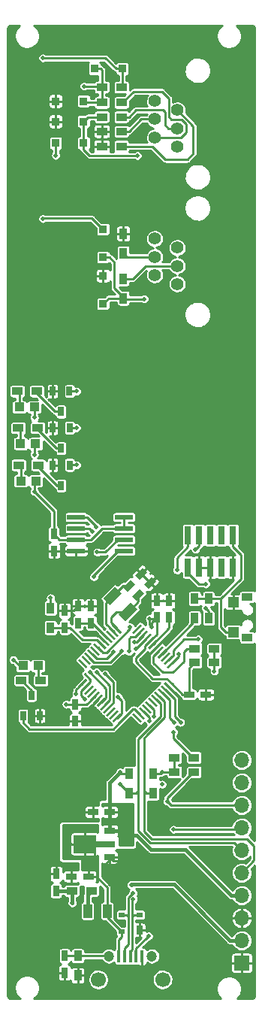
<source format=gbr>
G04 #@! TF.FileFunction,Copper,L1,Top,Signal*
%FSLAX46Y46*%
G04 Gerber Fmt 4.6, Leading zero omitted, Abs format (unit mm)*
G04 Created by KiCad (PCBNEW 4.0.7-e2-6376~58~ubuntu16.04.1) date Fri Jan  5 16:23:06 2018*
%MOMM*%
%LPD*%
G01*
G04 APERTURE LIST*
%ADD10C,0.100000*%
%ADD11R,1.200000X0.900000*%
%ADD12R,1.200000X0.750000*%
%ADD13R,0.750000X1.200000*%
%ADD14R,0.900000X1.200000*%
%ADD15R,1.300000X1.150000*%
%ADD16R,0.750000X2.100000*%
%ADD17R,1.100000X1.000000*%
%ADD18R,0.650000X1.050000*%
%ADD19R,0.700000X1.000000*%
%ADD20R,0.700000X0.600000*%
%ADD21R,1.200000X0.800000*%
%ADD22R,2.200000X0.800000*%
%ADD23R,2.500000X2.000000*%
%ADD24R,1.000000X1.500000*%
%ADD25R,0.400000X1.350000*%
%ADD26C,1.200000*%
%ADD27C,1.700000*%
%ADD28R,2.000000X0.600000*%
%ADD29R,0.950000X0.900000*%
%ADD30R,0.900000X0.950000*%
%ADD31C,1.400000*%
%ADD32R,1.700000X1.700000*%
%ADD33O,1.700000X1.700000*%
%ADD34C,0.500000*%
%ADD35C,0.254000*%
%ADD36C,0.381000*%
%ADD37C,0.253000*%
G04 APERTURE END LIST*
D10*
D11*
X6469200Y-3678455D03*
X8669200Y-3678455D03*
D12*
X19674800Y18440400D03*
X21574800Y18440400D03*
D10*
G36*
X14432550Y32742880D02*
X14962880Y32212550D01*
X14114352Y31364022D01*
X13584022Y31894352D01*
X14432550Y32742880D01*
X14432550Y32742880D01*
G37*
G36*
X13089048Y31399378D02*
X13619378Y30869048D01*
X12770850Y30020520D01*
X12240520Y30550850D01*
X13089048Y31399378D01*
X13089048Y31399378D01*
G37*
G36*
X15448550Y31726880D02*
X15978880Y31196550D01*
X15130352Y30348022D01*
X14600022Y30878352D01*
X15448550Y31726880D01*
X15448550Y31726880D01*
G37*
G36*
X14105048Y30383378D02*
X14635378Y29853048D01*
X13786850Y29004520D01*
X13256520Y29534850D01*
X14105048Y30383378D01*
X14105048Y30383378D01*
G37*
D13*
X16040100Y27104300D03*
X16040100Y29004300D03*
X5651500Y25971500D03*
X5651500Y27871500D03*
X17437100Y27104300D03*
X17437100Y29004300D03*
X8636000Y26482000D03*
X8636000Y28382000D03*
X6858000Y17333000D03*
X6858000Y15433000D03*
X7175500Y26482000D03*
X7175500Y28382000D03*
D14*
X20320000Y27030500D03*
X20320000Y29230500D03*
X21907500Y27030500D03*
X21907500Y29230500D03*
D15*
X24713600Y28815800D03*
X24713600Y25465800D03*
D11*
X26263600Y24840800D03*
X26263600Y29440800D03*
D10*
G36*
X11020621Y26219689D02*
X11197398Y26396466D01*
X12116637Y25477227D01*
X11939860Y25300450D01*
X11020621Y26219689D01*
X11020621Y26219689D01*
G37*
G36*
X10667068Y25866136D02*
X10843845Y26042913D01*
X11763084Y25123674D01*
X11586307Y24946897D01*
X10667068Y25866136D01*
X10667068Y25866136D01*
G37*
G36*
X10313514Y25512582D02*
X10490291Y25689359D01*
X11409530Y24770120D01*
X11232753Y24593343D01*
X10313514Y25512582D01*
X10313514Y25512582D01*
G37*
G36*
X9959961Y25159029D02*
X10136738Y25335806D01*
X11055977Y24416567D01*
X10879200Y24239790D01*
X9959961Y25159029D01*
X9959961Y25159029D01*
G37*
G36*
X9606408Y24805476D02*
X9783185Y24982253D01*
X10702424Y24063014D01*
X10525647Y23886237D01*
X9606408Y24805476D01*
X9606408Y24805476D01*
G37*
G36*
X9252854Y24451922D02*
X9429631Y24628699D01*
X10348870Y23709460D01*
X10172093Y23532683D01*
X9252854Y24451922D01*
X9252854Y24451922D01*
G37*
G36*
X8899301Y24098369D02*
X9076078Y24275146D01*
X9995317Y23355907D01*
X9818540Y23179130D01*
X8899301Y24098369D01*
X8899301Y24098369D01*
G37*
G36*
X8545747Y23744815D02*
X8722524Y23921592D01*
X9641763Y23002353D01*
X9464986Y22825576D01*
X8545747Y23744815D01*
X8545747Y23744815D01*
G37*
G36*
X8192194Y23391262D02*
X8368971Y23568039D01*
X9288210Y22648800D01*
X9111433Y22472023D01*
X8192194Y23391262D01*
X8192194Y23391262D01*
G37*
G36*
X7838641Y23037709D02*
X8015418Y23214486D01*
X8934657Y22295247D01*
X8757880Y22118470D01*
X7838641Y23037709D01*
X7838641Y23037709D01*
G37*
G36*
X7485087Y22684155D02*
X7661864Y22860932D01*
X8581103Y21941693D01*
X8404326Y21764916D01*
X7485087Y22684155D01*
X7485087Y22684155D01*
G37*
G36*
X7131534Y22330602D02*
X7308311Y22507379D01*
X8227550Y21588140D01*
X8050773Y21411363D01*
X7131534Y22330602D01*
X7131534Y22330602D01*
G37*
G36*
X7308311Y19148621D02*
X7131534Y19325398D01*
X8050773Y20244637D01*
X8227550Y20067860D01*
X7308311Y19148621D01*
X7308311Y19148621D01*
G37*
G36*
X7661864Y18795068D02*
X7485087Y18971845D01*
X8404326Y19891084D01*
X8581103Y19714307D01*
X7661864Y18795068D01*
X7661864Y18795068D01*
G37*
G36*
X8015418Y18441514D02*
X7838641Y18618291D01*
X8757880Y19537530D01*
X8934657Y19360753D01*
X8015418Y18441514D01*
X8015418Y18441514D01*
G37*
G36*
X8368971Y18087961D02*
X8192194Y18264738D01*
X9111433Y19183977D01*
X9288210Y19007200D01*
X8368971Y18087961D01*
X8368971Y18087961D01*
G37*
G36*
X8722524Y17734408D02*
X8545747Y17911185D01*
X9464986Y18830424D01*
X9641763Y18653647D01*
X8722524Y17734408D01*
X8722524Y17734408D01*
G37*
G36*
X9076078Y17380854D02*
X8899301Y17557631D01*
X9818540Y18476870D01*
X9995317Y18300093D01*
X9076078Y17380854D01*
X9076078Y17380854D01*
G37*
G36*
X9429631Y17027301D02*
X9252854Y17204078D01*
X10172093Y18123317D01*
X10348870Y17946540D01*
X9429631Y17027301D01*
X9429631Y17027301D01*
G37*
G36*
X9783185Y16673747D02*
X9606408Y16850524D01*
X10525647Y17769763D01*
X10702424Y17592986D01*
X9783185Y16673747D01*
X9783185Y16673747D01*
G37*
G36*
X10136738Y16320194D02*
X9959961Y16496971D01*
X10879200Y17416210D01*
X11055977Y17239433D01*
X10136738Y16320194D01*
X10136738Y16320194D01*
G37*
G36*
X10490291Y15966641D02*
X10313514Y16143418D01*
X11232753Y17062657D01*
X11409530Y16885880D01*
X10490291Y15966641D01*
X10490291Y15966641D01*
G37*
G36*
X10843845Y15613087D02*
X10667068Y15789864D01*
X11586307Y16709103D01*
X11763084Y16532326D01*
X10843845Y15613087D01*
X10843845Y15613087D01*
G37*
G36*
X11197398Y15259534D02*
X11020621Y15436311D01*
X11939860Y16355550D01*
X12116637Y16178773D01*
X11197398Y15259534D01*
X11197398Y15259534D01*
G37*
G36*
X13283363Y16178773D02*
X13460140Y16355550D01*
X14379379Y15436311D01*
X14202602Y15259534D01*
X13283363Y16178773D01*
X13283363Y16178773D01*
G37*
G36*
X13636916Y16532326D02*
X13813693Y16709103D01*
X14732932Y15789864D01*
X14556155Y15613087D01*
X13636916Y16532326D01*
X13636916Y16532326D01*
G37*
G36*
X13990470Y16885880D02*
X14167247Y17062657D01*
X15086486Y16143418D01*
X14909709Y15966641D01*
X13990470Y16885880D01*
X13990470Y16885880D01*
G37*
G36*
X14344023Y17239433D02*
X14520800Y17416210D01*
X15440039Y16496971D01*
X15263262Y16320194D01*
X14344023Y17239433D01*
X14344023Y17239433D01*
G37*
G36*
X14697576Y17592986D02*
X14874353Y17769763D01*
X15793592Y16850524D01*
X15616815Y16673747D01*
X14697576Y17592986D01*
X14697576Y17592986D01*
G37*
G36*
X15051130Y17946540D02*
X15227907Y18123317D01*
X16147146Y17204078D01*
X15970369Y17027301D01*
X15051130Y17946540D01*
X15051130Y17946540D01*
G37*
G36*
X15404683Y18300093D02*
X15581460Y18476870D01*
X16500699Y17557631D01*
X16323922Y17380854D01*
X15404683Y18300093D01*
X15404683Y18300093D01*
G37*
G36*
X15758237Y18653647D02*
X15935014Y18830424D01*
X16854253Y17911185D01*
X16677476Y17734408D01*
X15758237Y18653647D01*
X15758237Y18653647D01*
G37*
G36*
X16111790Y19007200D02*
X16288567Y19183977D01*
X17207806Y18264738D01*
X17031029Y18087961D01*
X16111790Y19007200D01*
X16111790Y19007200D01*
G37*
G36*
X16465343Y19360753D02*
X16642120Y19537530D01*
X17561359Y18618291D01*
X17384582Y18441514D01*
X16465343Y19360753D01*
X16465343Y19360753D01*
G37*
G36*
X16818897Y19714307D02*
X16995674Y19891084D01*
X17914913Y18971845D01*
X17738136Y18795068D01*
X16818897Y19714307D01*
X16818897Y19714307D01*
G37*
G36*
X17172450Y20067860D02*
X17349227Y20244637D01*
X18268466Y19325398D01*
X18091689Y19148621D01*
X17172450Y20067860D01*
X17172450Y20067860D01*
G37*
G36*
X17349227Y21411363D02*
X17172450Y21588140D01*
X18091689Y22507379D01*
X18268466Y22330602D01*
X17349227Y21411363D01*
X17349227Y21411363D01*
G37*
G36*
X16995674Y21764916D02*
X16818897Y21941693D01*
X17738136Y22860932D01*
X17914913Y22684155D01*
X16995674Y21764916D01*
X16995674Y21764916D01*
G37*
G36*
X16642120Y22118470D02*
X16465343Y22295247D01*
X17384582Y23214486D01*
X17561359Y23037709D01*
X16642120Y22118470D01*
X16642120Y22118470D01*
G37*
G36*
X16288567Y22472023D02*
X16111790Y22648800D01*
X17031029Y23568039D01*
X17207806Y23391262D01*
X16288567Y22472023D01*
X16288567Y22472023D01*
G37*
G36*
X15935014Y22825576D02*
X15758237Y23002353D01*
X16677476Y23921592D01*
X16854253Y23744815D01*
X15935014Y22825576D01*
X15935014Y22825576D01*
G37*
G36*
X15581460Y23179130D02*
X15404683Y23355907D01*
X16323922Y24275146D01*
X16500699Y24098369D01*
X15581460Y23179130D01*
X15581460Y23179130D01*
G37*
G36*
X15227907Y23532683D02*
X15051130Y23709460D01*
X15970369Y24628699D01*
X16147146Y24451922D01*
X15227907Y23532683D01*
X15227907Y23532683D01*
G37*
G36*
X14874353Y23886237D02*
X14697576Y24063014D01*
X15616815Y24982253D01*
X15793592Y24805476D01*
X14874353Y23886237D01*
X14874353Y23886237D01*
G37*
G36*
X14520800Y24239790D02*
X14344023Y24416567D01*
X15263262Y25335806D01*
X15440039Y25159029D01*
X14520800Y24239790D01*
X14520800Y24239790D01*
G37*
G36*
X14167247Y24593343D02*
X13990470Y24770120D01*
X14909709Y25689359D01*
X15086486Y25512582D01*
X14167247Y24593343D01*
X14167247Y24593343D01*
G37*
G36*
X13813693Y24946897D02*
X13636916Y25123674D01*
X14556155Y26042913D01*
X14732932Y25866136D01*
X13813693Y24946897D01*
X13813693Y24946897D01*
G37*
G36*
X13460140Y25300450D02*
X13283363Y25477227D01*
X14202602Y26396466D01*
X14379379Y26219689D01*
X13460140Y25300450D01*
X13460140Y25300450D01*
G37*
G36*
X9993457Y29239540D02*
X11336960Y30583043D01*
X12114777Y29805226D01*
X10771274Y28461723D01*
X9993457Y29239540D01*
X9993457Y29239540D01*
G37*
G36*
X11761223Y27471774D02*
X13104726Y28815277D01*
X13882543Y28037460D01*
X12539040Y26693957D01*
X11761223Y27471774D01*
X11761223Y27471774D01*
G37*
D16*
X24638000Y32766000D03*
X24638000Y36366000D03*
X23368000Y32766000D03*
X23368000Y36366000D03*
X22098000Y32766000D03*
X22098000Y36366000D03*
X20828000Y32766000D03*
X20828000Y36366000D03*
X19558000Y32766000D03*
X19558000Y36366000D03*
D17*
X2424800Y42494200D03*
X724800Y42494200D03*
X2385800Y46672500D03*
X685800Y46672500D03*
X2246100Y50812700D03*
X546100Y50812700D03*
D18*
X6207800Y44279200D03*
X4307800Y44279200D03*
X5257800Y41979200D03*
X6207800Y48464500D03*
X4307800Y48464500D03*
X5257800Y46164500D03*
X6195100Y52597700D03*
X4295100Y52597700D03*
X5245100Y50297700D03*
D14*
X12954000Y7344000D03*
X12954000Y9544000D03*
X15621000Y7344000D03*
X15621000Y9544000D03*
D13*
X4699000Y-3669300D03*
X4699000Y-1769300D03*
X5651500Y-11002200D03*
X5651500Y-12902200D03*
D12*
X8320749Y-2040155D03*
X6420749Y-2040155D03*
X10741700Y5205500D03*
X8841700Y5205500D03*
D19*
X14106400Y-8066700D03*
D20*
X14106400Y-6366700D03*
X12106400Y-6366700D03*
X12106400Y-8266700D03*
D11*
X20337600Y22072600D03*
X22537600Y22072600D03*
X22537600Y23596600D03*
X20337600Y23596600D03*
D14*
X7137400Y-11004600D03*
X7137400Y-13204600D03*
D21*
X10756900Y100100D03*
D22*
X10256900Y1600100D03*
D21*
X10756900Y3100100D03*
D23*
X7906900Y1600100D03*
D24*
X8234500Y-5970500D03*
X10434500Y-5970500D03*
D11*
X474800Y44272200D03*
X2674800Y44272200D03*
X435800Y48450500D03*
X2635800Y48450500D03*
X296100Y52590700D03*
X2496100Y52590700D03*
D25*
X11781000Y-11086400D03*
X12431000Y-11086400D03*
X13081000Y-11086400D03*
X13731000Y-11086400D03*
X14381000Y-11086400D03*
D26*
X10656000Y-11011400D03*
X15506000Y-11011400D03*
D27*
X9456000Y-13661400D03*
X16706000Y-13661400D03*
D17*
X953400Y21691600D03*
X2653400Y21691600D03*
D18*
X957116Y16057068D03*
X2857116Y16057068D03*
X1907116Y18357068D03*
D11*
X2979600Y20040600D03*
X779600Y20040600D03*
X20251600Y9702800D03*
X18051600Y9702800D03*
X20251600Y11328400D03*
X18051600Y11328400D03*
D14*
X4064000Y25958800D03*
X4064000Y28158800D03*
D13*
X4445000Y36510000D03*
X4445000Y34610000D03*
D28*
X12352000Y38417500D03*
X12352000Y37147500D03*
X12352000Y35877500D03*
X12352000Y34607500D03*
X6952000Y34607500D03*
X6952000Y35877500D03*
X6952000Y37147500D03*
X6952000Y38417500D03*
D29*
X9979628Y70828532D03*
X9979628Y67678532D03*
X9979628Y62446132D03*
X9979628Y65596132D03*
D30*
X7795428Y85255532D03*
X4645428Y85255532D03*
X12164228Y88913132D03*
X9014228Y88913132D03*
X4645228Y80531132D03*
X7795228Y80531132D03*
X7795428Y82969532D03*
X4645428Y82969532D03*
D31*
X15807628Y69771532D03*
X18347628Y68751532D03*
X15807628Y67731532D03*
X18347628Y66711532D03*
X15807628Y65691532D03*
X18347628Y64671532D03*
X15821628Y85271532D03*
X18361628Y84251532D03*
X15821628Y83231532D03*
X18361628Y82211532D03*
X15821628Y81191532D03*
X18361628Y80171532D03*
D11*
X12044828Y85103132D03*
X9844828Y85103132D03*
X12044828Y81851932D03*
X9844828Y81851932D03*
D14*
X12265628Y65273532D03*
X12265628Y63073532D03*
D11*
X12044828Y83477532D03*
X9844828Y83477532D03*
X12044828Y86830332D03*
X9844828Y86830332D03*
X12044828Y80175532D03*
X9844828Y80175532D03*
D14*
X12265628Y68153532D03*
X12265628Y70353532D03*
D32*
X25628600Y-11799800D03*
D33*
X25628600Y-9259800D03*
X25628600Y-6719800D03*
X25628600Y-4179800D03*
X25628600Y-1639800D03*
X25628600Y900200D03*
X25628600Y3440200D03*
X25628600Y5980200D03*
X25628600Y8520200D03*
X25628600Y11060200D03*
D34*
X13525500Y20320000D03*
X12573000Y20320000D03*
X12573000Y21145500D03*
X13525500Y21145500D03*
X15176500Y32893000D03*
X16192500Y31877000D03*
X17843500Y25146000D03*
X17145000Y24447500D03*
X7810500Y25209500D03*
X8826500Y25209500D03*
X15621000Y21145500D03*
X15049500Y21717000D03*
X12077700Y-319000D03*
X11531600Y-865100D03*
X10769600Y-852400D03*
X10033000Y-865100D03*
X3200400Y90119200D03*
X3200400Y72034400D03*
X4645228Y79146400D03*
X4064000Y29311600D03*
X-127000Y22352000D03*
X21564600Y30886400D03*
X21564600Y28194000D03*
X5842000Y17335500D03*
X2235200Y41287700D03*
X2235200Y45466000D03*
X2235200Y49631600D03*
X15494000Y26035000D03*
X11938000Y9714000D03*
X16637000Y9714000D03*
X15244663Y26982831D03*
X18338800Y32435800D03*
X13508821Y24384000D03*
X20421600Y34798000D03*
X13716000Y23622000D03*
X7010400Y44284900D03*
X11176000Y23241000D03*
X6985000Y48475900D03*
X12065000Y23368000D03*
X8953500Y31686500D03*
X8509000Y20955000D03*
X9326093Y34472093D03*
X9257686Y20955000D03*
X8763000Y36830000D03*
X10210186Y20751186D03*
X17970500Y15303500D03*
X13360400Y-3913100D03*
X18732500Y15303500D03*
X13395245Y-4626941D03*
X18491200Y22961600D03*
X20726400Y24688800D03*
X7010400Y52590700D03*
X12890500Y23291800D03*
X13148047Y-2997200D03*
X6502400Y-5043400D03*
X22529800Y21082000D03*
X15113000Y-8764500D03*
X14630400Y62992000D03*
X15722907Y15963593D03*
X7848600Y86944200D03*
X13030200Y26047700D03*
X13868400Y79123572D03*
X15214907Y15455593D03*
X11684000Y18161000D03*
X9207500Y37338000D03*
X16637001Y8331200D03*
X11938000Y8382000D03*
X17932400Y14224000D03*
X17932400Y3251200D03*
X7924800Y17932400D03*
X17221200Y6400800D03*
X6959600Y18491200D03*
D35*
X6952000Y34607500D02*
X4447500Y34607500D01*
X4447500Y34607500D02*
X4445000Y34610000D01*
X4645428Y82969532D02*
X4645428Y85255532D01*
X9844828Y80175532D02*
X9844828Y81851932D01*
X12573000Y20320000D02*
X13525500Y20320000D01*
X13525500Y21145500D02*
X12573000Y21145500D01*
X15176500Y32893000D02*
X15113000Y32893000D01*
X15113000Y32893000D02*
X14273451Y32053451D01*
X15289451Y31037451D02*
X15352951Y31037451D01*
X15352951Y31037451D02*
X16192500Y31877000D01*
X14273451Y32053451D02*
X15289451Y31037451D01*
X16040100Y29004300D02*
X17437100Y29004300D01*
X15952691Y23727138D02*
X16673053Y24447500D01*
X16673053Y24447500D02*
X17145000Y24447500D01*
X10154416Y24434245D02*
X9379161Y25209500D01*
X9379161Y25209500D02*
X8826500Y25209500D01*
X5651500Y27871500D02*
X6665000Y27871500D01*
X6665000Y27871500D02*
X7175500Y28382000D01*
X8636000Y28382000D02*
X7175500Y28382000D01*
X15952691Y23727138D02*
X15049500Y22823947D01*
X15049500Y22823947D02*
X15049500Y21717000D01*
X12077700Y-319000D02*
X11176000Y-319000D01*
X11176000Y-319000D02*
X10756900Y100100D01*
X10769600Y-852400D02*
X11518900Y-852400D01*
X11518900Y-852400D02*
X11531600Y-865100D01*
X10756900Y100100D02*
X10756900Y-141200D01*
X10756900Y-141200D02*
X10033000Y-865100D01*
X24638000Y32091000D02*
X24638000Y32766000D01*
X6949500Y34610000D02*
X6952000Y34607500D01*
X12929949Y30709949D02*
X12241683Y30709949D01*
X12241683Y30709949D02*
X11054117Y29522383D01*
X11215076Y25494905D02*
X10311656Y26398325D01*
X10311656Y26398325D02*
X10311656Y28779922D01*
X10311656Y28779922D02*
X11054117Y29522383D01*
X11568629Y25848458D02*
X10909300Y26507787D01*
X10909300Y27157717D02*
X11506200Y27754617D01*
X10909300Y26507787D02*
X10909300Y27157717D01*
X11506200Y27754617D02*
X12821883Y27754617D01*
X13945949Y29693949D02*
X13945949Y28878683D01*
X13945949Y28878683D02*
X12821883Y27754617D01*
D36*
X15392400Y989100D02*
X13779500Y2602000D01*
X25628600Y-4179800D02*
X24426519Y-4179800D01*
X24426519Y-4179800D02*
X19257619Y989100D01*
X19257619Y989100D02*
X15392400Y989100D01*
D35*
X18051600Y9702800D02*
X16648200Y9702800D01*
X16648200Y9702800D02*
X16637000Y9714000D01*
X18051600Y9702800D02*
X18051600Y11328400D01*
X12164228Y88913132D02*
X11460228Y88913132D01*
X11460228Y88913132D02*
X10254160Y90119200D01*
X10254160Y90119200D02*
X3200400Y90119200D01*
X8723360Y72059800D02*
X3225800Y72059800D01*
X19674800Y18440400D02*
X19674800Y21409800D01*
X19674800Y21409800D02*
X20337600Y22072600D01*
X19674800Y18440400D02*
X18976687Y18440400D01*
X18976687Y18440400D02*
X17720458Y19696629D01*
D36*
X11737900Y3100100D02*
X10756900Y3100100D01*
D35*
X8723360Y72059800D02*
X9954628Y70828532D01*
X4645228Y80531132D02*
X4645228Y79146400D01*
X12164228Y88913132D02*
X12164228Y86949732D01*
X12164228Y86949732D02*
X12044828Y86830332D01*
X9954628Y70828532D02*
X9979628Y70828532D01*
X12352000Y38417500D02*
X12352000Y37147500D01*
X4445000Y36510000D02*
X4445000Y39077900D01*
X4445000Y39077900D02*
X2235200Y41287700D01*
X12352000Y37147500D02*
X9864014Y37147500D01*
X9864014Y37147500D02*
X8594014Y35877500D01*
X8594014Y35877500D02*
X8206000Y35877500D01*
X8206000Y35877500D02*
X6952000Y35877500D01*
X6952000Y35877500D02*
X5077500Y35877500D01*
X5077500Y35877500D02*
X4445000Y36510000D01*
X4064000Y28158800D02*
X4064000Y29311600D01*
X953400Y21691600D02*
X533400Y21691600D01*
X533400Y21691600D02*
X-127000Y22352000D01*
X953400Y21691600D02*
X1003400Y21691600D01*
X20187600Y22072600D02*
X20337600Y22072600D01*
X19558000Y32766000D02*
X19558000Y32091000D01*
X19558000Y32091000D02*
X20762600Y30886400D01*
X20762600Y30886400D02*
X21564600Y30886400D01*
X21907500Y27030500D02*
X21907500Y27851100D01*
X21907500Y27851100D02*
X21564600Y28194000D01*
X19494500Y18476000D02*
X19789000Y18476000D01*
X6858000Y17333000D02*
X5844500Y17333000D01*
X5844500Y17333000D02*
X5842000Y17335500D01*
X9093755Y18282416D02*
X8144339Y17333000D01*
X8144339Y17333000D02*
X6858000Y17333000D01*
X15245584Y24434245D02*
X14715255Y23903916D01*
X14715255Y23903916D02*
X14715255Y23617955D01*
X14715255Y23617955D02*
X13665200Y22567900D01*
X13665200Y22567900D02*
X13665200Y22136100D01*
X17190129Y20226958D02*
X17720458Y19696629D01*
X13665200Y22136100D02*
X15574342Y20226958D01*
X15574342Y20226958D02*
X17190129Y20226958D01*
D36*
X10756900Y3100100D02*
X10956900Y3100100D01*
X10741700Y5205500D02*
X10741700Y3115300D01*
X10741700Y3115300D02*
X10756900Y3100100D01*
X10741700Y5205500D02*
X10741700Y8517700D01*
X10741700Y8517700D02*
X11938000Y9714000D01*
D35*
X10756900Y5190300D02*
X10741700Y5205500D01*
X15244663Y26982831D02*
X15244663Y26284337D01*
X15244663Y26284337D02*
X15494000Y26035000D01*
X15494000Y26035000D02*
X15494000Y26558200D01*
X15494000Y26558200D02*
X16040100Y27104300D01*
X15244663Y26982831D02*
X15918631Y26982831D01*
X15918631Y26982831D02*
X16040100Y27104300D01*
X15245584Y24434245D02*
X16040100Y25228761D01*
X16040100Y25228761D02*
X16040100Y27104300D01*
X2235200Y41287700D02*
X2235200Y42304600D01*
X2235200Y42304600D02*
X2424800Y42494200D01*
X2235200Y45466000D02*
X2235200Y46521900D01*
X2235200Y46521900D02*
X2385800Y46672500D01*
X2246100Y50812700D02*
X2246100Y49642500D01*
X2246100Y49642500D02*
X2235200Y49631600D01*
X12108000Y9544000D02*
X11938000Y9714000D01*
X12954000Y9544000D02*
X12108000Y9544000D01*
X15621000Y9544000D02*
X16467000Y9544000D01*
X16467000Y9544000D02*
X16637000Y9714000D01*
X12784000Y9714000D02*
X12954000Y9544000D01*
X15246000Y27117000D02*
X15244663Y27115663D01*
X15244663Y27115663D02*
X15244663Y26982831D01*
D36*
X13779500Y2602000D02*
X12236000Y2602000D01*
X12236000Y2602000D02*
X11737900Y3100100D01*
D35*
X5651500Y25971500D02*
X4076700Y25971500D01*
X4076700Y25971500D02*
X4064000Y25958800D01*
X5636500Y25956500D02*
X5651500Y25971500D01*
X9800862Y24080691D02*
X9270533Y24611020D01*
X9270533Y24611020D02*
X7640980Y24611020D01*
X7640980Y24611020D02*
X6280500Y25971500D01*
X6280500Y25971500D02*
X5651500Y25971500D01*
X15599138Y24080691D02*
X17437100Y25918653D01*
X17437100Y25918653D02*
X17437100Y27104300D01*
X15599138Y24080691D02*
X15599138Y24213049D01*
X10507969Y24787798D02*
X8813767Y26482000D01*
X8813767Y26482000D02*
X8636000Y26482000D01*
X8636000Y26482000D02*
X7175500Y26482000D01*
X19558000Y36366000D02*
X19558000Y35062000D01*
X19558000Y35062000D02*
X18338800Y33842800D01*
X18338800Y33842800D02*
X18338800Y32435800D01*
X14538478Y25141351D02*
X13781127Y24384000D01*
X13781127Y24384000D02*
X13508821Y24384000D01*
X20828000Y36366000D02*
X20828000Y35204400D01*
X20828000Y35204400D02*
X20421600Y34798000D01*
X13716000Y23622000D02*
X13726233Y23622000D01*
X13726233Y23622000D02*
X14892031Y24787798D01*
X24713600Y25465800D02*
X23809600Y25465800D01*
X23809600Y25465800D02*
X23255600Y26019800D01*
X23255600Y26019800D02*
X23255600Y26659700D01*
X25527000Y31494100D02*
X25527000Y34173000D01*
X25527000Y34173000D02*
X24638000Y35062000D01*
X24638000Y35062000D02*
X24638000Y36366000D01*
X23255600Y29222700D02*
X25527000Y31494100D01*
X21907500Y29230500D02*
X22611500Y29230500D01*
X22611500Y29230500D02*
X22619300Y29222700D01*
X22619300Y29222700D02*
X23255600Y29222700D01*
X20320000Y29230500D02*
X21907500Y29230500D01*
X23255600Y29222700D02*
X23255600Y26659700D01*
X20574000Y27094000D02*
X20574000Y26797000D01*
X16659798Y23020031D02*
X20167590Y26527823D01*
X20167590Y26527823D02*
X20167590Y26628660D01*
X20167590Y26628660D02*
X20167590Y27030500D01*
X7010400Y44284900D02*
X6213500Y44284900D01*
X6213500Y44284900D02*
X6207800Y44279200D01*
X10424702Y22489702D02*
X11176000Y23241000D01*
X9682640Y22489702D02*
X10424702Y22489702D01*
X8740202Y23020031D02*
X9270531Y22489702D01*
X9270531Y22489702D02*
X9682640Y22489702D01*
X8386649Y22666478D02*
X8969835Y22083292D01*
X8969835Y22083292D02*
X9102191Y22083292D01*
X6985000Y48475900D02*
X6219200Y48475900D01*
X6219200Y48475900D02*
X6207800Y48464500D01*
X10780294Y22083294D02*
X12065000Y23368000D01*
X9102191Y22083292D02*
X10780294Y22083294D01*
X12352000Y34607500D02*
X11652000Y34607500D01*
X11652000Y34607500D02*
X8953500Y31909000D01*
X8953500Y31909000D02*
X8953500Y31686500D01*
X9800862Y17575309D02*
X10331191Y18105638D01*
X10331191Y18105638D02*
X10331191Y19132809D01*
X10331191Y19132809D02*
X8509000Y20955000D01*
X12352000Y35877500D02*
X11652000Y35877500D01*
X11652000Y35877500D02*
X10246593Y34472093D01*
X10246593Y34472093D02*
X9326093Y34472093D01*
X10154416Y17221755D02*
X10737601Y17804940D01*
X10737601Y17804940D02*
X10737601Y19475085D01*
X10737601Y19475085D02*
X9257686Y20955000D01*
X6952000Y37147500D02*
X8445500Y37147500D01*
X8445500Y37147500D02*
X8763000Y36830000D01*
X10507969Y16868202D02*
X11144011Y17504244D01*
X11144011Y17504244D02*
X11144011Y19817361D01*
X11144011Y19817361D02*
X10210186Y20751186D01*
X17465061Y17830706D02*
X17465061Y16228039D01*
X17465061Y16228039D02*
X17465061Y15808939D01*
X17465061Y15808939D02*
X17970500Y15303500D01*
X12865100Y-7679400D02*
X12865100Y-7253200D01*
X12865100Y-7253200D02*
X12865100Y-5957800D01*
X12106400Y-6366700D02*
X12710400Y-6366700D01*
X12710400Y-6366700D02*
X12865100Y-6521400D01*
X12865100Y-6521400D02*
X12865100Y-7253200D01*
X16659798Y18635969D02*
X17465061Y17830706D01*
X12865100Y-5957800D02*
X12865100Y-4408400D01*
X12865100Y-4408400D02*
X13360400Y-3913100D01*
X12865100Y-9723300D02*
X12865100Y-7679400D01*
X12431000Y-11086400D02*
X12431000Y-10157400D01*
X12431000Y-10157400D02*
X12865100Y-9723300D01*
X18084187Y16628907D02*
X18084187Y15951813D01*
X18084187Y15951813D02*
X18732500Y15303500D01*
X13271510Y-4814790D02*
X13271510Y-7138900D01*
X13271510Y-7138900D02*
X13271510Y-10301190D01*
X14106400Y-6366700D02*
X13502400Y-6366700D01*
X13502400Y-6366700D02*
X13271510Y-6597590D01*
X13271510Y-6597590D02*
X13271510Y-7138900D01*
X13395245Y-4626941D02*
X13395245Y-4691055D01*
X13395245Y-4691055D02*
X13271510Y-4814790D01*
X13271510Y-10301190D02*
X13081000Y-10491700D01*
X13081000Y-10491700D02*
X13081000Y-11086400D01*
X17013351Y18989522D02*
X18084187Y17918686D01*
X18084187Y17918686D02*
X18084187Y16628907D01*
X17720458Y21959371D02*
X18491200Y22730113D01*
X18491200Y22730113D02*
X18491200Y22961600D01*
X20015200Y24688800D02*
X20726400Y24688800D01*
X17897234Y23434434D02*
X19151600Y24688800D01*
X19151600Y24688800D02*
X20015200Y24688800D01*
X17366905Y22312924D02*
X17897234Y22843253D01*
X17897234Y22843253D02*
X17897234Y23434434D01*
X16700500Y20955000D02*
X17881600Y20955000D01*
X19100800Y23213800D02*
X19100800Y22174200D01*
X19100800Y22174200D02*
X17881600Y20955000D01*
X20337600Y23596600D02*
X19483600Y23596600D01*
X19483600Y23596600D02*
X19100800Y23213800D01*
X16306245Y23373584D02*
X15672936Y22740275D01*
X15672936Y22740275D02*
X15672936Y21982564D01*
X15672936Y21982564D02*
X16700500Y20955000D01*
X7010400Y52590700D02*
X6202100Y52590700D01*
X6202100Y52590700D02*
X6195100Y52597700D01*
X14184924Y25494905D02*
X13603420Y24913401D01*
X12890500Y24722464D02*
X12890500Y23291800D01*
X13603420Y24913401D02*
X13081437Y24913401D01*
X13081437Y24913401D02*
X12890500Y24722464D01*
X724800Y44272200D02*
X724800Y42494200D01*
X685800Y48450500D02*
X685800Y46672500D01*
X546100Y52590700D02*
X546100Y50812700D01*
X2424800Y44272200D02*
X2474800Y44272200D01*
X2474800Y44272200D02*
X4767800Y41979200D01*
X4767800Y41979200D02*
X5257800Y41979200D01*
X2385800Y48450500D02*
X2435800Y48450500D01*
X2435800Y48450500D02*
X4721800Y46164500D01*
X4721800Y46164500D02*
X5257800Y46164500D01*
X2246100Y52590700D02*
X2296100Y52590700D01*
X2296100Y52590700D02*
X4589100Y50297700D01*
X4589100Y50297700D02*
X4666100Y50297700D01*
X4666100Y50297700D02*
X5245100Y50297700D01*
D36*
X24305753Y-9259800D02*
X17992353Y-2946400D01*
X17992353Y-2946400D02*
X13198847Y-2946400D01*
X13198847Y-2946400D02*
X13148047Y-2997200D01*
X25628600Y-9259800D02*
X24305753Y-9259800D01*
X6469200Y-3678455D02*
X6469200Y-5010200D01*
X6469200Y-5010200D02*
X6502400Y-5043400D01*
X6469200Y-3678455D02*
X4708155Y-3678455D01*
X4708155Y-3678455D02*
X4699000Y-3669300D01*
X6520749Y-5025051D02*
X6502400Y-5043400D01*
D35*
X7137400Y-11004600D02*
X10649200Y-11004600D01*
X10649200Y-11004600D02*
X10656000Y-11011400D01*
X5651500Y-11002200D02*
X7135000Y-11002200D01*
X7135000Y-11002200D02*
X7137400Y-11004600D01*
X10636500Y-10991900D02*
X10656000Y-11011400D01*
X8320749Y-2040155D02*
X9174749Y-2040155D01*
X9174749Y-2040155D02*
X10434500Y-3299906D01*
X10434500Y-3299906D02*
X10434500Y-3928906D01*
X10434500Y-5970500D02*
X10434500Y-3928906D01*
X8545749Y-2040155D02*
X8320749Y-2040155D01*
X10434500Y-5970500D02*
X10434500Y-6644800D01*
X10434500Y-6644800D02*
X12056400Y-8266700D01*
X12056400Y-8266700D02*
X12106400Y-8266700D01*
X9006900Y-725004D02*
X8320749Y-1411155D01*
X8320749Y-1411155D02*
X8320749Y-2040155D01*
X10106900Y1600100D02*
X9006900Y1600100D01*
X8220749Y-2140155D02*
X8320749Y-2040155D01*
X9006900Y-725004D02*
X9006900Y1600100D01*
X12106400Y-8266700D02*
X12106400Y-8820700D01*
X12106400Y-8820700D02*
X11781000Y-9146100D01*
X11781000Y-9146100D02*
X11781000Y-10157400D01*
X11781000Y-10157400D02*
X11781000Y-11086400D01*
X22529800Y21082000D02*
X22529800Y22064800D01*
X22529800Y22064800D02*
X22537600Y22072600D01*
X22537600Y23596600D02*
X22537600Y22072600D01*
X15113000Y-8764500D02*
X14863001Y-9014499D01*
X14863001Y-9014499D02*
X14863001Y-9016299D01*
X14863001Y-9016299D02*
X13731000Y-10148300D01*
X13731000Y-10148300D02*
X13731000Y-11086400D01*
D36*
X8234500Y-5970500D02*
X8234500Y-4113155D01*
X8234500Y-4113155D02*
X8669200Y-3678455D01*
D35*
X8220749Y-5956749D02*
X8234500Y-5970500D01*
X2653400Y21691600D02*
X2653400Y20366800D01*
X2653400Y20366800D02*
X2979600Y20040600D01*
X11760200Y15189200D02*
X13208000Y16637000D01*
X13208000Y16637000D02*
X13389081Y16818081D01*
X12954000Y16383000D02*
X13208000Y16637000D01*
X11124599Y14553599D02*
X11760200Y15189200D01*
X957116Y16057068D02*
X957116Y15278068D01*
X957116Y15278068D02*
X1681585Y14553599D01*
X1681585Y14553599D02*
X11124599Y14553599D01*
X13389081Y16818081D02*
X13527938Y16818081D01*
X13527938Y16818081D02*
X14184924Y16161095D01*
X1907116Y18357068D02*
X1907116Y18913084D01*
X1907116Y18913084D02*
X779600Y20040600D01*
X14630400Y62992000D02*
X12347160Y62992000D01*
X12347160Y62992000D02*
X12265628Y63073532D01*
X15245584Y17221755D02*
X15722907Y16744432D01*
X15722907Y16744432D02*
X15722907Y15963593D01*
X12265628Y63073532D02*
X10607028Y63073532D01*
X10607028Y63073532D02*
X9979628Y62446132D01*
X11249628Y67137532D02*
X11249628Y64239532D01*
X11249628Y64239532D02*
X12265628Y63223532D01*
X12265628Y63223532D02*
X12265628Y63073532D01*
X9979628Y67678532D02*
X10708628Y67678532D01*
X10708628Y67678532D02*
X11249628Y67137532D01*
X7848600Y86944200D02*
X9730960Y86944200D01*
X9730960Y86944200D02*
X9844828Y86830332D01*
X9844828Y85103132D02*
X7947828Y85103132D01*
X7947828Y85103132D02*
X7795428Y85255532D01*
X9844828Y86830332D02*
X9844828Y88786532D01*
X9844828Y88786532D02*
X9718228Y88913132D01*
X9718228Y88913132D02*
X9014228Y88913132D01*
X9844828Y85103132D02*
X9844828Y86830332D01*
X9447309Y23727138D02*
X9977638Y23196809D01*
X9977638Y23196809D02*
X10348295Y23196809D01*
X10348295Y23196809D02*
X13017500Y25866014D01*
X13017500Y25866014D02*
X13017500Y26035000D01*
X13017500Y26035000D02*
X13030200Y26047700D01*
X8534400Y79123572D02*
X13868400Y79123572D01*
X7795228Y80531132D02*
X7795228Y79802132D01*
X7795228Y79802132D02*
X8473788Y79123572D01*
X8473788Y79123572D02*
X8534400Y79123572D01*
X14538478Y16514649D02*
X15193506Y15859621D01*
X15193506Y15859621D02*
X15193506Y15476994D01*
X15193506Y15476994D02*
X15214907Y15455593D01*
X7795228Y80531132D02*
X7795228Y82969332D01*
X7795228Y82969332D02*
X7795428Y82969532D01*
X9844828Y83477532D02*
X8303428Y83477532D01*
X8303428Y83477532D02*
X7795428Y82969532D01*
X15807628Y67731532D02*
X12687628Y67731532D01*
X12687628Y67731532D02*
X12265628Y68153532D01*
X18347628Y66711532D02*
X14787628Y66711532D01*
X14787628Y66711532D02*
X13349628Y65273532D01*
X12265628Y65273532D02*
X13349628Y65273532D01*
X12044828Y80175532D02*
X15531668Y80175532D01*
X15531668Y80175532D02*
X17018000Y78689200D01*
X17018000Y78689200D02*
X19507200Y78689200D01*
X19507200Y78689200D02*
X20167600Y79349600D01*
X20167600Y79349600D02*
X20167600Y82445560D01*
X20167600Y82445560D02*
X18361628Y84251532D01*
X15821628Y83231532D02*
X14278428Y83231532D01*
X14278428Y83231532D02*
X12898828Y81851932D01*
X12898828Y81851932D02*
X12044828Y81851932D01*
X18361628Y82211532D02*
X17371679Y82211532D01*
X17371679Y82211532D02*
X16975817Y82607394D01*
X16713200Y84277200D02*
X13698496Y84277200D01*
X16975817Y82607394D02*
X16975817Y84014583D01*
X16975817Y84014583D02*
X16713200Y84277200D01*
X12898828Y83477532D02*
X12044828Y83477532D01*
X13698496Y84277200D02*
X12898828Y83477532D01*
X12290828Y83231532D02*
X12044828Y83477532D01*
X12044828Y85103132D02*
X12194828Y85103132D01*
X18791142Y81191532D02*
X15821628Y81191532D01*
X12194828Y85103132D02*
X13451696Y86360000D01*
X13451696Y86360000D02*
X16620227Y86360000D01*
X16620227Y86360000D02*
X17382227Y85598000D01*
X17382227Y85598000D02*
X17382227Y83506573D01*
X17382227Y83506573D02*
X17697867Y83190933D01*
X17697867Y83190933D02*
X18831741Y83190933D01*
X18831741Y83190933D02*
X19341029Y82681645D01*
X19341029Y82681645D02*
X19341029Y81741419D01*
X19341029Y81741419D02*
X18791142Y81191532D01*
X11684000Y18161000D02*
X12098958Y17746042D01*
X12098958Y17746042D02*
X12098958Y16337871D01*
X12098958Y16337871D02*
X11568629Y15807542D01*
X11938000Y17907000D02*
X11684000Y18161000D01*
X6952000Y38417500D02*
X8206000Y38417500D01*
X8206000Y38417500D02*
X9207500Y37416000D01*
X9207500Y37416000D02*
X9207500Y37338000D01*
X25628600Y-1639800D02*
X27025600Y-242800D01*
X27025600Y-242800D02*
X27025600Y1422400D01*
X27025600Y1422400D02*
X26263600Y2184400D01*
X26263600Y2184400D02*
X15436404Y2184400D01*
X15436404Y2184400D02*
X14605000Y3015804D01*
X14605000Y3015804D02*
X14605000Y8063000D01*
X15621000Y7194000D02*
X15621000Y7344000D01*
X14605000Y10287000D02*
X14605000Y10628400D01*
X14605000Y10287000D02*
X14605000Y13522249D01*
X14605000Y8063000D02*
X14605000Y10287000D01*
X14986000Y13903249D02*
X16935661Y15852910D01*
X14605000Y13522249D02*
X14986000Y13903249D01*
X14605000Y10669750D02*
X14605000Y10628400D01*
X16935661Y15852910D02*
X16935661Y17653000D01*
X16935661Y17653000D02*
X16306245Y18282416D01*
X15621000Y7344000D02*
X14917000Y7344000D01*
X14917000Y7344000D02*
X14605000Y7656000D01*
X14605000Y7656000D02*
X14605000Y8063000D01*
X25628600Y900200D02*
X24750810Y1777990D01*
X15268064Y1777990D02*
X13970000Y3076054D01*
X24750810Y1777990D02*
X15268064Y1777990D01*
X13970000Y3076054D02*
X13970000Y7936000D01*
X12954000Y7344000D02*
X12954000Y7366000D01*
X12954000Y7366000D02*
X11938000Y8382000D01*
X13970000Y7936000D02*
X13970000Y13462000D01*
X13970000Y13462000D02*
X16483020Y15975020D01*
X16483020Y15975020D02*
X16483020Y17398533D01*
X16483020Y17398533D02*
X15952691Y17928862D01*
X12954000Y7344000D02*
X13658000Y7344000D01*
X13658000Y7344000D02*
X13970000Y7656000D01*
X13970000Y7656000D02*
X13970000Y7936000D01*
X20251600Y11328400D02*
X20101600Y11328400D01*
X20101600Y11328400D02*
X17932400Y13497600D01*
X17932400Y13497600D02*
X17932400Y14224000D01*
X17932400Y3251200D02*
X25439600Y3251200D01*
X25439600Y3251200D02*
X25628600Y3440200D01*
X8033095Y19343076D02*
X7502766Y18812747D01*
X7502766Y18812747D02*
X7502766Y18354434D01*
X7502766Y18354434D02*
X7924800Y17932400D01*
X8563424Y19873405D02*
X8033095Y19343076D01*
X7924800Y20765757D02*
X8563424Y20127133D01*
X8563424Y20127133D02*
X8563424Y19873405D01*
X20251600Y9702800D02*
X20101600Y9702800D01*
X20101600Y9702800D02*
X17221200Y6822400D01*
X17221200Y6822400D02*
X17221200Y6754353D01*
X17221200Y6754353D02*
X17221200Y6400800D01*
X25628600Y5980200D02*
X17641800Y5980200D01*
X17641800Y5980200D02*
X17221200Y6400800D01*
X7679542Y19696629D02*
X6959600Y18976687D01*
X6959600Y18976687D02*
X6959600Y18491200D01*
X13831371Y15807542D02*
X13846958Y15807542D01*
D37*
G36*
X499810Y93719611D02*
X299487Y93523440D01*
X141082Y93292096D01*
X30629Y93034390D01*
X-27665Y92760138D01*
X-31580Y92479787D01*
X19034Y92204014D01*
X122248Y91943325D01*
X274132Y91707648D01*
X468899Y91505960D01*
X699132Y91345944D01*
X956061Y91233695D01*
X1229899Y91173488D01*
X1510216Y91167616D01*
X1786335Y91216303D01*
X2047739Y91317695D01*
X2284470Y91467930D01*
X2487513Y91661284D01*
X2649132Y91890394D01*
X2763172Y92146533D01*
X2825290Y92419944D01*
X2829762Y92740189D01*
X2775302Y93015228D01*
X2668458Y93274451D01*
X2513299Y93507985D01*
X2315735Y93706933D01*
X2211412Y93777300D01*
X23387968Y93777300D01*
X23299810Y93719611D01*
X23099487Y93523440D01*
X22941082Y93292096D01*
X22830629Y93034390D01*
X22772335Y92760138D01*
X22768420Y92479787D01*
X22819034Y92204014D01*
X22922248Y91943325D01*
X23074132Y91707648D01*
X23268899Y91505960D01*
X23499132Y91345944D01*
X23756061Y91233695D01*
X24029899Y91173488D01*
X24310216Y91167616D01*
X24586335Y91216303D01*
X24847739Y91317695D01*
X25084470Y91467930D01*
X25287513Y91661284D01*
X25449132Y91890394D01*
X25563172Y92146533D01*
X25625290Y92419944D01*
X25629762Y92740189D01*
X25575302Y93015228D01*
X25468458Y93274451D01*
X25313299Y93507985D01*
X25115735Y93706933D01*
X25011412Y93777300D01*
X26713703Y93777300D01*
X26802525Y93768591D01*
X26868915Y93748547D01*
X26930154Y93715985D01*
X26983898Y93672153D01*
X27028107Y93618713D01*
X27061092Y93557709D01*
X27081601Y93491455D01*
X27090801Y93403921D01*
X27095231Y30124351D01*
X27040885Y30170669D01*
X26955897Y30208979D01*
X26863600Y30222095D01*
X25663600Y30222095D01*
X25611097Y30217908D01*
X25522045Y30190331D01*
X25444202Y30139036D01*
X25383731Y30068085D01*
X25345421Y29983097D01*
X25332305Y29890800D01*
X25332305Y29771300D01*
X24809225Y29771300D01*
X24714100Y29676175D01*
X24714100Y28816300D01*
X24734100Y28816300D01*
X24734100Y28815300D01*
X24714100Y28815300D01*
X24714100Y27955425D01*
X24809225Y27860300D01*
X25401076Y27860300D01*
X25474588Y27874922D01*
X25538118Y27901237D01*
X25558773Y27788694D01*
X25611452Y27655642D01*
X25688972Y27535355D01*
X25788378Y27432417D01*
X25905886Y27350746D01*
X26037019Y27293456D01*
X26176783Y27262727D01*
X26319853Y27259730D01*
X26460780Y27284579D01*
X26594197Y27336328D01*
X26715022Y27413006D01*
X26818652Y27511692D01*
X26901141Y27628627D01*
X26959345Y27759356D01*
X26991049Y27898902D01*
X26993332Y28062351D01*
X26965536Y28202727D01*
X26911005Y28335031D01*
X26831813Y28454223D01*
X26730979Y28555764D01*
X26612342Y28635786D01*
X26555917Y28659505D01*
X26863600Y28659505D01*
X26916103Y28663692D01*
X27005155Y28691269D01*
X27082998Y28742564D01*
X27095326Y28757029D01*
X27095553Y25524076D01*
X27040885Y25570669D01*
X26955897Y25608979D01*
X26863600Y25622095D01*
X26557502Y25622095D01*
X26594197Y25636328D01*
X26715022Y25713006D01*
X26818652Y25811692D01*
X26901141Y25928627D01*
X26959345Y26059356D01*
X26991049Y26198902D01*
X26993332Y26362351D01*
X26965536Y26502727D01*
X26911005Y26635031D01*
X26831813Y26754223D01*
X26730979Y26855764D01*
X26612342Y26935786D01*
X26480422Y26991240D01*
X26340244Y27020014D01*
X26197145Y27021013D01*
X26056578Y26994199D01*
X25923897Y26940592D01*
X25804155Y26862235D01*
X25701912Y26762112D01*
X25621065Y26644037D01*
X25564691Y26512507D01*
X25534939Y26372532D01*
X25534257Y26323657D01*
X25455897Y26358979D01*
X25363600Y26372095D01*
X24063600Y26372095D01*
X24011097Y26367908D01*
X23922045Y26340331D01*
X23844202Y26289036D01*
X23783731Y26218085D01*
X23758705Y26162567D01*
X23712300Y26208972D01*
X23712300Y28094618D01*
X23726405Y28060566D01*
X23768046Y27998245D01*
X23821045Y27945246D01*
X23883366Y27903605D01*
X23952612Y27874922D01*
X24026124Y27860300D01*
X24617975Y27860300D01*
X24713100Y27955425D01*
X24713100Y28815300D01*
X24693100Y28815300D01*
X24693100Y28816300D01*
X24713100Y28816300D01*
X24713100Y29676175D01*
X24617975Y29771300D01*
X24450072Y29771300D01*
X25849936Y31171165D01*
X25876729Y31203783D01*
X25903829Y31236080D01*
X25904984Y31238181D01*
X25906511Y31240040D01*
X25926459Y31277243D01*
X25946769Y31314187D01*
X25947495Y31316477D01*
X25948630Y31318593D01*
X25960965Y31358938D01*
X25973720Y31399147D01*
X25973988Y31401532D01*
X25974690Y31403830D01*
X25978955Y31445820D01*
X25983655Y31487723D01*
X25983688Y31492419D01*
X25983697Y31492506D01*
X25983689Y31492587D01*
X25983700Y31494100D01*
X25983700Y34173000D01*
X25979581Y34215003D01*
X25975906Y34257011D01*
X25975236Y34259315D01*
X25975002Y34261707D01*
X25962802Y34302116D01*
X25951039Y34342604D01*
X25949934Y34344735D01*
X25949240Y34347035D01*
X25929439Y34384274D01*
X25910021Y34421737D01*
X25908521Y34423615D01*
X25907395Y34425734D01*
X25880743Y34458413D01*
X25854413Y34491395D01*
X25851113Y34494742D01*
X25851061Y34494806D01*
X25851002Y34494855D01*
X25849936Y34495936D01*
X25253430Y35092442D01*
X25292869Y35138715D01*
X25331179Y35223703D01*
X25344295Y35316000D01*
X25344295Y37416000D01*
X25340108Y37468503D01*
X25312531Y37557555D01*
X25261236Y37635398D01*
X25190285Y37695869D01*
X25105297Y37734179D01*
X25013000Y37747295D01*
X24263000Y37747295D01*
X24210497Y37743108D01*
X24121445Y37715531D01*
X24043602Y37664236D01*
X24003352Y37617011D01*
X23991236Y37635398D01*
X23920285Y37695869D01*
X23835297Y37734179D01*
X23743000Y37747295D01*
X22993000Y37747295D01*
X22940497Y37743108D01*
X22851445Y37715531D01*
X22773602Y37664236D01*
X22733352Y37617011D01*
X22721236Y37635398D01*
X22650285Y37695869D01*
X22565297Y37734179D01*
X22473000Y37747295D01*
X21723000Y37747295D01*
X21670497Y37743108D01*
X21581445Y37715531D01*
X21503602Y37664236D01*
X21463352Y37617011D01*
X21451236Y37635398D01*
X21380285Y37695869D01*
X21295297Y37734179D01*
X21203000Y37747295D01*
X20453000Y37747295D01*
X20400497Y37743108D01*
X20311445Y37715531D01*
X20233602Y37664236D01*
X20193352Y37617011D01*
X20181236Y37635398D01*
X20110285Y37695869D01*
X20025297Y37734179D01*
X19933000Y37747295D01*
X19183000Y37747295D01*
X19130497Y37743108D01*
X19041445Y37715531D01*
X18963602Y37664236D01*
X18903131Y37593285D01*
X18864821Y37508297D01*
X18851705Y37416000D01*
X18851705Y35316000D01*
X18855892Y35263497D01*
X18883469Y35174445D01*
X18934764Y35096602D01*
X18941224Y35091096D01*
X18015864Y34165736D01*
X17989051Y34133093D01*
X17961971Y34100820D01*
X17960816Y34098719D01*
X17959289Y34096860D01*
X17939341Y34059657D01*
X17919031Y34022713D01*
X17918305Y34020423D01*
X17917170Y34018307D01*
X17904835Y33977962D01*
X17892080Y33937753D01*
X17891812Y33935368D01*
X17891110Y33933070D01*
X17886844Y33891076D01*
X17882145Y33849177D01*
X17882112Y33844482D01*
X17882103Y33844395D01*
X17882111Y33844314D01*
X17882100Y33842800D01*
X17882100Y32794929D01*
X17828347Y32716424D01*
X17783562Y32611932D01*
X17759925Y32500731D01*
X17758338Y32387057D01*
X17778860Y32275240D01*
X17820711Y32169538D01*
X17882295Y32073978D01*
X17961267Y31992200D01*
X18054619Y31927319D01*
X18158796Y31881805D01*
X18269829Y31857393D01*
X18383489Y31855012D01*
X18495447Y31874753D01*
X18601438Y31915864D01*
X18697426Y31976780D01*
X18779753Y32055179D01*
X18845285Y32148076D01*
X18851705Y32162496D01*
X18851705Y31716000D01*
X18855892Y31663497D01*
X18883469Y31574445D01*
X18934764Y31496602D01*
X19005715Y31436131D01*
X19090703Y31397821D01*
X19183000Y31384705D01*
X19618423Y31384705D01*
X20439665Y30563464D01*
X20472283Y30536671D01*
X20504580Y30509571D01*
X20506681Y30508416D01*
X20508540Y30506889D01*
X20545743Y30486941D01*
X20582687Y30466631D01*
X20584977Y30465905D01*
X20587093Y30464770D01*
X20627438Y30452435D01*
X20667647Y30439680D01*
X20670032Y30439412D01*
X20672330Y30438710D01*
X20714320Y30434445D01*
X20756223Y30429745D01*
X20760919Y30429712D01*
X20761006Y30429703D01*
X20761087Y30429711D01*
X20762600Y30429700D01*
X21205916Y30429700D01*
X21280419Y30377919D01*
X21384596Y30332405D01*
X21495629Y30307993D01*
X21609289Y30305612D01*
X21721247Y30325353D01*
X21827238Y30366464D01*
X21923226Y30427380D01*
X22005553Y30505779D01*
X22071085Y30598676D01*
X22117325Y30702533D01*
X22142512Y30813393D01*
X22144325Y30943243D01*
X22122243Y31054762D01*
X22078921Y31159870D01*
X22016009Y31254560D01*
X21935903Y31335228D01*
X21935500Y31335500D01*
X22002375Y31335500D01*
X22097500Y31430625D01*
X22097500Y32765500D01*
X20828500Y32765500D01*
X20828500Y32745500D01*
X20827500Y32745500D01*
X20827500Y32765500D01*
X20807500Y32765500D01*
X20807500Y32766500D01*
X20827500Y32766500D01*
X20827500Y34101375D01*
X20828500Y34101375D01*
X20828500Y32766500D01*
X22097500Y32766500D01*
X22097500Y34101375D01*
X22098500Y34101375D01*
X22098500Y32766500D01*
X22118500Y32766500D01*
X22118500Y32765500D01*
X22098500Y32765500D01*
X22098500Y31430625D01*
X22193625Y31335500D01*
X22510476Y31335500D01*
X22583988Y31350122D01*
X22653234Y31378805D01*
X22715555Y31420446D01*
X22768554Y31473445D01*
X22769781Y31475281D01*
X22815715Y31436131D01*
X22900703Y31397821D01*
X22993000Y31384705D01*
X23743000Y31384705D01*
X23795503Y31388892D01*
X23884555Y31416469D01*
X23962398Y31467764D01*
X23967355Y31473581D01*
X23967446Y31473445D01*
X24020445Y31420446D01*
X24082766Y31378805D01*
X24152012Y31350122D01*
X24225524Y31335500D01*
X24542375Y31335500D01*
X24637500Y31430625D01*
X24637500Y32765500D01*
X24617500Y32765500D01*
X24617500Y32766500D01*
X24637500Y32766500D01*
X24637500Y34101375D01*
X24542375Y34196500D01*
X24225524Y34196500D01*
X24152012Y34181878D01*
X24082766Y34153195D01*
X24020445Y34111554D01*
X23967446Y34058555D01*
X23966219Y34056719D01*
X23920285Y34095869D01*
X23835297Y34134179D01*
X23743000Y34147295D01*
X22993000Y34147295D01*
X22940497Y34143108D01*
X22851445Y34115531D01*
X22773602Y34064236D01*
X22768645Y34058419D01*
X22768554Y34058555D01*
X22715555Y34111554D01*
X22653234Y34153195D01*
X22583988Y34181878D01*
X22510476Y34196500D01*
X22193625Y34196500D01*
X22098500Y34101375D01*
X22097500Y34101375D01*
X22002375Y34196500D01*
X21685524Y34196500D01*
X21612012Y34181878D01*
X21542766Y34153195D01*
X21480445Y34111554D01*
X21463000Y34094109D01*
X21445555Y34111554D01*
X21383234Y34153195D01*
X21313988Y34181878D01*
X21240476Y34196500D01*
X20923625Y34196500D01*
X20828500Y34101375D01*
X20827500Y34101375D01*
X20732375Y34196500D01*
X20415524Y34196500D01*
X20342012Y34181878D01*
X20272766Y34153195D01*
X20210445Y34111554D01*
X20157446Y34058555D01*
X20156219Y34056719D01*
X20110285Y34095869D01*
X20025297Y34134179D01*
X19933000Y34147295D01*
X19289167Y34147295D01*
X19848890Y34707018D01*
X19861660Y34637440D01*
X19903511Y34531738D01*
X19965095Y34436178D01*
X20044067Y34354400D01*
X20137419Y34289519D01*
X20241596Y34244005D01*
X20352629Y34219593D01*
X20466289Y34217212D01*
X20578247Y34236953D01*
X20684238Y34278064D01*
X20780226Y34338980D01*
X20862553Y34417379D01*
X20928085Y34510276D01*
X20974325Y34614133D01*
X20999512Y34724993D01*
X20999583Y34730112D01*
X21150935Y34881464D01*
X21177702Y34914051D01*
X21204829Y34946380D01*
X21205986Y34948485D01*
X21207510Y34950340D01*
X21226961Y34986616D01*
X21255503Y34988892D01*
X21344555Y35016469D01*
X21422398Y35067764D01*
X21462648Y35114989D01*
X21474764Y35096602D01*
X21545715Y35036131D01*
X21630703Y34997821D01*
X21723000Y34984705D01*
X22473000Y34984705D01*
X22525503Y34988892D01*
X22614555Y35016469D01*
X22692398Y35067764D01*
X22732648Y35114989D01*
X22744764Y35096602D01*
X22815715Y35036131D01*
X22900703Y34997821D01*
X22993000Y34984705D01*
X23743000Y34984705D01*
X23795503Y34988892D01*
X23884555Y35016469D01*
X23962398Y35067764D01*
X24002648Y35114989D01*
X24014764Y35096602D01*
X24085715Y35036131D01*
X24170703Y34997821D01*
X24187569Y34995424D01*
X24189094Y34977989D01*
X24189764Y34975685D01*
X24189998Y34973293D01*
X24202198Y34932884D01*
X24213961Y34892396D01*
X24215066Y34890265D01*
X24215760Y34887965D01*
X24235561Y34850726D01*
X24254979Y34813263D01*
X24256479Y34811385D01*
X24257605Y34809266D01*
X24284257Y34776587D01*
X24310587Y34743605D01*
X24313887Y34740258D01*
X24313939Y34740194D01*
X24313998Y34740145D01*
X24315064Y34739064D01*
X24857628Y34196500D01*
X24733625Y34196500D01*
X24638500Y34101375D01*
X24638500Y32766500D01*
X24658500Y32766500D01*
X24658500Y32765500D01*
X24638500Y32765500D01*
X24638500Y31430625D01*
X24728077Y31341048D01*
X23066428Y29679400D01*
X22689857Y29679400D01*
X22688795Y29679508D01*
X22688795Y29830500D01*
X22684608Y29883003D01*
X22657031Y29972055D01*
X22605736Y30049898D01*
X22534785Y30110369D01*
X22449797Y30148679D01*
X22357500Y30161795D01*
X21457500Y30161795D01*
X21404997Y30157608D01*
X21315945Y30130031D01*
X21238102Y30078736D01*
X21177631Y30007785D01*
X21139321Y29922797D01*
X21126205Y29830500D01*
X21126205Y29687200D01*
X21101295Y29687200D01*
X21101295Y29830500D01*
X21097108Y29883003D01*
X21069531Y29972055D01*
X21018236Y30049898D01*
X20947285Y30110369D01*
X20862297Y30148679D01*
X20770000Y30161795D01*
X19870000Y30161795D01*
X19817497Y30157608D01*
X19728445Y30130031D01*
X19650602Y30078736D01*
X19590131Y30007785D01*
X19551821Y29922797D01*
X19538705Y29830500D01*
X19538705Y28630500D01*
X19542892Y28577997D01*
X19570469Y28488945D01*
X19621764Y28411102D01*
X19692715Y28350631D01*
X19777703Y28312321D01*
X19870000Y28299205D01*
X20770000Y28299205D01*
X20822503Y28303392D01*
X20911555Y28330969D01*
X20989398Y28382264D01*
X21040017Y28441655D01*
X21009362Y28370132D01*
X20985725Y28258931D01*
X20984138Y28145257D01*
X21004660Y28033440D01*
X21046511Y27927738D01*
X21108095Y27832178D01*
X21162998Y27775324D01*
X21139321Y27722797D01*
X21126205Y27630500D01*
X21126205Y26430500D01*
X21130392Y26377997D01*
X21157969Y26288945D01*
X21209264Y26211102D01*
X21280215Y26150631D01*
X21365203Y26112321D01*
X21457500Y26099205D01*
X22357500Y26099205D01*
X22410003Y26103392D01*
X22499055Y26130969D01*
X22576898Y26182264D01*
X22637369Y26253215D01*
X22675679Y26338203D01*
X22688795Y26430500D01*
X22688795Y27630500D01*
X22684608Y27683003D01*
X22657031Y27772055D01*
X22605736Y27849898D01*
X22534785Y27910369D01*
X22449797Y27948679D01*
X22357500Y27961795D01*
X22348863Y27961795D01*
X22343302Y27980216D01*
X22331539Y28020704D01*
X22330434Y28022835D01*
X22329740Y28025135D01*
X22309939Y28062374D01*
X22290521Y28099837D01*
X22289021Y28101715D01*
X22287895Y28103834D01*
X22261243Y28136513D01*
X22234913Y28169495D01*
X22231613Y28172842D01*
X22231561Y28172906D01*
X22231502Y28172955D01*
X22230436Y28174036D01*
X22142028Y28262444D01*
X22134749Y28299205D01*
X22357500Y28299205D01*
X22410003Y28303392D01*
X22499055Y28330969D01*
X22576898Y28382264D01*
X22637369Y28453215D01*
X22675679Y28538203D01*
X22688795Y28630500D01*
X22688795Y28766000D01*
X22798900Y28766000D01*
X22798900Y26019800D01*
X22803019Y25977797D01*
X22806694Y25935789D01*
X22807364Y25933485D01*
X22807598Y25931093D01*
X22819798Y25890684D01*
X22831561Y25850196D01*
X22832666Y25848065D01*
X22833360Y25845765D01*
X22853161Y25808526D01*
X22872579Y25771063D01*
X22874079Y25769185D01*
X22875205Y25767066D01*
X22901857Y25734387D01*
X22928187Y25701405D01*
X22931487Y25698058D01*
X22931539Y25697994D01*
X22931598Y25697945D01*
X22932664Y25696864D01*
X23486664Y25142865D01*
X23519251Y25116098D01*
X23551580Y25088971D01*
X23553685Y25087814D01*
X23555540Y25086290D01*
X23592723Y25066352D01*
X23629687Y25046031D01*
X23631975Y25045305D01*
X23634092Y25044170D01*
X23674452Y25031831D01*
X23714647Y25019080D01*
X23717032Y25018812D01*
X23719330Y25018110D01*
X23732305Y25016792D01*
X23732305Y24890800D01*
X23736492Y24838297D01*
X23764069Y24749245D01*
X23815364Y24671402D01*
X23886315Y24610931D01*
X23971303Y24572621D01*
X24063600Y24559505D01*
X25332305Y24559505D01*
X25332305Y24390800D01*
X25336492Y24338297D01*
X25364069Y24249245D01*
X25415364Y24171402D01*
X25486315Y24110931D01*
X25571303Y24072621D01*
X25663600Y24059505D01*
X26863600Y24059505D01*
X26916103Y24063692D01*
X27005155Y24091269D01*
X27082998Y24142564D01*
X27095648Y24157407D01*
X27097200Y1996672D01*
X26586536Y2507336D01*
X26553893Y2534149D01*
X26521620Y2561229D01*
X26519519Y2562384D01*
X26517660Y2563911D01*
X26480457Y2583859D01*
X26457455Y2596504D01*
X26465565Y2603119D01*
X26612324Y2780520D01*
X26721830Y2983048D01*
X26789913Y3202988D01*
X26813979Y3431964D01*
X26793112Y3661254D01*
X26728107Y3882123D01*
X26621439Y4086160D01*
X26477171Y4265593D01*
X26300800Y4413586D01*
X26099041Y4524504D01*
X25879581Y4594121D01*
X25650779Y4619785D01*
X25634308Y4619900D01*
X25622892Y4619900D01*
X25393754Y4597433D01*
X25173343Y4530887D01*
X24970056Y4422797D01*
X24791635Y4277281D01*
X24644876Y4099880D01*
X24535370Y3897352D01*
X24476725Y3707900D01*
X18292032Y3707900D01*
X18209453Y3763600D01*
X18104651Y3807654D01*
X17993288Y3830514D01*
X17879606Y3831308D01*
X17767935Y3810005D01*
X17662528Y3767418D01*
X17567400Y3705168D01*
X17486175Y3625627D01*
X17421947Y3531824D01*
X17377162Y3427332D01*
X17353525Y3316131D01*
X17351938Y3202457D01*
X17372460Y3090640D01*
X17414311Y2984938D01*
X17475895Y2889378D01*
X17554867Y2807600D01*
X17648219Y2742719D01*
X17752396Y2697205D01*
X17863429Y2672793D01*
X17977089Y2670412D01*
X18089047Y2690153D01*
X18195038Y2731264D01*
X18291026Y2792180D01*
X18293462Y2794500D01*
X24635625Y2794500D01*
X24635761Y2794240D01*
X24758889Y2641100D01*
X15625576Y2641100D01*
X15061700Y3204976D01*
X15061700Y6433485D01*
X15078703Y6425821D01*
X15171000Y6412705D01*
X16071000Y6412705D01*
X16123503Y6416892D01*
X16212555Y6444469D01*
X16290398Y6495764D01*
X16350869Y6566715D01*
X16389179Y6651703D01*
X16402295Y6744000D01*
X16402295Y7801104D01*
X16456997Y7777205D01*
X16568030Y7752793D01*
X16681690Y7750412D01*
X16793648Y7770153D01*
X16899639Y7811264D01*
X16995627Y7872180D01*
X17077954Y7950579D01*
X17143486Y8043476D01*
X17189726Y8147333D01*
X17214913Y8258193D01*
X17216726Y8388043D01*
X17194644Y8499562D01*
X17151322Y8604670D01*
X17088410Y8699360D01*
X17008304Y8780028D01*
X16914054Y8843600D01*
X16809252Y8887654D01*
X16697889Y8910514D01*
X16584207Y8911308D01*
X16472536Y8890005D01*
X16389876Y8856608D01*
X16402295Y8944000D01*
X16402295Y9087300D01*
X16467000Y9087300D01*
X16509003Y9091419D01*
X16551011Y9095094D01*
X16553315Y9095764D01*
X16555707Y9095998D01*
X16596116Y9108198D01*
X16636604Y9119961D01*
X16638735Y9121066D01*
X16641035Y9121760D01*
X16663298Y9133597D01*
X16681689Y9133212D01*
X16793647Y9152953D01*
X16899638Y9194064D01*
X16981633Y9246100D01*
X17120839Y9246100D01*
X17124492Y9200297D01*
X17152069Y9111245D01*
X17203364Y9033402D01*
X17274315Y8972931D01*
X17359303Y8934621D01*
X17451600Y8921505D01*
X18651600Y8921505D01*
X18676412Y8923484D01*
X16898264Y7145336D01*
X16871451Y7112693D01*
X16844371Y7080420D01*
X16843216Y7078319D01*
X16841689Y7076460D01*
X16821741Y7039257D01*
X16801431Y7002313D01*
X16800705Y7000023D01*
X16799570Y6997907D01*
X16787235Y6957562D01*
X16774480Y6917353D01*
X16774212Y6914968D01*
X16773510Y6912670D01*
X16769244Y6870676D01*
X16764545Y6828777D01*
X16764512Y6824082D01*
X16764503Y6823995D01*
X16764511Y6823914D01*
X16764500Y6822400D01*
X16764500Y6759929D01*
X16710747Y6681424D01*
X16665962Y6576932D01*
X16642325Y6465731D01*
X16640738Y6352057D01*
X16661260Y6240240D01*
X16703111Y6134538D01*
X16764695Y6038978D01*
X16843667Y5957200D01*
X16937019Y5892319D01*
X17041196Y5846805D01*
X17152229Y5822393D01*
X17153767Y5822361D01*
X17318864Y5657264D01*
X17351480Y5630473D01*
X17383780Y5603371D01*
X17385885Y5602214D01*
X17387740Y5600690D01*
X17424923Y5580752D01*
X17461887Y5560431D01*
X17464175Y5559705D01*
X17466292Y5558570D01*
X17506652Y5546231D01*
X17546847Y5533480D01*
X17549232Y5533212D01*
X17551530Y5532510D01*
X17593524Y5528244D01*
X17635423Y5523545D01*
X17640118Y5523512D01*
X17640205Y5523503D01*
X17640286Y5523511D01*
X17641800Y5523500D01*
X24536818Y5523500D01*
X24635761Y5334240D01*
X24780029Y5154807D01*
X24956400Y5006814D01*
X25158159Y4895896D01*
X25377619Y4826279D01*
X25606421Y4800615D01*
X25622892Y4800500D01*
X25634308Y4800500D01*
X25863446Y4822967D01*
X26083857Y4889513D01*
X26287144Y4997603D01*
X26465565Y5143119D01*
X26612324Y5320520D01*
X26721830Y5523048D01*
X26789913Y5742988D01*
X26813979Y5971964D01*
X26793112Y6201254D01*
X26728107Y6422123D01*
X26621439Y6626160D01*
X26477171Y6805593D01*
X26300800Y6953586D01*
X26099041Y7064504D01*
X25879581Y7134121D01*
X25650779Y7159785D01*
X25634308Y7159900D01*
X25622892Y7159900D01*
X25393754Y7137433D01*
X25173343Y7070887D01*
X24970056Y6962797D01*
X24791635Y6817281D01*
X24644876Y6639880D01*
X24535370Y6437352D01*
X24535230Y6436900D01*
X17830972Y6436900D01*
X17798628Y6469244D01*
X17778843Y6569162D01*
X17735521Y6674270D01*
X17728903Y6684231D01*
X19573107Y8528436D01*
X24443221Y8528436D01*
X24464088Y8299146D01*
X24529093Y8078277D01*
X24635761Y7874240D01*
X24780029Y7694807D01*
X24956400Y7546814D01*
X25158159Y7435896D01*
X25377619Y7366279D01*
X25606421Y7340615D01*
X25622892Y7340500D01*
X25634308Y7340500D01*
X25863446Y7362967D01*
X26083857Y7429513D01*
X26287144Y7537603D01*
X26465565Y7683119D01*
X26612324Y7860520D01*
X26721830Y8063048D01*
X26789913Y8282988D01*
X26813979Y8511964D01*
X26793112Y8741254D01*
X26728107Y8962123D01*
X26621439Y9166160D01*
X26477171Y9345593D01*
X26300800Y9493586D01*
X26099041Y9604504D01*
X25879581Y9674121D01*
X25650779Y9699785D01*
X25634308Y9699900D01*
X25622892Y9699900D01*
X25393754Y9677433D01*
X25173343Y9610887D01*
X24970056Y9502797D01*
X24791635Y9357281D01*
X24644876Y9179880D01*
X24535370Y8977352D01*
X24467287Y8757412D01*
X24443221Y8528436D01*
X19573107Y8528436D01*
X19966176Y8921505D01*
X20851600Y8921505D01*
X20904103Y8925692D01*
X20993155Y8953269D01*
X21070998Y9004564D01*
X21131469Y9075515D01*
X21169779Y9160503D01*
X21182895Y9252800D01*
X21182895Y10152800D01*
X21178708Y10205303D01*
X21151131Y10294355D01*
X21099836Y10372198D01*
X21028885Y10432669D01*
X20943897Y10470979D01*
X20851600Y10484095D01*
X19651600Y10484095D01*
X19599097Y10479908D01*
X19510045Y10452331D01*
X19432202Y10401036D01*
X19371731Y10330085D01*
X19333421Y10245097D01*
X19320305Y10152800D01*
X19320305Y9567376D01*
X18979113Y9226184D01*
X18982895Y9252800D01*
X18982895Y10152800D01*
X18978708Y10205303D01*
X18951131Y10294355D01*
X18899836Y10372198D01*
X18828885Y10432669D01*
X18743897Y10470979D01*
X18651600Y10484095D01*
X18508300Y10484095D01*
X18508300Y10547105D01*
X18651600Y10547105D01*
X18704103Y10551292D01*
X18793155Y10578869D01*
X18870998Y10630164D01*
X18931469Y10701115D01*
X18969779Y10786103D01*
X18982895Y10878400D01*
X18982895Y11778400D01*
X18980916Y11803212D01*
X19320305Y11463823D01*
X19320305Y10878400D01*
X19324492Y10825897D01*
X19352069Y10736845D01*
X19403364Y10659002D01*
X19474315Y10598531D01*
X19559303Y10560221D01*
X19651600Y10547105D01*
X20851600Y10547105D01*
X20904103Y10551292D01*
X20993155Y10578869D01*
X21070998Y10630164D01*
X21131469Y10701115D01*
X21169779Y10786103D01*
X21182895Y10878400D01*
X21182895Y11068436D01*
X24443221Y11068436D01*
X24464088Y10839146D01*
X24529093Y10618277D01*
X24635761Y10414240D01*
X24780029Y10234807D01*
X24956400Y10086814D01*
X25158159Y9975896D01*
X25377619Y9906279D01*
X25606421Y9880615D01*
X25622892Y9880500D01*
X25634308Y9880500D01*
X25863446Y9902967D01*
X26083857Y9969513D01*
X26287144Y10077603D01*
X26465565Y10223119D01*
X26612324Y10400520D01*
X26721830Y10603048D01*
X26789913Y10822988D01*
X26813979Y11051964D01*
X26793112Y11281254D01*
X26728107Y11502123D01*
X26621439Y11706160D01*
X26477171Y11885593D01*
X26300800Y12033586D01*
X26099041Y12144504D01*
X25879581Y12214121D01*
X25650779Y12239785D01*
X25634308Y12239900D01*
X25622892Y12239900D01*
X25393754Y12217433D01*
X25173343Y12150887D01*
X24970056Y12042797D01*
X24791635Y11897281D01*
X24644876Y11719880D01*
X24535370Y11517352D01*
X24467287Y11297412D01*
X24443221Y11068436D01*
X21182895Y11068436D01*
X21182895Y11778400D01*
X21178708Y11830903D01*
X21151131Y11919955D01*
X21099836Y11997798D01*
X21028885Y12058269D01*
X20943897Y12096579D01*
X20851600Y12109695D01*
X19966177Y12109695D01*
X18389100Y13686772D01*
X18389100Y13865702D01*
X18438885Y13936276D01*
X18485125Y14040133D01*
X18510312Y14150993D01*
X18512125Y14280843D01*
X18490043Y14392362D01*
X18446721Y14497470D01*
X18383809Y14592160D01*
X18303703Y14672828D01*
X18209453Y14736400D01*
X18162465Y14756152D01*
X18233138Y14783564D01*
X18329126Y14844480D01*
X18350345Y14864686D01*
X18354967Y14859900D01*
X18448319Y14795019D01*
X18552496Y14749505D01*
X18663529Y14725093D01*
X18777189Y14722712D01*
X18889147Y14742453D01*
X18995138Y14783564D01*
X19091126Y14844480D01*
X19173453Y14922879D01*
X19238985Y15015776D01*
X19285225Y15119633D01*
X19310412Y15230493D01*
X19312225Y15360343D01*
X19290143Y15471862D01*
X19246821Y15576970D01*
X19183909Y15671660D01*
X19103803Y15752328D01*
X19009553Y15815900D01*
X18904751Y15859954D01*
X18800523Y15881349D01*
X18540887Y16140985D01*
X18540887Y17918686D01*
X18536768Y17960689D01*
X18533093Y18002697D01*
X18532423Y18005001D01*
X18532189Y18007393D01*
X18519989Y18047802D01*
X18508226Y18088290D01*
X18507121Y18090421D01*
X18506427Y18092721D01*
X18486626Y18129960D01*
X18467208Y18167423D01*
X18465709Y18169301D01*
X18464582Y18171420D01*
X18437910Y18204123D01*
X18411600Y18237080D01*
X18408302Y18240426D01*
X18408248Y18240492D01*
X18408187Y18240542D01*
X18407123Y18241622D01*
X18027961Y18620784D01*
X18027961Y18681312D01*
X17366905Y19342369D01*
X17352763Y19328226D01*
X17352056Y19328933D01*
X17366198Y19343076D01*
X17352055Y19357218D01*
X17352763Y19357926D01*
X17366905Y19343783D01*
X17381048Y19357925D01*
X17381755Y19357218D01*
X17367612Y19343076D01*
X18028669Y18682020D01*
X18089195Y18682020D01*
X18653751Y18117464D01*
X18686394Y18090651D01*
X18718667Y18063571D01*
X18720768Y18062416D01*
X18722627Y18060889D01*
X18744813Y18048993D01*
X18747692Y18012897D01*
X18775269Y17923845D01*
X18826564Y17846002D01*
X18897515Y17785531D01*
X18982503Y17747221D01*
X19074800Y17734105D01*
X20274800Y17734105D01*
X20327303Y17738292D01*
X20416355Y17765869D01*
X20494198Y17817164D01*
X20554669Y17888115D01*
X20592979Y17973103D01*
X20598073Y18008953D01*
X20608922Y17954412D01*
X20637605Y17885166D01*
X20679246Y17822845D01*
X20732245Y17769846D01*
X20794566Y17728205D01*
X20863812Y17699522D01*
X20937324Y17684900D01*
X21479175Y17684900D01*
X21574300Y17780025D01*
X21574300Y18439900D01*
X21575300Y18439900D01*
X21575300Y17780025D01*
X21670425Y17684900D01*
X22212276Y17684900D01*
X22285788Y17699522D01*
X22355034Y17728205D01*
X22417355Y17769846D01*
X22470354Y17822845D01*
X22511995Y17885166D01*
X22540678Y17954412D01*
X22555300Y18027924D01*
X22555300Y18344775D01*
X22460175Y18439900D01*
X21575300Y18439900D01*
X21574300Y18439900D01*
X21554300Y18439900D01*
X21554300Y18440900D01*
X21574300Y18440900D01*
X21574300Y19100775D01*
X21575300Y19100775D01*
X21575300Y18440900D01*
X22460175Y18440900D01*
X22555300Y18536025D01*
X22555300Y18852876D01*
X22540678Y18926388D01*
X22511995Y18995634D01*
X22470354Y19057955D01*
X22417355Y19110954D01*
X22355034Y19152595D01*
X22285788Y19181278D01*
X22212276Y19195900D01*
X21670425Y19195900D01*
X21575300Y19100775D01*
X21574300Y19100775D01*
X21479175Y19195900D01*
X20937324Y19195900D01*
X20863812Y19181278D01*
X20794566Y19152595D01*
X20732245Y19110954D01*
X20679246Y19057955D01*
X20637605Y18995634D01*
X20608922Y18926388D01*
X20599095Y18876985D01*
X20574331Y18956955D01*
X20523036Y19034798D01*
X20452085Y19095269D01*
X20367097Y19133579D01*
X20274800Y19146695D01*
X20131500Y19146695D01*
X20131500Y21220628D01*
X20202177Y21291305D01*
X20937600Y21291305D01*
X20990103Y21295492D01*
X21079155Y21323069D01*
X21156998Y21374364D01*
X21217469Y21445315D01*
X21255779Y21530303D01*
X21268895Y21622600D01*
X21268895Y22522600D01*
X21264708Y22575103D01*
X21237131Y22664155D01*
X21185836Y22741998D01*
X21114885Y22802469D01*
X21041685Y22835465D01*
X21079155Y22847069D01*
X21156998Y22898364D01*
X21217469Y22969315D01*
X21255779Y23054303D01*
X21268895Y23146600D01*
X21268895Y24046600D01*
X21606305Y24046600D01*
X21606305Y23146600D01*
X21610492Y23094097D01*
X21638069Y23005045D01*
X21689364Y22927202D01*
X21760315Y22866731D01*
X21833515Y22833735D01*
X21796045Y22822131D01*
X21718202Y22770836D01*
X21657731Y22699885D01*
X21619421Y22614897D01*
X21606305Y22522600D01*
X21606305Y21622600D01*
X21610492Y21570097D01*
X21638069Y21481045D01*
X21689364Y21403202D01*
X21760315Y21342731D01*
X21845303Y21304421D01*
X21937600Y21291305D01*
X21988780Y21291305D01*
X21974562Y21258132D01*
X21950925Y21146931D01*
X21949338Y21033257D01*
X21969860Y20921440D01*
X22011711Y20815738D01*
X22073295Y20720178D01*
X22152267Y20638400D01*
X22245619Y20573519D01*
X22349796Y20528005D01*
X22460829Y20503593D01*
X22574489Y20501212D01*
X22686447Y20520953D01*
X22792438Y20562064D01*
X22888426Y20622980D01*
X22970753Y20701379D01*
X23036285Y20794276D01*
X23082525Y20898133D01*
X23107712Y21008993D01*
X23109525Y21138843D01*
X23087443Y21250362D01*
X23070568Y21291305D01*
X23137600Y21291305D01*
X23190103Y21295492D01*
X23279155Y21323069D01*
X23356998Y21374364D01*
X23417469Y21445315D01*
X23455779Y21530303D01*
X23468895Y21622600D01*
X23468895Y22522600D01*
X23464708Y22575103D01*
X23437131Y22664155D01*
X23385836Y22741998D01*
X23314885Y22802469D01*
X23241685Y22835465D01*
X23279155Y22847069D01*
X23356998Y22898364D01*
X23417469Y22969315D01*
X23455779Y23054303D01*
X23468895Y23146600D01*
X23468895Y24046600D01*
X23464708Y24099103D01*
X23437131Y24188155D01*
X23385836Y24265998D01*
X23314885Y24326469D01*
X23229897Y24364779D01*
X23137600Y24377895D01*
X21937600Y24377895D01*
X21885097Y24373708D01*
X21796045Y24346131D01*
X21718202Y24294836D01*
X21657731Y24223885D01*
X21619421Y24138897D01*
X21606305Y24046600D01*
X21268895Y24046600D01*
X21264708Y24099103D01*
X21237131Y24188155D01*
X21185836Y24265998D01*
X21152708Y24294233D01*
X21167353Y24308179D01*
X21232885Y24401076D01*
X21279125Y24504933D01*
X21304312Y24615793D01*
X21306125Y24745643D01*
X21284043Y24857162D01*
X21240721Y24962270D01*
X21177809Y25056960D01*
X21097703Y25137628D01*
X21003453Y25201200D01*
X20898651Y25245254D01*
X20787288Y25268114D01*
X20673606Y25268908D01*
X20561935Y25247605D01*
X20456528Y25205018D01*
X20365575Y25145500D01*
X19431139Y25145500D01*
X20384844Y26099205D01*
X20770000Y26099205D01*
X20822503Y26103392D01*
X20911555Y26130969D01*
X20989398Y26182264D01*
X21049869Y26253215D01*
X21088179Y26338203D01*
X21101295Y26430500D01*
X21101295Y27630500D01*
X21097108Y27683003D01*
X21069531Y27772055D01*
X21018236Y27849898D01*
X20947285Y27910369D01*
X20862297Y27948679D01*
X20770000Y27961795D01*
X19870000Y27961795D01*
X19817497Y27957608D01*
X19728445Y27930031D01*
X19650602Y27878736D01*
X19590131Y27807785D01*
X19551821Y27722797D01*
X19538705Y27630500D01*
X19538705Y26544810D01*
X17030743Y24036847D01*
X16911737Y24155853D01*
X16871651Y24190018D01*
X16870279Y24190741D01*
X16866576Y24209357D01*
X16837894Y24278604D01*
X16796252Y24340924D01*
X16748982Y24388194D01*
X16614455Y24388194D01*
X15953398Y23727138D01*
X15967541Y23712995D01*
X15966834Y23712288D01*
X15952691Y23726431D01*
X15291635Y23065374D01*
X15291635Y22990997D01*
X15273477Y22957132D01*
X15253167Y22920188D01*
X15252441Y22917898D01*
X15251306Y22915782D01*
X15238971Y22875437D01*
X15226216Y22835228D01*
X15225948Y22832843D01*
X15225246Y22830545D01*
X15220980Y22788551D01*
X15216281Y22746652D01*
X15216248Y22741957D01*
X15216239Y22741870D01*
X15216247Y22741789D01*
X15216236Y22740275D01*
X15216236Y21982564D01*
X15220355Y21940561D01*
X15224030Y21898553D01*
X15224700Y21896249D01*
X15224934Y21893857D01*
X15237134Y21853448D01*
X15248897Y21812960D01*
X15250002Y21810829D01*
X15250696Y21808529D01*
X15270497Y21771290D01*
X15289915Y21733827D01*
X15291415Y21731949D01*
X15292541Y21729830D01*
X15319193Y21697151D01*
X15345523Y21664169D01*
X15348823Y21660822D01*
X15348875Y21660758D01*
X15348934Y21660709D01*
X15350000Y21659628D01*
X16325970Y20683658D01*
X15763513Y20683658D01*
X14121900Y22325272D01*
X14121900Y22378728D01*
X15019532Y23276360D01*
X15033732Y23264257D01*
X15035103Y23263534D01*
X15038806Y23244919D01*
X15067488Y23175672D01*
X15109130Y23113352D01*
X15156400Y23066082D01*
X15290927Y23066082D01*
X15951984Y23727138D01*
X15937842Y23741280D01*
X15938549Y23741987D01*
X15952691Y23727845D01*
X16613747Y24388902D01*
X16613747Y24449428D01*
X17760036Y25595717D01*
X17786849Y25628360D01*
X17813929Y25660633D01*
X17815084Y25662734D01*
X17816611Y25664593D01*
X17836559Y25701796D01*
X17856869Y25738740D01*
X17857595Y25741030D01*
X17858730Y25743146D01*
X17871065Y25783491D01*
X17883820Y25823700D01*
X17884088Y25826085D01*
X17884790Y25828383D01*
X17889055Y25870373D01*
X17893755Y25912276D01*
X17893788Y25916972D01*
X17893797Y25917059D01*
X17893789Y25917140D01*
X17893800Y25918653D01*
X17893800Y26186234D01*
X17953655Y26204769D01*
X18031498Y26256064D01*
X18091969Y26327015D01*
X18130279Y26412003D01*
X18143395Y26504300D01*
X18143395Y27704300D01*
X18139208Y27756803D01*
X18111631Y27845855D01*
X18060336Y27923698D01*
X17989385Y27984169D01*
X17904397Y28022479D01*
X17868547Y28027573D01*
X17923088Y28038422D01*
X17992334Y28067105D01*
X18054655Y28108746D01*
X18107654Y28161745D01*
X18149295Y28224066D01*
X18177978Y28293312D01*
X18192600Y28366824D01*
X18192600Y28908675D01*
X18097475Y29003800D01*
X17437600Y29003800D01*
X17437600Y28983800D01*
X17436600Y28983800D01*
X17436600Y29003800D01*
X16776725Y29003800D01*
X16738600Y28965675D01*
X16700475Y29003800D01*
X16040600Y29003800D01*
X16040600Y28983800D01*
X16039600Y28983800D01*
X16039600Y29003800D01*
X15379725Y29003800D01*
X15284600Y28908675D01*
X15284600Y28366824D01*
X15299222Y28293312D01*
X15327905Y28224066D01*
X15369546Y28161745D01*
X15422545Y28108746D01*
X15484866Y28067105D01*
X15554112Y28038422D01*
X15603515Y28028595D01*
X15523545Y28003831D01*
X15445702Y27952536D01*
X15385231Y27881585D01*
X15346921Y27796597D01*
X15333805Y27704300D01*
X15333805Y27564656D01*
X15250783Y27573675D01*
X15161989Y27565906D01*
X15076396Y27541039D01*
X15068181Y27536781D01*
X14974791Y27499049D01*
X14879663Y27436799D01*
X14798438Y27357258D01*
X14734210Y27263455D01*
X14689425Y27158963D01*
X14665788Y27047762D01*
X14664201Y26934088D01*
X14684723Y26822271D01*
X14726574Y26716569D01*
X14787963Y26621312D01*
X14787963Y26284337D01*
X14788506Y26278802D01*
X14750330Y26311339D01*
X14681706Y26347510D01*
X14669629Y26379412D01*
X14613640Y26453950D01*
X14436863Y26630727D01*
X14396777Y26664892D01*
X14314308Y26708361D01*
X14222993Y26727133D01*
X14130064Y26719722D01*
X14042879Y26686716D01*
X13968341Y26630727D01*
X13577871Y26240257D01*
X13544521Y26321170D01*
X13481609Y26415860D01*
X13401503Y26496528D01*
X13307253Y26560100D01*
X13202451Y26604154D01*
X13091088Y26627014D01*
X12977406Y26627808D01*
X12932928Y26619323D01*
X14116804Y27803199D01*
X14150969Y27843285D01*
X14194438Y27925754D01*
X14213210Y28017069D01*
X14205799Y28109998D01*
X14172793Y28197183D01*
X14116804Y28271721D01*
X14050831Y28337694D01*
X14268884Y28555747D01*
X14295651Y28588334D01*
X14322778Y28620663D01*
X14323935Y28622768D01*
X14325459Y28624623D01*
X14345397Y28661806D01*
X14365718Y28698770D01*
X14366444Y28701058D01*
X14367579Y28703175D01*
X14379918Y28743535D01*
X14392669Y28783730D01*
X14392937Y28786115D01*
X14393639Y28788413D01*
X14397905Y28830407D01*
X14402604Y28872306D01*
X14402637Y28877001D01*
X14402646Y28877088D01*
X14402638Y28877169D01*
X14402649Y28878683D01*
X14402649Y29151797D01*
X14869639Y29618787D01*
X14889232Y29641776D01*
X15284600Y29641776D01*
X15284600Y29099925D01*
X15379725Y29004800D01*
X16039600Y29004800D01*
X16039600Y29889675D01*
X16040600Y29889675D01*
X16040600Y29004800D01*
X16700475Y29004800D01*
X16738600Y29042925D01*
X16776725Y29004800D01*
X17436600Y29004800D01*
X17436600Y29889675D01*
X17437600Y29889675D01*
X17437600Y29004800D01*
X18097475Y29004800D01*
X18192600Y29099925D01*
X18192600Y29641776D01*
X18177978Y29715288D01*
X18149295Y29784534D01*
X18107654Y29846855D01*
X18054655Y29899854D01*
X17992334Y29941495D01*
X17923088Y29970178D01*
X17849576Y29984800D01*
X17532725Y29984800D01*
X17437600Y29889675D01*
X17436600Y29889675D01*
X17341475Y29984800D01*
X17024624Y29984800D01*
X16951112Y29970178D01*
X16881866Y29941495D01*
X16819545Y29899854D01*
X16766546Y29846855D01*
X16738600Y29805030D01*
X16710654Y29846855D01*
X16657655Y29899854D01*
X16595334Y29941495D01*
X16526088Y29970178D01*
X16452576Y29984800D01*
X16135725Y29984800D01*
X16040600Y29889675D01*
X16039600Y29889675D01*
X15944475Y29984800D01*
X15627624Y29984800D01*
X15554112Y29970178D01*
X15484866Y29941495D01*
X15422545Y29899854D01*
X15369546Y29846855D01*
X15327905Y29784534D01*
X15299222Y29715288D01*
X15284600Y29641776D01*
X14889232Y29641776D01*
X14903804Y29658873D01*
X14947273Y29741342D01*
X14966045Y29832657D01*
X14958634Y29925586D01*
X14925628Y30012771D01*
X14903883Y30041720D01*
X14950118Y30010827D01*
X15019364Y29982144D01*
X15092876Y29967521D01*
X15167828Y29967521D01*
X15241340Y29982144D01*
X15310586Y30010827D01*
X15372907Y30052468D01*
X15756053Y30435615D01*
X15756053Y30570142D01*
X15289451Y31036744D01*
X15275309Y31022601D01*
X15274602Y31023308D01*
X15288744Y31037451D01*
X15290158Y31037451D01*
X15756760Y30570849D01*
X15891287Y30570849D01*
X16274434Y30953995D01*
X16316075Y31016316D01*
X16344758Y31085562D01*
X16359381Y31159074D01*
X16359381Y31234026D01*
X16344758Y31307538D01*
X16316075Y31376784D01*
X16274434Y31439105D01*
X16221435Y31492104D01*
X16050386Y31663152D01*
X15915859Y31663152D01*
X15290158Y31037451D01*
X15288744Y31037451D01*
X14822142Y31504053D01*
X14740053Y31504053D01*
X14740053Y31586142D01*
X14273451Y32052744D01*
X14259309Y32038601D01*
X14258602Y32039308D01*
X14272744Y32053451D01*
X14274158Y32053451D01*
X14740760Y31586849D01*
X14822849Y31586849D01*
X14822849Y31504760D01*
X15289451Y31038158D01*
X15915152Y31663859D01*
X15915152Y31798386D01*
X15744104Y31969435D01*
X15691105Y32022434D01*
X15628784Y32064075D01*
X15559538Y32092758D01*
X15486026Y32107381D01*
X15411074Y32107381D01*
X15337562Y32092758D01*
X15322532Y32086532D01*
X15328758Y32101562D01*
X15343381Y32175074D01*
X15343381Y32250026D01*
X15328758Y32323538D01*
X15300075Y32392784D01*
X15258434Y32455105D01*
X15205435Y32508104D01*
X15034386Y32679152D01*
X14899859Y32679152D01*
X14274158Y32053451D01*
X14272744Y32053451D01*
X13806142Y32520053D01*
X13671615Y32520053D01*
X13288468Y32136907D01*
X13246827Y32074586D01*
X13218144Y32005340D01*
X13203521Y31931828D01*
X13203521Y31856876D01*
X13218144Y31783364D01*
X13246827Y31714118D01*
X13274809Y31672239D01*
X13200754Y31711273D01*
X13109439Y31730045D01*
X13016510Y31722634D01*
X12929325Y31689628D01*
X12854787Y31633639D01*
X12387797Y31166649D01*
X12241683Y31166649D01*
X12199680Y31162530D01*
X12157672Y31158855D01*
X12155368Y31158185D01*
X12152976Y31157951D01*
X12112567Y31145751D01*
X12072079Y31133988D01*
X12069948Y31132883D01*
X12067648Y31132189D01*
X12030409Y31112388D01*
X11992946Y31092970D01*
X11991068Y31091470D01*
X11988949Y31090344D01*
X11956270Y31063692D01*
X11923288Y31037362D01*
X11919941Y31034062D01*
X11919877Y31034010D01*
X11919828Y31033951D01*
X11918747Y31032885D01*
X11637194Y30751331D01*
X11571221Y30817304D01*
X11531135Y30851469D01*
X11448666Y30894938D01*
X11357351Y30913710D01*
X11264422Y30906299D01*
X11177237Y30873293D01*
X11102699Y30817304D01*
X9759196Y29473801D01*
X9725031Y29433715D01*
X9681562Y29351246D01*
X9662790Y29259931D01*
X9670201Y29167002D01*
X9703207Y29079817D01*
X9759196Y29005279D01*
X9870876Y28893599D01*
X9864936Y28874875D01*
X9864668Y28872490D01*
X9863966Y28870192D01*
X9859700Y28828198D01*
X9855001Y28786299D01*
X9854968Y28781604D01*
X9854959Y28781517D01*
X9854967Y28781436D01*
X9854956Y28779922D01*
X9854956Y26398325D01*
X9859075Y26356322D01*
X9862750Y26314314D01*
X9863420Y26312010D01*
X9863654Y26309618D01*
X9875854Y26269209D01*
X9887617Y26228721D01*
X9888722Y26226590D01*
X9889416Y26224290D01*
X9909217Y26187051D01*
X9928635Y26149588D01*
X9930135Y26147710D01*
X9931261Y26145591D01*
X9957913Y26112912D01*
X9984243Y26079930D01*
X9987543Y26076583D01*
X9987595Y26076519D01*
X9987654Y26076470D01*
X9988720Y26075389D01*
X10198260Y25865849D01*
X10137024Y25804614D01*
X9342295Y26599344D01*
X9342295Y27082000D01*
X9338108Y27134503D01*
X9310531Y27223555D01*
X9259236Y27301398D01*
X9188285Y27361869D01*
X9103297Y27400179D01*
X9067447Y27405273D01*
X9121988Y27416122D01*
X9191234Y27444805D01*
X9253555Y27486446D01*
X9306554Y27539445D01*
X9348195Y27601766D01*
X9376878Y27671012D01*
X9391500Y27744524D01*
X9391500Y28286375D01*
X9296375Y28381500D01*
X8636500Y28381500D01*
X8636500Y28361500D01*
X8635500Y28361500D01*
X8635500Y28381500D01*
X7975625Y28381500D01*
X7905750Y28311625D01*
X7835875Y28381500D01*
X7176000Y28381500D01*
X7176000Y28361500D01*
X7175000Y28361500D01*
X7175000Y28381500D01*
X6515125Y28381500D01*
X6420000Y28286375D01*
X6420000Y27744524D01*
X6434622Y27671012D01*
X6463305Y27601766D01*
X6504946Y27539445D01*
X6557945Y27486446D01*
X6620266Y27444805D01*
X6689512Y27416122D01*
X6738915Y27406295D01*
X6658945Y27381531D01*
X6581102Y27330236D01*
X6520631Y27259285D01*
X6482321Y27174297D01*
X6469205Y27082000D01*
X6469205Y26386436D01*
X6460413Y26391269D01*
X6458123Y26391995D01*
X6456007Y26393130D01*
X6415662Y26405465D01*
X6375453Y26418220D01*
X6373068Y26418488D01*
X6370770Y26419190D01*
X6357795Y26420508D01*
X6357795Y26571500D01*
X6353608Y26624003D01*
X6326031Y26713055D01*
X6274736Y26790898D01*
X6203785Y26851369D01*
X6118797Y26889679D01*
X6082947Y26894773D01*
X6137488Y26905622D01*
X6206734Y26934305D01*
X6269055Y26975946D01*
X6322054Y27028945D01*
X6363695Y27091266D01*
X6392378Y27160512D01*
X6407000Y27234024D01*
X6407000Y27775875D01*
X6311875Y27871000D01*
X5652000Y27871000D01*
X5652000Y27851000D01*
X5651000Y27851000D01*
X5651000Y27871000D01*
X4991125Y27871000D01*
X4896000Y27775875D01*
X4896000Y27234024D01*
X4910622Y27160512D01*
X4939305Y27091266D01*
X4980946Y27028945D01*
X5033945Y26975946D01*
X5096266Y26934305D01*
X5165512Y26905622D01*
X5214915Y26895795D01*
X5134945Y26871031D01*
X5057102Y26819736D01*
X4996631Y26748785D01*
X4958321Y26663797D01*
X4945205Y26571500D01*
X4945205Y26428200D01*
X4845295Y26428200D01*
X4845295Y26558800D01*
X4841108Y26611303D01*
X4813531Y26700355D01*
X4762236Y26778198D01*
X4691285Y26838669D01*
X4606297Y26876979D01*
X4514000Y26890095D01*
X3614000Y26890095D01*
X3561497Y26885908D01*
X3472445Y26858331D01*
X3394602Y26807036D01*
X3334131Y26736085D01*
X3295821Y26651097D01*
X3282705Y26558800D01*
X3282705Y25358800D01*
X3286892Y25306297D01*
X3314469Y25217245D01*
X3365764Y25139402D01*
X3436715Y25078931D01*
X3521703Y25040621D01*
X3614000Y25027505D01*
X4514000Y25027505D01*
X4566503Y25031692D01*
X4655555Y25059269D01*
X4733398Y25110564D01*
X4793869Y25181515D01*
X4832179Y25266503D01*
X4845295Y25358800D01*
X4845295Y25514800D01*
X4945205Y25514800D01*
X4945205Y25371500D01*
X4949392Y25318997D01*
X4976969Y25229945D01*
X5028264Y25152102D01*
X5099215Y25091631D01*
X5184203Y25053321D01*
X5276500Y25040205D01*
X6026500Y25040205D01*
X6079003Y25044392D01*
X6168055Y25071969D01*
X6245898Y25123264D01*
X6306369Y25194215D01*
X6339163Y25266966D01*
X7318044Y24288085D01*
X7350631Y24261318D01*
X7382960Y24234191D01*
X7385065Y24233034D01*
X7386920Y24231510D01*
X7424103Y24211572D01*
X7461067Y24191251D01*
X7463355Y24190525D01*
X7465472Y24189390D01*
X7505832Y24177051D01*
X7546027Y24164300D01*
X7548412Y24164032D01*
X7550710Y24163330D01*
X7592704Y24159064D01*
X7634603Y24154365D01*
X7639298Y24154332D01*
X7639385Y24154323D01*
X7639466Y24154331D01*
X7640980Y24154320D01*
X8486730Y24154320D01*
X8311486Y23979076D01*
X8277321Y23938990D01*
X8241150Y23870366D01*
X8209248Y23858289D01*
X8134710Y23802300D01*
X7957933Y23625523D01*
X7923768Y23585437D01*
X7887597Y23516813D01*
X7855695Y23504736D01*
X7781157Y23448747D01*
X7604380Y23271970D01*
X7570215Y23231884D01*
X7534043Y23163259D01*
X7502141Y23151182D01*
X7427603Y23095193D01*
X7250826Y22918416D01*
X7216661Y22878330D01*
X7180490Y22809706D01*
X7148588Y22797629D01*
X7074050Y22741640D01*
X6897273Y22564863D01*
X6863108Y22524777D01*
X6819639Y22442308D01*
X6800867Y22350993D01*
X6808278Y22258064D01*
X6841284Y22170879D01*
X6897273Y22096341D01*
X7792893Y21200721D01*
X7752240Y21188602D01*
X7673395Y21147032D01*
X7604126Y21090939D01*
X7547072Y21022461D01*
X7504405Y20944204D01*
X7477752Y20859150D01*
X7468125Y20770540D01*
X7475894Y20681746D01*
X7500761Y20596153D01*
X7541779Y20517020D01*
X7597387Y20447362D01*
X7601864Y20442821D01*
X7691150Y20353536D01*
X7363667Y20026053D01*
X7361148Y20024042D01*
X7356607Y20019565D01*
X6636664Y19299623D01*
X6609851Y19266980D01*
X6582771Y19234707D01*
X6581616Y19232606D01*
X6580089Y19230747D01*
X6560141Y19193544D01*
X6539831Y19156600D01*
X6539105Y19154310D01*
X6537970Y19152194D01*
X6525635Y19111849D01*
X6512880Y19071640D01*
X6512612Y19069255D01*
X6511910Y19066957D01*
X6507644Y19024963D01*
X6502945Y18983064D01*
X6502912Y18978369D01*
X6502903Y18978282D01*
X6502911Y18978201D01*
X6502900Y18976687D01*
X6502900Y18850329D01*
X6449147Y18771824D01*
X6404362Y18667332D01*
X6380725Y18556131D01*
X6379138Y18442457D01*
X6399660Y18330640D01*
X6427904Y18259305D01*
X6341445Y18232531D01*
X6263602Y18181236D01*
X6203131Y18110285D01*
X6164821Y18025297D01*
X6151705Y17933000D01*
X6151705Y17825876D01*
X6119053Y17847900D01*
X6014251Y17891954D01*
X5902888Y17914814D01*
X5789206Y17915608D01*
X5677535Y17894305D01*
X5572128Y17851718D01*
X5477000Y17789468D01*
X5395775Y17709927D01*
X5331547Y17616124D01*
X5286762Y17511632D01*
X5263125Y17400431D01*
X5261538Y17286757D01*
X5282060Y17174940D01*
X5323911Y17069238D01*
X5385495Y16973678D01*
X5464467Y16891900D01*
X5557819Y16827019D01*
X5661996Y16781505D01*
X5773029Y16757093D01*
X5886689Y16754712D01*
X5998647Y16774453D01*
X6104638Y16815564D01*
X6151705Y16845434D01*
X6151705Y16733000D01*
X6155892Y16680497D01*
X6183469Y16591445D01*
X6234764Y16513602D01*
X6305715Y16453131D01*
X6390703Y16414821D01*
X6426553Y16409727D01*
X6372012Y16398878D01*
X6302766Y16370195D01*
X6240445Y16328554D01*
X6187446Y16275555D01*
X6145805Y16213234D01*
X6117122Y16143988D01*
X6102500Y16070476D01*
X6102500Y15528625D01*
X6197625Y15433500D01*
X6857500Y15433500D01*
X6857500Y15453500D01*
X6858500Y15453500D01*
X6858500Y15433500D01*
X7518375Y15433500D01*
X7613500Y15528625D01*
X7613500Y16070476D01*
X7598878Y16143988D01*
X7570195Y16213234D01*
X7528554Y16275555D01*
X7475555Y16328554D01*
X7413234Y16370195D01*
X7343988Y16398878D01*
X7294585Y16408705D01*
X7374555Y16433469D01*
X7452398Y16484764D01*
X7512869Y16555715D01*
X7551179Y16640703D01*
X7564295Y16733000D01*
X7564295Y16876300D01*
X8144339Y16876300D01*
X8186342Y16880419D01*
X8228350Y16884094D01*
X8230654Y16884764D01*
X8233046Y16884998D01*
X8273455Y16897198D01*
X8313943Y16908961D01*
X8316074Y16910066D01*
X8318374Y16910760D01*
X8355613Y16930561D01*
X8393076Y16949979D01*
X8394954Y16951479D01*
X8397073Y16952605D01*
X8429752Y16979257D01*
X8462734Y17005587D01*
X8466081Y17008887D01*
X8466145Y17008939D01*
X8466194Y17008998D01*
X8467275Y17010064D01*
X8725017Y17267806D01*
X8785545Y17267806D01*
X9446602Y17928862D01*
X9432460Y17943004D01*
X9433167Y17943711D01*
X9447309Y17929569D01*
X9461451Y17943712D01*
X9462159Y17943004D01*
X9448016Y17928862D01*
X9462159Y17914719D01*
X9461452Y17914012D01*
X9447309Y17928155D01*
X8786253Y17267098D01*
X8786253Y17132571D01*
X8833523Y17085301D01*
X8895843Y17043659D01*
X8965090Y17014977D01*
X8988111Y17010398D01*
X9018593Y16969817D01*
X9195370Y16793040D01*
X9235456Y16758875D01*
X9304081Y16722703D01*
X9316158Y16690801D01*
X9372147Y16616263D01*
X9548924Y16439486D01*
X9589010Y16405321D01*
X9657634Y16369150D01*
X9669711Y16337248D01*
X9725700Y16262710D01*
X9902477Y16085933D01*
X9942563Y16051768D01*
X10011187Y16015597D01*
X10023264Y15983695D01*
X10079253Y15909157D01*
X10256030Y15732380D01*
X10296116Y15698215D01*
X10364741Y15662043D01*
X10376818Y15630141D01*
X10432807Y15555603D01*
X10609584Y15378826D01*
X10649670Y15344661D01*
X10718294Y15308490D01*
X10730371Y15276588D01*
X10786360Y15202050D01*
X10956769Y15031641D01*
X10935427Y15010299D01*
X7613500Y15010299D01*
X7613500Y15337375D01*
X7518375Y15432500D01*
X6858500Y15432500D01*
X6858500Y15412500D01*
X6857500Y15412500D01*
X6857500Y15432500D01*
X6197625Y15432500D01*
X6102500Y15337375D01*
X6102500Y15010299D01*
X1870757Y15010299D01*
X1545553Y15335503D01*
X1561985Y15354783D01*
X1600295Y15439771D01*
X1613411Y15532068D01*
X1613411Y15961443D01*
X2151616Y15961443D01*
X2151616Y15494592D01*
X2166238Y15421080D01*
X2194921Y15351834D01*
X2236562Y15289513D01*
X2289561Y15236514D01*
X2351882Y15194873D01*
X2421128Y15166190D01*
X2494640Y15151568D01*
X2761491Y15151568D01*
X2856616Y15246693D01*
X2856616Y16056568D01*
X2857616Y16056568D01*
X2857616Y15246693D01*
X2952741Y15151568D01*
X3219592Y15151568D01*
X3293104Y15166190D01*
X3362350Y15194873D01*
X3424671Y15236514D01*
X3477670Y15289513D01*
X3519311Y15351834D01*
X3547994Y15421080D01*
X3562616Y15494592D01*
X3562616Y15961443D01*
X3467491Y16056568D01*
X2857616Y16056568D01*
X2856616Y16056568D01*
X2246741Y16056568D01*
X2151616Y15961443D01*
X1613411Y15961443D01*
X1613411Y16582068D01*
X1610423Y16619544D01*
X2151616Y16619544D01*
X2151616Y16152693D01*
X2246741Y16057568D01*
X2856616Y16057568D01*
X2856616Y16867443D01*
X2857616Y16867443D01*
X2857616Y16057568D01*
X3467491Y16057568D01*
X3562616Y16152693D01*
X3562616Y16619544D01*
X3547994Y16693056D01*
X3519311Y16762302D01*
X3477670Y16824623D01*
X3424671Y16877622D01*
X3362350Y16919263D01*
X3293104Y16947946D01*
X3219592Y16962568D01*
X2952741Y16962568D01*
X2857616Y16867443D01*
X2856616Y16867443D01*
X2761491Y16962568D01*
X2494640Y16962568D01*
X2421128Y16947946D01*
X2351882Y16919263D01*
X2289561Y16877622D01*
X2236562Y16824623D01*
X2194921Y16762302D01*
X2166238Y16693056D01*
X2151616Y16619544D01*
X1610423Y16619544D01*
X1609224Y16634571D01*
X1581647Y16723623D01*
X1530352Y16801466D01*
X1459401Y16861937D01*
X1374413Y16900247D01*
X1282116Y16913363D01*
X632116Y16913363D01*
X579613Y16909176D01*
X490561Y16881599D01*
X412718Y16830304D01*
X352247Y16759353D01*
X313937Y16674365D01*
X300821Y16582068D01*
X300821Y15532068D01*
X305008Y15479565D01*
X332585Y15390513D01*
X383880Y15312670D01*
X454831Y15252199D01*
X505106Y15229537D01*
X508210Y15194057D01*
X508880Y15191753D01*
X509114Y15189361D01*
X521314Y15148952D01*
X533077Y15108464D01*
X534182Y15106333D01*
X534876Y15104033D01*
X554677Y15066794D01*
X574095Y15029331D01*
X575595Y15027453D01*
X576721Y15025334D01*
X603373Y14992655D01*
X629703Y14959673D01*
X633003Y14956326D01*
X633055Y14956262D01*
X633114Y14956213D01*
X634180Y14955132D01*
X1358649Y14230663D01*
X1391292Y14203850D01*
X1423565Y14176770D01*
X1425666Y14175615D01*
X1427525Y14174088D01*
X1464728Y14154140D01*
X1501672Y14133830D01*
X1503962Y14133104D01*
X1506078Y14131969D01*
X1546423Y14119634D01*
X1586632Y14106879D01*
X1589017Y14106611D01*
X1591315Y14105909D01*
X1633305Y14101644D01*
X1675208Y14096944D01*
X1679904Y14096911D01*
X1679991Y14096902D01*
X1680072Y14096910D01*
X1681585Y14096899D01*
X11124599Y14096899D01*
X11166602Y14101018D01*
X11208610Y14104693D01*
X11210914Y14105363D01*
X11213306Y14105597D01*
X11253715Y14117797D01*
X11294203Y14129560D01*
X11296334Y14130665D01*
X11298634Y14131359D01*
X11335873Y14151160D01*
X11373336Y14170578D01*
X11375214Y14172078D01*
X11377333Y14173204D01*
X11410012Y14199856D01*
X11442994Y14226186D01*
X11446341Y14229486D01*
X11446405Y14229538D01*
X11446454Y14229597D01*
X11447535Y14230663D01*
X12083065Y14866194D01*
X12083136Y14866264D01*
X13105243Y15888371D01*
X13502868Y15490746D01*
X13505071Y15488006D01*
X13508408Y15485206D01*
X13968341Y15025273D01*
X14008427Y14991108D01*
X14090896Y14947639D01*
X14182211Y14928867D01*
X14275140Y14936278D01*
X14362325Y14969284D01*
X14436863Y15025273D01*
X14613640Y15202050D01*
X14647805Y15242136D01*
X14663855Y15272585D01*
X14696818Y15189331D01*
X14758402Y15093771D01*
X14837374Y15011993D01*
X14859053Y14996925D01*
X13647064Y13784936D01*
X13620251Y13752293D01*
X13593171Y13720020D01*
X13592016Y13717919D01*
X13590489Y13716060D01*
X13570541Y13678857D01*
X13550231Y13641913D01*
X13549505Y13639623D01*
X13548370Y13637507D01*
X13536035Y13597162D01*
X13523280Y13556953D01*
X13523012Y13554568D01*
X13522310Y13552270D01*
X13518044Y13510276D01*
X13513345Y13468377D01*
X13513312Y13463682D01*
X13513303Y13463595D01*
X13513311Y13463514D01*
X13513300Y13462000D01*
X13513300Y10454515D01*
X13496297Y10462179D01*
X13404000Y10475295D01*
X12504000Y10475295D01*
X12451497Y10471108D01*
X12362445Y10443531D01*
X12284602Y10392236D01*
X12224131Y10321285D01*
X12186727Y10238307D01*
X12110251Y10270454D01*
X11998888Y10293314D01*
X11885206Y10294108D01*
X11773535Y10272805D01*
X11668128Y10230218D01*
X11573000Y10167968D01*
X11491775Y10088427D01*
X11427547Y9994624D01*
X11385990Y9897664D01*
X10373863Y8885537D01*
X10343374Y8848419D01*
X10312476Y8811596D01*
X10311158Y8809198D01*
X10309422Y8807085D01*
X10286722Y8764750D01*
X10263566Y8722629D01*
X10262739Y8720021D01*
X10261446Y8717610D01*
X10247392Y8671641D01*
X10232868Y8625856D01*
X10232563Y8623140D01*
X10231763Y8620522D01*
X10226903Y8572676D01*
X10221551Y8524963D01*
X10221513Y8519619D01*
X10221503Y8519516D01*
X10221512Y8519420D01*
X10221500Y8517700D01*
X10221500Y6614700D01*
X9779000Y6614700D01*
X9659168Y6592152D01*
X9549110Y6521332D01*
X9475276Y6413272D01*
X9449300Y6285000D01*
X9449300Y5961000D01*
X8937325Y5961000D01*
X8842200Y5865875D01*
X8842200Y5206000D01*
X8862200Y5206000D01*
X8862200Y5205000D01*
X8842200Y5205000D01*
X8842200Y4545125D01*
X8937325Y4450000D01*
X9449300Y4450000D01*
X9449300Y4201700D01*
X5334000Y4201700D01*
X5214168Y4179152D01*
X5104110Y4108332D01*
X5030276Y4000272D01*
X5004300Y3872000D01*
X5004300Y-192000D01*
X5026848Y-311832D01*
X5097668Y-421890D01*
X5205728Y-495724D01*
X5334000Y-521700D01*
X7163300Y-521700D01*
X7163300Y-1312351D01*
X7131737Y-1299277D01*
X7058225Y-1284655D01*
X6516374Y-1284655D01*
X6421249Y-1379780D01*
X6421249Y-2039655D01*
X6441249Y-2039655D01*
X6441249Y-2040655D01*
X6421249Y-2040655D01*
X6421249Y-2700530D01*
X6516374Y-2795655D01*
X7058225Y-2795655D01*
X7131737Y-2781033D01*
X7163300Y-2767959D01*
X7163300Y-2833600D01*
X7179232Y-2918270D01*
X7161497Y-2910276D01*
X7069200Y-2897160D01*
X5869200Y-2897160D01*
X5816697Y-2901347D01*
X5727645Y-2928924D01*
X5649802Y-2980219D01*
X5589331Y-3051170D01*
X5551021Y-3136158D01*
X5547881Y-3158255D01*
X5405295Y-3158255D01*
X5405295Y-3069300D01*
X5401108Y-3016797D01*
X5373531Y-2927745D01*
X5322236Y-2849902D01*
X5251285Y-2789431D01*
X5166297Y-2751121D01*
X5130447Y-2746027D01*
X5184988Y-2735178D01*
X5254234Y-2706495D01*
X5316555Y-2664854D01*
X5369554Y-2611855D01*
X5411195Y-2549534D01*
X5439878Y-2480288D01*
X5442814Y-2465527D01*
X5454871Y-2526143D01*
X5483554Y-2595389D01*
X5525195Y-2657710D01*
X5578194Y-2710709D01*
X5640515Y-2752350D01*
X5709761Y-2781033D01*
X5783273Y-2795655D01*
X6325124Y-2795655D01*
X6420249Y-2700530D01*
X6420249Y-2040655D01*
X6400249Y-2040655D01*
X6400249Y-2039655D01*
X6420249Y-2039655D01*
X6420249Y-1379780D01*
X6325124Y-1284655D01*
X5783273Y-1284655D01*
X5709761Y-1299277D01*
X5640515Y-1327960D01*
X5578194Y-1369601D01*
X5525195Y-1422600D01*
X5483554Y-1484921D01*
X5454871Y-1554167D01*
X5454500Y-1556032D01*
X5454500Y-1131824D01*
X5439878Y-1058312D01*
X5411195Y-989066D01*
X5369554Y-926745D01*
X5316555Y-873746D01*
X5254234Y-832105D01*
X5184988Y-803422D01*
X5111476Y-788800D01*
X4794625Y-788800D01*
X4699500Y-883925D01*
X4699500Y-1768800D01*
X4719500Y-1768800D01*
X4719500Y-1769800D01*
X4699500Y-1769800D01*
X4699500Y-1789800D01*
X4698500Y-1789800D01*
X4698500Y-1769800D01*
X4038625Y-1769800D01*
X3943500Y-1864925D01*
X3943500Y-2406776D01*
X3958122Y-2480288D01*
X3986805Y-2549534D01*
X4028446Y-2611855D01*
X4081445Y-2664854D01*
X4143766Y-2706495D01*
X4213012Y-2735178D01*
X4262415Y-2745005D01*
X4182445Y-2769769D01*
X4104602Y-2821064D01*
X4044131Y-2892015D01*
X4005821Y-2977003D01*
X3992705Y-3069300D01*
X3992705Y-4269300D01*
X3996892Y-4321803D01*
X4024469Y-4410855D01*
X4075764Y-4488698D01*
X4146715Y-4549169D01*
X4231703Y-4587479D01*
X4324000Y-4600595D01*
X5074000Y-4600595D01*
X5126503Y-4596408D01*
X5215555Y-4568831D01*
X5293398Y-4517536D01*
X5353869Y-4446585D01*
X5392179Y-4361597D01*
X5405295Y-4269300D01*
X5405295Y-4198655D01*
X5547572Y-4198655D01*
X5569669Y-4270010D01*
X5620964Y-4347853D01*
X5691915Y-4408324D01*
X5776903Y-4446634D01*
X5869200Y-4459750D01*
X5949000Y-4459750D01*
X5949000Y-4862980D01*
X5947162Y-4867268D01*
X5923525Y-4978469D01*
X5921938Y-5092143D01*
X5942460Y-5203960D01*
X5984311Y-5309662D01*
X6045895Y-5405222D01*
X6124867Y-5487000D01*
X6218219Y-5551881D01*
X6322396Y-5597395D01*
X6433429Y-5621807D01*
X6547089Y-5624188D01*
X6659047Y-5604447D01*
X6765038Y-5563336D01*
X6861026Y-5502420D01*
X6943353Y-5424021D01*
X7008885Y-5331124D01*
X7055125Y-5227267D01*
X7080312Y-5116407D01*
X7082125Y-4986557D01*
X7060043Y-4875038D01*
X7016721Y-4769930D01*
X6989400Y-4728809D01*
X6989400Y-4459750D01*
X7069200Y-4459750D01*
X7121703Y-4455563D01*
X7210755Y-4427986D01*
X7288598Y-4376691D01*
X7349069Y-4305740D01*
X7387379Y-4220752D01*
X7400495Y-4128455D01*
X7400495Y-3228455D01*
X7396308Y-3175952D01*
X7385659Y-3141563D01*
X7493000Y-3163300D01*
X7747164Y-3163300D01*
X7737905Y-3228455D01*
X7737905Y-3966423D01*
X7725668Y-4004999D01*
X7725363Y-4007715D01*
X7724563Y-4010333D01*
X7719703Y-4058179D01*
X7714351Y-4105892D01*
X7714313Y-4111236D01*
X7714303Y-4111339D01*
X7714312Y-4111435D01*
X7714300Y-4113155D01*
X7714300Y-4890816D01*
X7681997Y-4893392D01*
X7592945Y-4920969D01*
X7515102Y-4972264D01*
X7454631Y-5043215D01*
X7416321Y-5128203D01*
X7403205Y-5220500D01*
X7403205Y-6720500D01*
X7407392Y-6773003D01*
X7434969Y-6862055D01*
X7486264Y-6939898D01*
X7557215Y-7000369D01*
X7642203Y-7038679D01*
X7734500Y-7051795D01*
X8734500Y-7051795D01*
X8787003Y-7047608D01*
X8876055Y-7020031D01*
X8953898Y-6968736D01*
X9014369Y-6897785D01*
X9052679Y-6812797D01*
X9065795Y-6720500D01*
X9065795Y-5220500D01*
X9061608Y-5167997D01*
X9034031Y-5078945D01*
X8982736Y-5001102D01*
X8911785Y-4940631D01*
X8826797Y-4902321D01*
X8754700Y-4892076D01*
X8754700Y-4459750D01*
X9269200Y-4459750D01*
X9321703Y-4455563D01*
X9410755Y-4427986D01*
X9488598Y-4376691D01*
X9549069Y-4305740D01*
X9587379Y-4220752D01*
X9600495Y-4128455D01*
X9600495Y-3228455D01*
X9596308Y-3175952D01*
X9588679Y-3151318D01*
X9631906Y-3143184D01*
X9977800Y-3489078D01*
X9977800Y-4889205D01*
X9934500Y-4889205D01*
X9881997Y-4893392D01*
X9792945Y-4920969D01*
X9715102Y-4972264D01*
X9654631Y-5043215D01*
X9616321Y-5128203D01*
X9603205Y-5220500D01*
X9603205Y-6720500D01*
X9607392Y-6773003D01*
X9634969Y-6862055D01*
X9686264Y-6939898D01*
X9757215Y-7000369D01*
X9842203Y-7038679D01*
X9934500Y-7051795D01*
X10195623Y-7051795D01*
X11425105Y-8281277D01*
X11425105Y-8566700D01*
X11429292Y-8619203D01*
X11456869Y-8708255D01*
X11502987Y-8778241D01*
X11458064Y-8823164D01*
X11431251Y-8855807D01*
X11404171Y-8888080D01*
X11403016Y-8890181D01*
X11401489Y-8892040D01*
X11381541Y-8929243D01*
X11361231Y-8966187D01*
X11360505Y-8968477D01*
X11359370Y-8970593D01*
X11347035Y-9010938D01*
X11334280Y-9051147D01*
X11334012Y-9053532D01*
X11333310Y-9055830D01*
X11329044Y-9097824D01*
X11324345Y-9139723D01*
X11324312Y-9144418D01*
X11324303Y-9144505D01*
X11324311Y-9144586D01*
X11324300Y-9146100D01*
X11324300Y-10206931D01*
X11301131Y-10234115D01*
X11267811Y-10308033D01*
X11251480Y-10291588D01*
X11100327Y-10189634D01*
X10932250Y-10118981D01*
X10753650Y-10082320D01*
X10571331Y-10081047D01*
X10392237Y-10115211D01*
X10223190Y-10183510D01*
X10070628Y-10283344D01*
X9940363Y-10410909D01*
X9846563Y-10547900D01*
X7918695Y-10547900D01*
X7918695Y-10404600D01*
X7914508Y-10352097D01*
X7886931Y-10263045D01*
X7835636Y-10185202D01*
X7764685Y-10124731D01*
X7679697Y-10086421D01*
X7587400Y-10073305D01*
X6687400Y-10073305D01*
X6634897Y-10077492D01*
X6545845Y-10105069D01*
X6468002Y-10156364D01*
X6407531Y-10227315D01*
X6369221Y-10312303D01*
X6357310Y-10396120D01*
X6353608Y-10349697D01*
X6326031Y-10260645D01*
X6274736Y-10182802D01*
X6203785Y-10122331D01*
X6118797Y-10084021D01*
X6026500Y-10070905D01*
X5276500Y-10070905D01*
X5223997Y-10075092D01*
X5134945Y-10102669D01*
X5057102Y-10153964D01*
X4996631Y-10224915D01*
X4958321Y-10309903D01*
X4945205Y-10402200D01*
X4945205Y-11602200D01*
X4949392Y-11654703D01*
X4976969Y-11743755D01*
X5028264Y-11821598D01*
X5099215Y-11882069D01*
X5184203Y-11920379D01*
X5220053Y-11925473D01*
X5165512Y-11936322D01*
X5096266Y-11965005D01*
X5033945Y-12006646D01*
X4980946Y-12059645D01*
X4939305Y-12121966D01*
X4910622Y-12191212D01*
X4896000Y-12264724D01*
X4896000Y-12806575D01*
X4991125Y-12901700D01*
X5651000Y-12901700D01*
X5651000Y-12881700D01*
X5652000Y-12881700D01*
X5652000Y-12901700D01*
X5672000Y-12901700D01*
X5672000Y-12902700D01*
X5652000Y-12902700D01*
X5652000Y-13787575D01*
X5747125Y-13882700D01*
X6063976Y-13882700D01*
X6137488Y-13868078D01*
X6206734Y-13839395D01*
X6269055Y-13797754D01*
X6306900Y-13759909D01*
X6306900Y-13842076D01*
X6321522Y-13915588D01*
X6350205Y-13984834D01*
X6391846Y-14047155D01*
X6444845Y-14100154D01*
X6507166Y-14141795D01*
X6576412Y-14170478D01*
X6649924Y-14185100D01*
X7041775Y-14185100D01*
X7136900Y-14089975D01*
X7136900Y-13205100D01*
X7137900Y-13205100D01*
X7137900Y-14089975D01*
X7233025Y-14185100D01*
X7624876Y-14185100D01*
X7698388Y-14170478D01*
X7767634Y-14141795D01*
X7829955Y-14100154D01*
X7882954Y-14047155D01*
X7924595Y-13984834D01*
X7953278Y-13915588D01*
X7967900Y-13842076D01*
X7967900Y-13760592D01*
X8274749Y-13760592D01*
X8316513Y-13988143D01*
X8401679Y-14203248D01*
X8527004Y-14397714D01*
X8687713Y-14564134D01*
X8877687Y-14696169D01*
X9089689Y-14788790D01*
X9315643Y-14838469D01*
X9546943Y-14843314D01*
X9774780Y-14803141D01*
X9990474Y-14719478D01*
X10185810Y-14595514D01*
X10353348Y-14435970D01*
X10486706Y-14246923D01*
X10580805Y-14035573D01*
X10632061Y-13809971D01*
X10632750Y-13760592D01*
X15524749Y-13760592D01*
X15566513Y-13988143D01*
X15651679Y-14203248D01*
X15777004Y-14397714D01*
X15937713Y-14564134D01*
X16127687Y-14696169D01*
X16339689Y-14788790D01*
X16565643Y-14838469D01*
X16796943Y-14843314D01*
X17024780Y-14803141D01*
X17240474Y-14719478D01*
X17435810Y-14595514D01*
X17603348Y-14435970D01*
X17736706Y-14246923D01*
X17830805Y-14035573D01*
X17882061Y-13809971D01*
X17885751Y-13545724D01*
X17840814Y-13318779D01*
X17752653Y-13104885D01*
X17624625Y-12912187D01*
X17461607Y-12748027D01*
X17269809Y-12618658D01*
X17056535Y-12529005D01*
X16829909Y-12482486D01*
X16598563Y-12480871D01*
X16371310Y-12524222D01*
X16156805Y-12610887D01*
X15963219Y-12737567D01*
X15797925Y-12899434D01*
X15667219Y-13090325D01*
X15576080Y-13302968D01*
X15527980Y-13529264D01*
X15524749Y-13760592D01*
X10632750Y-13760592D01*
X10635751Y-13545724D01*
X10590814Y-13318779D01*
X10502653Y-13104885D01*
X10374625Y-12912187D01*
X10211607Y-12748027D01*
X10019809Y-12618658D01*
X9806535Y-12529005D01*
X9579909Y-12482486D01*
X9348563Y-12480871D01*
X9121310Y-12524222D01*
X8906805Y-12610887D01*
X8713219Y-12737567D01*
X8547925Y-12899434D01*
X8417219Y-13090325D01*
X8326080Y-13302968D01*
X8277980Y-13529264D01*
X8274749Y-13760592D01*
X7967900Y-13760592D01*
X7967900Y-13300225D01*
X7872775Y-13205100D01*
X7137900Y-13205100D01*
X7136900Y-13205100D01*
X7116900Y-13205100D01*
X7116900Y-13204100D01*
X7136900Y-13204100D01*
X7136900Y-12319225D01*
X7137900Y-12319225D01*
X7137900Y-13204100D01*
X7872775Y-13204100D01*
X7967900Y-13108975D01*
X7967900Y-12567124D01*
X7953278Y-12493612D01*
X7924595Y-12424366D01*
X7882954Y-12362045D01*
X7829955Y-12309046D01*
X7767634Y-12267405D01*
X7698388Y-12238722D01*
X7624876Y-12224100D01*
X7233025Y-12224100D01*
X7137900Y-12319225D01*
X7136900Y-12319225D01*
X7041775Y-12224100D01*
X6649924Y-12224100D01*
X6576412Y-12238722D01*
X6507166Y-12267405D01*
X6444845Y-12309046D01*
X6407000Y-12346891D01*
X6407000Y-12264724D01*
X6392378Y-12191212D01*
X6363695Y-12121966D01*
X6322054Y-12059645D01*
X6269055Y-12006646D01*
X6206734Y-11965005D01*
X6137488Y-11936322D01*
X6088085Y-11926495D01*
X6168055Y-11901731D01*
X6245898Y-11850436D01*
X6306369Y-11779485D01*
X6344679Y-11694497D01*
X6356590Y-11610680D01*
X6360292Y-11657103D01*
X6387869Y-11746155D01*
X6439164Y-11823998D01*
X6510115Y-11884469D01*
X6595103Y-11922779D01*
X6687400Y-11935895D01*
X7587400Y-11935895D01*
X7639903Y-11931708D01*
X7728955Y-11904131D01*
X7806798Y-11852836D01*
X7867269Y-11781885D01*
X7905579Y-11696897D01*
X7918695Y-11604600D01*
X7918695Y-11461300D01*
X9839854Y-11461300D01*
X9923875Y-11591675D01*
X10050528Y-11722828D01*
X10200242Y-11826882D01*
X10367317Y-11899875D01*
X10545387Y-11939026D01*
X10727671Y-11942845D01*
X10907224Y-11911185D01*
X11077209Y-11845252D01*
X11231150Y-11747558D01*
X11249705Y-11729888D01*
X11249705Y-11761400D01*
X11253892Y-11813903D01*
X11281469Y-11902955D01*
X11332764Y-11980798D01*
X11403715Y-12041269D01*
X11488703Y-12079579D01*
X11581000Y-12092695D01*
X11981000Y-12092695D01*
X12033503Y-12088508D01*
X12107605Y-12065561D01*
X12138703Y-12079579D01*
X12231000Y-12092695D01*
X12631000Y-12092695D01*
X12683503Y-12088508D01*
X12757605Y-12065561D01*
X12788703Y-12079579D01*
X12881000Y-12092695D01*
X13281000Y-12092695D01*
X13333503Y-12088508D01*
X13407605Y-12065561D01*
X13438703Y-12079579D01*
X13531000Y-12092695D01*
X13931000Y-12092695D01*
X13983503Y-12088508D01*
X13984983Y-12088050D01*
X14000766Y-12098595D01*
X14070012Y-12127278D01*
X14143524Y-12141900D01*
X14285375Y-12141900D01*
X14380500Y-12046775D01*
X14380500Y-11086900D01*
X14360500Y-11086900D01*
X14360500Y-11085900D01*
X14380500Y-11085900D01*
X14380500Y-11065900D01*
X14381500Y-11065900D01*
X14381500Y-11085900D01*
X14401500Y-11085900D01*
X14401500Y-11086900D01*
X14381500Y-11086900D01*
X14381500Y-12046775D01*
X14476625Y-12141900D01*
X14618476Y-12141900D01*
X14691988Y-12127278D01*
X14761234Y-12098595D01*
X14823555Y-12056954D01*
X14876554Y-12003955D01*
X14918195Y-11941634D01*
X14946878Y-11872388D01*
X14961500Y-11798876D01*
X14961500Y-11765205D01*
X15050242Y-11826882D01*
X15217317Y-11899875D01*
X15395387Y-11939026D01*
X15577671Y-11942845D01*
X15757224Y-11911185D01*
X15797855Y-11895425D01*
X24398100Y-11895425D01*
X24398100Y-12687276D01*
X24412722Y-12760788D01*
X24441405Y-12830034D01*
X24483046Y-12892355D01*
X24536045Y-12945354D01*
X24598366Y-12986995D01*
X24667612Y-13015678D01*
X24741124Y-13030300D01*
X25532975Y-13030300D01*
X25628100Y-12935175D01*
X25628100Y-11800300D01*
X25629100Y-11800300D01*
X25629100Y-12935175D01*
X25724225Y-13030300D01*
X26516076Y-13030300D01*
X26589588Y-13015678D01*
X26658834Y-12986995D01*
X26721155Y-12945354D01*
X26774154Y-12892355D01*
X26815795Y-12830034D01*
X26844478Y-12760788D01*
X26859100Y-12687276D01*
X26859100Y-11895425D01*
X26763975Y-11800300D01*
X25629100Y-11800300D01*
X25628100Y-11800300D01*
X24493225Y-11800300D01*
X24398100Y-11895425D01*
X15797855Y-11895425D01*
X15927209Y-11845252D01*
X16081150Y-11747558D01*
X16213183Y-11621824D01*
X16318280Y-11472840D01*
X16392438Y-11306279D01*
X16432832Y-11128486D01*
X16435739Y-10920238D01*
X16434173Y-10912324D01*
X24398100Y-10912324D01*
X24398100Y-11704175D01*
X24493225Y-11799300D01*
X25628100Y-11799300D01*
X25628100Y-10664425D01*
X25629100Y-10664425D01*
X25629100Y-11799300D01*
X26763975Y-11799300D01*
X26859100Y-11704175D01*
X26859100Y-10912324D01*
X26844478Y-10838812D01*
X26815795Y-10769566D01*
X26774154Y-10707245D01*
X26721155Y-10654246D01*
X26658834Y-10612605D01*
X26589588Y-10583922D01*
X26516076Y-10569300D01*
X25724225Y-10569300D01*
X25629100Y-10664425D01*
X25628100Y-10664425D01*
X25532975Y-10569300D01*
X24741124Y-10569300D01*
X24667612Y-10583922D01*
X24598366Y-10612605D01*
X24536045Y-10654246D01*
X24483046Y-10707245D01*
X24441405Y-10769566D01*
X24412722Y-10838812D01*
X24398100Y-10912324D01*
X16434173Y-10912324D01*
X16400326Y-10741387D01*
X16330848Y-10572821D01*
X16229952Y-10420959D01*
X16101480Y-10291588D01*
X15950327Y-10189634D01*
X15782250Y-10118981D01*
X15603650Y-10082320D01*
X15421331Y-10081047D01*
X15242237Y-10115211D01*
X15073190Y-10183510D01*
X14935718Y-10273469D01*
X14918195Y-10231166D01*
X14876554Y-10168845D01*
X14823555Y-10115846D01*
X14761234Y-10074205D01*
X14691988Y-10045522D01*
X14618476Y-10030900D01*
X14494272Y-10030900D01*
X15184635Y-9340537D01*
X15269647Y-9325547D01*
X15375638Y-9284436D01*
X15471626Y-9223520D01*
X15553953Y-9145121D01*
X15619485Y-9052224D01*
X15665725Y-8948367D01*
X15690912Y-8837507D01*
X15692725Y-8707657D01*
X15670643Y-8596138D01*
X15627321Y-8491030D01*
X15564409Y-8396340D01*
X15484303Y-8315672D01*
X15390053Y-8252100D01*
X15285251Y-8208046D01*
X15173888Y-8185186D01*
X15060206Y-8184392D01*
X14948535Y-8205695D01*
X14843128Y-8248282D01*
X14836900Y-8252357D01*
X14836900Y-8162325D01*
X14741775Y-8067200D01*
X14106900Y-8067200D01*
X14106900Y-8852075D01*
X14202025Y-8947200D01*
X14286228Y-8947200D01*
X13728210Y-9505218D01*
X13728210Y-8947200D01*
X14010775Y-8947200D01*
X14105900Y-8852075D01*
X14105900Y-8067200D01*
X14085900Y-8067200D01*
X14085900Y-8066200D01*
X14105900Y-8066200D01*
X14105900Y-7281325D01*
X14106900Y-7281325D01*
X14106900Y-8066200D01*
X14741775Y-8066200D01*
X14836900Y-7971075D01*
X14836900Y-7529224D01*
X14822278Y-7455712D01*
X14793595Y-7386466D01*
X14751954Y-7324145D01*
X14698955Y-7271146D01*
X14636634Y-7229505D01*
X14567388Y-7200822D01*
X14493876Y-7186200D01*
X14202025Y-7186200D01*
X14106900Y-7281325D01*
X14105900Y-7281325D01*
X14010775Y-7186200D01*
X13728210Y-7186200D01*
X13728210Y-6993989D01*
X13756400Y-6997995D01*
X14456400Y-6997995D01*
X14508903Y-6993808D01*
X14597955Y-6966231D01*
X14675798Y-6914936D01*
X14736269Y-6843985D01*
X14774579Y-6758997D01*
X14787695Y-6666700D01*
X14787695Y-6066700D01*
X14783508Y-6014197D01*
X14755931Y-5925145D01*
X14704636Y-5847302D01*
X14633685Y-5786831D01*
X14548697Y-5748521D01*
X14456400Y-5735405D01*
X13756400Y-5735405D01*
X13728210Y-5737653D01*
X13728210Y-5102246D01*
X13753871Y-5085961D01*
X13836198Y-5007562D01*
X13901730Y-4914665D01*
X13947970Y-4810808D01*
X13973157Y-4699948D01*
X13974970Y-4570098D01*
X13952888Y-4458579D01*
X13909566Y-4353471D01*
X13846654Y-4258781D01*
X13834579Y-4246621D01*
X13866885Y-4200824D01*
X13913125Y-4096967D01*
X13938312Y-3986107D01*
X13940125Y-3856257D01*
X13918043Y-3744738D01*
X13874721Y-3639630D01*
X13811809Y-3544940D01*
X13734015Y-3466600D01*
X17776879Y-3466600D01*
X23937916Y-9627637D01*
X23975034Y-9658126D01*
X24011857Y-9689024D01*
X24014255Y-9690342D01*
X24016368Y-9692078D01*
X24058703Y-9714778D01*
X24100824Y-9737934D01*
X24103432Y-9738761D01*
X24105843Y-9740054D01*
X24151812Y-9754108D01*
X24197597Y-9768632D01*
X24200313Y-9768937D01*
X24202931Y-9769737D01*
X24250777Y-9774597D01*
X24298490Y-9779949D01*
X24303834Y-9779987D01*
X24303937Y-9779997D01*
X24304033Y-9779988D01*
X24305753Y-9780000D01*
X24570015Y-9780000D01*
X24635761Y-9905760D01*
X24780029Y-10085193D01*
X24956400Y-10233186D01*
X25158159Y-10344104D01*
X25377619Y-10413721D01*
X25606421Y-10439385D01*
X25622892Y-10439500D01*
X25634308Y-10439500D01*
X25863446Y-10417033D01*
X26083857Y-10350487D01*
X26287144Y-10242397D01*
X26465565Y-10096881D01*
X26612324Y-9919480D01*
X26721830Y-9716952D01*
X26789913Y-9497012D01*
X26813979Y-9268036D01*
X26793112Y-9038746D01*
X26728107Y-8817877D01*
X26621439Y-8613840D01*
X26477171Y-8434407D01*
X26300800Y-8286414D01*
X26099041Y-8175496D01*
X25879581Y-8105879D01*
X25650779Y-8080215D01*
X25634308Y-8080100D01*
X25622892Y-8080100D01*
X25393754Y-8102567D01*
X25173343Y-8169113D01*
X24970056Y-8277203D01*
X24791635Y-8422719D01*
X24644876Y-8600120D01*
X24569460Y-8739600D01*
X24521227Y-8739600D01*
X22694413Y-6912786D01*
X24413328Y-6912786D01*
X24431982Y-7006568D01*
X24510920Y-7234506D01*
X24632810Y-7442665D01*
X24792968Y-7623044D01*
X24985239Y-7768712D01*
X25202234Y-7874071D01*
X25435614Y-7935072D01*
X25628100Y-7855175D01*
X25628100Y-6720300D01*
X25629100Y-6720300D01*
X25629100Y-7855175D01*
X25821586Y-7935072D01*
X26054966Y-7874071D01*
X26271961Y-7768712D01*
X26464232Y-7623044D01*
X26624390Y-7442665D01*
X26746280Y-7234506D01*
X26825218Y-7006568D01*
X26843872Y-6912786D01*
X26763975Y-6720300D01*
X25629100Y-6720300D01*
X25628100Y-6720300D01*
X24493225Y-6720300D01*
X24413328Y-6912786D01*
X22694413Y-6912786D01*
X22308441Y-6526814D01*
X24413328Y-6526814D01*
X24493225Y-6719300D01*
X25628100Y-6719300D01*
X25628100Y-5584425D01*
X25629100Y-5584425D01*
X25629100Y-6719300D01*
X26763975Y-6719300D01*
X26843872Y-6526814D01*
X26825218Y-6433032D01*
X26746280Y-6205094D01*
X26624390Y-5996935D01*
X26464232Y-5816556D01*
X26271961Y-5670888D01*
X26054966Y-5565529D01*
X25821586Y-5504528D01*
X25629100Y-5584425D01*
X25628100Y-5584425D01*
X25435614Y-5504528D01*
X25202234Y-5565529D01*
X24985239Y-5670888D01*
X24792968Y-5816556D01*
X24632810Y-5996935D01*
X24510920Y-6205094D01*
X24431982Y-6433032D01*
X24413328Y-6526814D01*
X22308441Y-6526814D01*
X18360190Y-2578563D01*
X18323072Y-2548074D01*
X18286249Y-2517176D01*
X18283851Y-2515858D01*
X18281738Y-2514122D01*
X18239403Y-2491422D01*
X18197282Y-2468266D01*
X18194674Y-2467439D01*
X18192263Y-2466146D01*
X18146294Y-2452092D01*
X18100509Y-2437568D01*
X18097793Y-2437263D01*
X18095175Y-2436463D01*
X18047329Y-2431603D01*
X17999616Y-2426251D01*
X17994272Y-2426213D01*
X17994169Y-2426203D01*
X17994073Y-2426212D01*
X17992353Y-2426200D01*
X13249437Y-2426200D01*
X13208935Y-2417886D01*
X13095253Y-2417092D01*
X12983582Y-2438395D01*
X12878175Y-2480982D01*
X12783047Y-2543232D01*
X12701822Y-2622773D01*
X12637594Y-2716576D01*
X12592809Y-2821068D01*
X12569172Y-2932269D01*
X12567585Y-3045943D01*
X12588107Y-3157760D01*
X12629958Y-3263462D01*
X12691542Y-3359022D01*
X12770514Y-3440800D01*
X12863866Y-3505681D01*
X12921951Y-3531058D01*
X12914175Y-3538673D01*
X12849947Y-3632476D01*
X12805162Y-3736968D01*
X12782083Y-3845545D01*
X12542164Y-4085464D01*
X12515351Y-4118107D01*
X12488271Y-4150380D01*
X12487116Y-4152481D01*
X12485589Y-4154340D01*
X12465641Y-4191543D01*
X12445331Y-4228487D01*
X12444605Y-4230777D01*
X12443470Y-4232893D01*
X12431135Y-4273238D01*
X12418380Y-4313447D01*
X12418112Y-4315832D01*
X12417410Y-4318130D01*
X12413144Y-4360124D01*
X12408445Y-4402023D01*
X12408412Y-4406718D01*
X12408403Y-4406805D01*
X12408411Y-4406886D01*
X12408400Y-4408400D01*
X12408400Y-5735405D01*
X11756400Y-5735405D01*
X11703897Y-5739592D01*
X11614845Y-5767169D01*
X11537002Y-5818464D01*
X11476531Y-5889415D01*
X11438221Y-5974403D01*
X11425105Y-6066700D01*
X11425105Y-6666700D01*
X11429292Y-6719203D01*
X11456869Y-6808255D01*
X11508164Y-6886098D01*
X11579115Y-6946569D01*
X11664103Y-6984879D01*
X11756400Y-6997995D01*
X12408400Y-6997995D01*
X12408400Y-7635405D01*
X12070977Y-7635405D01*
X11251340Y-6815768D01*
X11252679Y-6812797D01*
X11265795Y-6720500D01*
X11265795Y-5220500D01*
X11261608Y-5167997D01*
X11234031Y-5078945D01*
X11182736Y-5001102D01*
X11111785Y-4940631D01*
X11026797Y-4902321D01*
X10934500Y-4889205D01*
X10891200Y-4889205D01*
X10891200Y-3299906D01*
X10887081Y-3257903D01*
X10883406Y-3215895D01*
X10882736Y-3213591D01*
X10882502Y-3211199D01*
X10870302Y-3170790D01*
X10858539Y-3130302D01*
X10857434Y-3128171D01*
X10856740Y-3125871D01*
X10836939Y-3088632D01*
X10817521Y-3051169D01*
X10816021Y-3049291D01*
X10814895Y-3047172D01*
X10788243Y-3014493D01*
X10761913Y-2981511D01*
X10758613Y-2978164D01*
X10758561Y-2978100D01*
X10758502Y-2978051D01*
X10757436Y-2976970D01*
X9854700Y-2074234D01*
X9854700Y-532508D01*
X9861346Y-542455D01*
X9914345Y-595454D01*
X9976666Y-637095D01*
X10045912Y-665778D01*
X10119424Y-680400D01*
X10661275Y-680400D01*
X10756400Y-585275D01*
X10756400Y99600D01*
X10757400Y99600D01*
X10757400Y-585275D01*
X10852525Y-680400D01*
X11394376Y-680400D01*
X11467888Y-665778D01*
X11537134Y-637095D01*
X11599455Y-595454D01*
X11652454Y-542455D01*
X11694095Y-480134D01*
X11722778Y-410888D01*
X11737400Y-337376D01*
X11737400Y4475D01*
X11642275Y99600D01*
X10757400Y99600D01*
X10756400Y99600D01*
X10736400Y99600D01*
X10736400Y100600D01*
X10756400Y100600D01*
X10756400Y120600D01*
X10757400Y120600D01*
X10757400Y100600D01*
X11642275Y100600D01*
X11737400Y195725D01*
X11737400Y537576D01*
X11722778Y611088D01*
X11694095Y680334D01*
X11652454Y742655D01*
X11599455Y795654D01*
X11537134Y837295D01*
X11467888Y865978D01*
X11418485Y875805D01*
X11498455Y900569D01*
X11576298Y951864D01*
X11628810Y1013476D01*
X11684000Y1002300D01*
X13462000Y1002300D01*
X13581832Y1024848D01*
X13691890Y1095668D01*
X13765724Y1203728D01*
X13791700Y1332000D01*
X13791700Y1854126D01*
X15024563Y621263D01*
X15061681Y590774D01*
X15098504Y559876D01*
X15100902Y558558D01*
X15103015Y556822D01*
X15145350Y534122D01*
X15187471Y510966D01*
X15190079Y510139D01*
X15192490Y508846D01*
X15238459Y494792D01*
X15284244Y480268D01*
X15286960Y479963D01*
X15289578Y479163D01*
X15337424Y474303D01*
X15385137Y468951D01*
X15390481Y468913D01*
X15390584Y468903D01*
X15390680Y468912D01*
X15392400Y468900D01*
X19042145Y468900D01*
X24058682Y-4547637D01*
X24095800Y-4578126D01*
X24132623Y-4609024D01*
X24135021Y-4610342D01*
X24137134Y-4612078D01*
X24179488Y-4634788D01*
X24221590Y-4657934D01*
X24224196Y-4658761D01*
X24226608Y-4660054D01*
X24272592Y-4674113D01*
X24318363Y-4688632D01*
X24321079Y-4688937D01*
X24323697Y-4689737D01*
X24371543Y-4694597D01*
X24419256Y-4699949D01*
X24424600Y-4699987D01*
X24424703Y-4699997D01*
X24424799Y-4699988D01*
X24426519Y-4700000D01*
X24570015Y-4700000D01*
X24635761Y-4825760D01*
X24780029Y-5005193D01*
X24956400Y-5153186D01*
X25158159Y-5264104D01*
X25377619Y-5333721D01*
X25606421Y-5359385D01*
X25622892Y-5359500D01*
X25634308Y-5359500D01*
X25863446Y-5337033D01*
X26083857Y-5270487D01*
X26287144Y-5162397D01*
X26465565Y-5016881D01*
X26612324Y-4839480D01*
X26721830Y-4636952D01*
X26789913Y-4417012D01*
X26813979Y-4188036D01*
X26793112Y-3958746D01*
X26728107Y-3737877D01*
X26621439Y-3533840D01*
X26477171Y-3354407D01*
X26300800Y-3206414D01*
X26099041Y-3095496D01*
X25879581Y-3025879D01*
X25650779Y-3000215D01*
X25634308Y-3000100D01*
X25622892Y-3000100D01*
X25393754Y-3022567D01*
X25173343Y-3089113D01*
X24970056Y-3197203D01*
X24791635Y-3342719D01*
X24644876Y-3520120D01*
X24594915Y-3612522D01*
X19661103Y1321290D01*
X24524207Y1321290D01*
X24467287Y1137412D01*
X24443221Y908436D01*
X24464088Y679146D01*
X24529093Y458277D01*
X24635761Y254240D01*
X24780029Y74807D01*
X24956400Y-73186D01*
X25158159Y-184104D01*
X25377619Y-253721D01*
X25606421Y-279385D01*
X25622892Y-279500D01*
X25634308Y-279500D01*
X25863446Y-257033D01*
X26083857Y-190487D01*
X26287144Y-82397D01*
X26465565Y63119D01*
X26568900Y188029D01*
X26568900Y-53629D01*
X26074741Y-547788D01*
X25879581Y-485879D01*
X25650779Y-460215D01*
X25634308Y-460100D01*
X25622892Y-460100D01*
X25393754Y-482567D01*
X25173343Y-549113D01*
X24970056Y-657203D01*
X24791635Y-802719D01*
X24644876Y-980120D01*
X24535370Y-1182648D01*
X24467287Y-1402588D01*
X24443221Y-1631564D01*
X24464088Y-1860854D01*
X24529093Y-2081723D01*
X24635761Y-2285760D01*
X24780029Y-2465193D01*
X24956400Y-2613186D01*
X25158159Y-2724104D01*
X25377619Y-2793721D01*
X25606421Y-2819385D01*
X25622892Y-2819500D01*
X25634308Y-2819500D01*
X25863446Y-2797033D01*
X26083857Y-2730487D01*
X26287144Y-2622397D01*
X26465565Y-2476881D01*
X26612324Y-2299480D01*
X26721830Y-2096952D01*
X26789913Y-1877012D01*
X26813979Y-1648036D01*
X26793112Y-1418746D01*
X26728107Y-1197877D01*
X26724086Y-1190185D01*
X27097397Y-816875D01*
X27098419Y-15417296D01*
X27089711Y-15506106D01*
X27069666Y-15572497D01*
X27037105Y-15633734D01*
X26993272Y-15687479D01*
X26939835Y-15731686D01*
X26878829Y-15764672D01*
X26812574Y-15785181D01*
X26725050Y-15794380D01*
X25124049Y-15794380D01*
X25287513Y-15638716D01*
X25449132Y-15409606D01*
X25563172Y-15153467D01*
X25625290Y-14880056D01*
X25629762Y-14559811D01*
X25575302Y-14284772D01*
X25468458Y-14025549D01*
X25313299Y-13792015D01*
X25115735Y-13593067D01*
X24883290Y-13436281D01*
X24624820Y-13327630D01*
X24350167Y-13271252D01*
X24069796Y-13269295D01*
X23794383Y-13321832D01*
X23534421Y-13426864D01*
X23299810Y-13580389D01*
X23099487Y-13776560D01*
X22941082Y-14007904D01*
X22830629Y-14265610D01*
X22772335Y-14539862D01*
X22768420Y-14820213D01*
X22819034Y-15095986D01*
X22922248Y-15356675D01*
X23074132Y-15592352D01*
X23268899Y-15794040D01*
X23269388Y-15794380D01*
X2186286Y-15794380D01*
X2284470Y-15732070D01*
X2487513Y-15538716D01*
X2649132Y-15309606D01*
X2763172Y-15053467D01*
X2825290Y-14780056D01*
X2829762Y-14459811D01*
X2775302Y-14184772D01*
X2668458Y-13925549D01*
X2513299Y-13692015D01*
X2315735Y-13493067D01*
X2083290Y-13336281D01*
X1824820Y-13227630D01*
X1550167Y-13171252D01*
X1269796Y-13169295D01*
X994383Y-13221832D01*
X734421Y-13326864D01*
X499810Y-13480389D01*
X299487Y-13676560D01*
X141082Y-13907904D01*
X30629Y-14165610D01*
X-27665Y-14439862D01*
X-31580Y-14720213D01*
X19034Y-14995986D01*
X122248Y-15256675D01*
X274132Y-15492352D01*
X468899Y-15694040D01*
X613269Y-15794380D01*
X-443174Y-15794380D01*
X-522277Y-15782880D01*
X-587814Y-15759708D01*
X-647608Y-15724244D01*
X-699372Y-15677846D01*
X-741138Y-15622276D01*
X-771315Y-15559650D01*
X-789769Y-15488442D01*
X-794181Y-15431925D01*
X-794351Y-12997825D01*
X4896000Y-12997825D01*
X4896000Y-13539676D01*
X4910622Y-13613188D01*
X4939305Y-13682434D01*
X4980946Y-13744755D01*
X5033945Y-13797754D01*
X5096266Y-13839395D01*
X5165512Y-13868078D01*
X5239024Y-13882700D01*
X5555875Y-13882700D01*
X5651000Y-13787575D01*
X5651000Y-12902700D01*
X4991125Y-12902700D01*
X4896000Y-12997825D01*
X-794351Y-12997825D01*
X-795181Y-1131824D01*
X3943500Y-1131824D01*
X3943500Y-1673675D01*
X4038625Y-1768800D01*
X4698500Y-1768800D01*
X4698500Y-883925D01*
X4603375Y-788800D01*
X4286524Y-788800D01*
X4213012Y-803422D01*
X4143766Y-832105D01*
X4081445Y-873746D01*
X4028446Y-926745D01*
X3986805Y-989066D01*
X3958122Y-1058312D01*
X3943500Y-1131824D01*
X-795181Y-1131824D01*
X-795618Y5109875D01*
X7861200Y5109875D01*
X7861200Y4793024D01*
X7875822Y4719512D01*
X7904505Y4650266D01*
X7946146Y4587945D01*
X7999145Y4534946D01*
X8061466Y4493305D01*
X8130712Y4464622D01*
X8204224Y4450000D01*
X8746075Y4450000D01*
X8841200Y4545125D01*
X8841200Y5205000D01*
X7956325Y5205000D01*
X7861200Y5109875D01*
X-795618Y5109875D01*
X-795653Y5617976D01*
X7861200Y5617976D01*
X7861200Y5301125D01*
X7956325Y5206000D01*
X8841200Y5206000D01*
X8841200Y5865875D01*
X8746075Y5961000D01*
X8204224Y5961000D01*
X8130712Y5946378D01*
X8061466Y5917695D01*
X7999145Y5876054D01*
X7946146Y5823055D01*
X7904505Y5760734D01*
X7875822Y5691488D01*
X7861200Y5617976D01*
X-795653Y5617976D01*
X-796695Y20490600D01*
X-151695Y20490600D01*
X-151695Y19590600D01*
X-147508Y19538097D01*
X-119931Y19449045D01*
X-68636Y19371202D01*
X2315Y19310731D01*
X87303Y19272421D01*
X179600Y19259305D01*
X915023Y19259305D01*
X1255977Y18918352D01*
X1250821Y18882068D01*
X1250821Y17832068D01*
X1255008Y17779565D01*
X1282585Y17690513D01*
X1333880Y17612670D01*
X1404831Y17552199D01*
X1489819Y17513889D01*
X1582116Y17500773D01*
X2232116Y17500773D01*
X2284619Y17504960D01*
X2373671Y17532537D01*
X2451514Y17583832D01*
X2511985Y17654783D01*
X2550295Y17739771D01*
X2563411Y17832068D01*
X2563411Y18882068D01*
X2559224Y18934571D01*
X2531647Y19023623D01*
X2480352Y19101466D01*
X2409401Y19161937D01*
X2324413Y19200247D01*
X2251150Y19210658D01*
X2234529Y19231479D01*
X2231233Y19234822D01*
X2231177Y19234890D01*
X2231114Y19234942D01*
X2230051Y19236020D01*
X1710895Y19755176D01*
X1710895Y20490600D01*
X1706708Y20543103D01*
X1679131Y20632155D01*
X1627836Y20709998D01*
X1556885Y20770469D01*
X1471897Y20808779D01*
X1379600Y20821895D01*
X179600Y20821895D01*
X127097Y20817708D01*
X38045Y20790131D01*
X-39798Y20738836D01*
X-100269Y20667885D01*
X-138579Y20582897D01*
X-151695Y20490600D01*
X-796695Y20490600D01*
X-796822Y22303257D01*
X-707462Y22303257D01*
X-686940Y22191440D01*
X-645089Y22085738D01*
X-583505Y21990178D01*
X-504533Y21908400D01*
X-411181Y21843519D01*
X-307004Y21798005D01*
X-195971Y21773593D01*
X-194432Y21773561D01*
X72105Y21507024D01*
X72105Y21191600D01*
X76292Y21139097D01*
X103869Y21050045D01*
X155164Y20972202D01*
X226115Y20911731D01*
X311103Y20873421D01*
X403400Y20860305D01*
X1503400Y20860305D01*
X1555903Y20864492D01*
X1644955Y20892069D01*
X1722798Y20943364D01*
X1783269Y21014315D01*
X1802039Y21055955D01*
X1803869Y21050045D01*
X1855164Y20972202D01*
X1926115Y20911731D01*
X2011103Y20873421D01*
X2103400Y20860305D01*
X2196700Y20860305D01*
X2196700Y20762887D01*
X2160202Y20738836D01*
X2099731Y20667885D01*
X2061421Y20582897D01*
X2048305Y20490600D01*
X2048305Y19590600D01*
X2052492Y19538097D01*
X2080069Y19449045D01*
X2131364Y19371202D01*
X2202315Y19310731D01*
X2287303Y19272421D01*
X2379600Y19259305D01*
X3579600Y19259305D01*
X3632103Y19263492D01*
X3721155Y19291069D01*
X3798998Y19342364D01*
X3859469Y19413315D01*
X3897779Y19498303D01*
X3910895Y19590600D01*
X3910895Y20490600D01*
X3906708Y20543103D01*
X3879131Y20632155D01*
X3827836Y20709998D01*
X3756885Y20770469D01*
X3671897Y20808779D01*
X3579600Y20821895D01*
X3110100Y20821895D01*
X3110100Y20860305D01*
X3203400Y20860305D01*
X3255903Y20864492D01*
X3344955Y20892069D01*
X3422798Y20943364D01*
X3483269Y21014315D01*
X3521579Y21099303D01*
X3534695Y21191600D01*
X3534695Y22191600D01*
X3530508Y22244103D01*
X3502931Y22333155D01*
X3451636Y22410998D01*
X3380685Y22471469D01*
X3295697Y22509779D01*
X3203400Y22522895D01*
X2103400Y22522895D01*
X2050897Y22518708D01*
X1961845Y22491131D01*
X1884002Y22439836D01*
X1823531Y22368885D01*
X1804761Y22327245D01*
X1802931Y22333155D01*
X1751636Y22410998D01*
X1680685Y22471469D01*
X1595697Y22509779D01*
X1503400Y22522895D01*
X429599Y22522895D01*
X387321Y22625470D01*
X324409Y22720160D01*
X244303Y22800828D01*
X150053Y22864400D01*
X45251Y22908454D01*
X-66112Y22931314D01*
X-179794Y22932108D01*
X-291465Y22910805D01*
X-396872Y22868218D01*
X-492000Y22805968D01*
X-573225Y22726427D01*
X-637453Y22632624D01*
X-682238Y22528132D01*
X-705875Y22416931D01*
X-707462Y22303257D01*
X-796822Y22303257D01*
X-797273Y28758800D01*
X3282705Y28758800D01*
X3282705Y27558800D01*
X3286892Y27506297D01*
X3314469Y27417245D01*
X3365764Y27339402D01*
X3436715Y27278931D01*
X3521703Y27240621D01*
X3614000Y27227505D01*
X4514000Y27227505D01*
X4566503Y27231692D01*
X4655555Y27259269D01*
X4733398Y27310564D01*
X4793869Y27381515D01*
X4832179Y27466503D01*
X4845295Y27558800D01*
X4845295Y28508976D01*
X4896000Y28508976D01*
X4896000Y27967125D01*
X4991125Y27872000D01*
X5651000Y27872000D01*
X5651000Y28756875D01*
X5652000Y28756875D01*
X5652000Y27872000D01*
X6311875Y27872000D01*
X6407000Y27967125D01*
X6407000Y28508976D01*
X6392378Y28582488D01*
X6363695Y28651734D01*
X6322054Y28714055D01*
X6269055Y28767054D01*
X6206734Y28808695D01*
X6137488Y28837378D01*
X6063976Y28852000D01*
X5747125Y28852000D01*
X5652000Y28756875D01*
X5651000Y28756875D01*
X5555875Y28852000D01*
X5239024Y28852000D01*
X5165512Y28837378D01*
X5096266Y28808695D01*
X5033945Y28767054D01*
X4980946Y28714055D01*
X4939305Y28651734D01*
X4910622Y28582488D01*
X4896000Y28508976D01*
X4845295Y28508976D01*
X4845295Y28758800D01*
X4841108Y28811303D01*
X4813531Y28900355D01*
X4762236Y28978198D01*
X4713805Y29019476D01*
X6420000Y29019476D01*
X6420000Y28477625D01*
X6515125Y28382500D01*
X7175000Y28382500D01*
X7175000Y29267375D01*
X7176000Y29267375D01*
X7176000Y28382500D01*
X7835875Y28382500D01*
X7905750Y28452375D01*
X7975625Y28382500D01*
X8635500Y28382500D01*
X8635500Y29267375D01*
X8636500Y29267375D01*
X8636500Y28382500D01*
X9296375Y28382500D01*
X9391500Y28477625D01*
X9391500Y29019476D01*
X9376878Y29092988D01*
X9348195Y29162234D01*
X9306554Y29224555D01*
X9253555Y29277554D01*
X9191234Y29319195D01*
X9121988Y29347878D01*
X9048476Y29362500D01*
X8731625Y29362500D01*
X8636500Y29267375D01*
X8635500Y29267375D01*
X8540375Y29362500D01*
X8223524Y29362500D01*
X8150012Y29347878D01*
X8080766Y29319195D01*
X8018445Y29277554D01*
X7965446Y29224555D01*
X7923805Y29162234D01*
X7905750Y29118646D01*
X7887695Y29162234D01*
X7846054Y29224555D01*
X7793055Y29277554D01*
X7730734Y29319195D01*
X7661488Y29347878D01*
X7587976Y29362500D01*
X7271125Y29362500D01*
X7176000Y29267375D01*
X7175000Y29267375D01*
X7079875Y29362500D01*
X6763024Y29362500D01*
X6689512Y29347878D01*
X6620266Y29319195D01*
X6557945Y29277554D01*
X6504946Y29224555D01*
X6463305Y29162234D01*
X6434622Y29092988D01*
X6420000Y29019476D01*
X4713805Y29019476D01*
X4691285Y29038669D01*
X4606297Y29076979D01*
X4594852Y29078605D01*
X4616725Y29127733D01*
X4641912Y29238593D01*
X4643725Y29368443D01*
X4621643Y29479962D01*
X4578321Y29585070D01*
X4515409Y29679760D01*
X4435303Y29760428D01*
X4341053Y29824000D01*
X4236251Y29868054D01*
X4124888Y29890914D01*
X4011206Y29891708D01*
X3899535Y29870405D01*
X3794128Y29827818D01*
X3699000Y29765568D01*
X3617775Y29686027D01*
X3553547Y29592224D01*
X3508762Y29487732D01*
X3485125Y29376531D01*
X3483538Y29262857D01*
X3504060Y29151040D01*
X3533305Y29077178D01*
X3472445Y29058331D01*
X3394602Y29007036D01*
X3334131Y28936085D01*
X3295821Y28851097D01*
X3282705Y28758800D01*
X-797273Y28758800D01*
X-797474Y31637757D01*
X8373038Y31637757D01*
X8393560Y31525940D01*
X8435411Y31420238D01*
X8496995Y31324678D01*
X8575967Y31242900D01*
X8669319Y31178019D01*
X8773496Y31132505D01*
X8884529Y31108093D01*
X8998189Y31105712D01*
X9110147Y31125453D01*
X9216138Y31166564D01*
X9312126Y31227480D01*
X9394453Y31305879D01*
X9459985Y31398776D01*
X9506225Y31502633D01*
X9531412Y31613493D01*
X9533225Y31743343D01*
X9516778Y31826406D01*
X10345658Y32655287D01*
X13806849Y32655287D01*
X13806849Y32520760D01*
X14273451Y32054158D01*
X14899152Y32679859D01*
X14899152Y32814386D01*
X14728104Y32985435D01*
X14675105Y33038434D01*
X14612784Y33080075D01*
X14543538Y33108758D01*
X14470026Y33123381D01*
X14395074Y33123381D01*
X14321562Y33108758D01*
X14252316Y33080075D01*
X14189995Y33038434D01*
X13806849Y32655287D01*
X10345658Y32655287D01*
X11666576Y33976205D01*
X13352000Y33976205D01*
X13404503Y33980392D01*
X13493555Y34007969D01*
X13571398Y34059264D01*
X13631869Y34130215D01*
X13670179Y34215203D01*
X13683295Y34307500D01*
X13683295Y34907500D01*
X13679108Y34960003D01*
X13651531Y35049055D01*
X13600236Y35126898D01*
X13529285Y35187369D01*
X13444297Y35225679D01*
X13352000Y35238795D01*
X11659166Y35238795D01*
X11666576Y35246205D01*
X13352000Y35246205D01*
X13404503Y35250392D01*
X13493555Y35277969D01*
X13571398Y35329264D01*
X13631869Y35400215D01*
X13670179Y35485203D01*
X13683295Y35577500D01*
X13683295Y36177500D01*
X13679108Y36230003D01*
X13651531Y36319055D01*
X13600236Y36396898D01*
X13529285Y36457369D01*
X13444297Y36495679D01*
X13352000Y36508795D01*
X11352000Y36508795D01*
X11299497Y36504608D01*
X11210445Y36477031D01*
X11132602Y36425736D01*
X11072131Y36354785D01*
X11033821Y36269797D01*
X11020705Y36177500D01*
X11020705Y35892076D01*
X10057421Y34928793D01*
X9685725Y34928793D01*
X9603146Y34984493D01*
X9498344Y35028547D01*
X9386981Y35051407D01*
X9273299Y35052201D01*
X9161628Y35030898D01*
X9056221Y34988311D01*
X8961093Y34926061D01*
X8879868Y34846520D01*
X8815640Y34752717D01*
X8770855Y34648225D01*
X8747218Y34537024D01*
X8745631Y34423350D01*
X8766153Y34311533D01*
X8808004Y34205831D01*
X8869588Y34110271D01*
X8948560Y34028493D01*
X9041912Y33963612D01*
X9146089Y33918098D01*
X9257122Y33893686D01*
X9370782Y33891305D01*
X9482740Y33911046D01*
X9588731Y33952157D01*
X9684719Y34013073D01*
X9687155Y34015393D01*
X10246593Y34015393D01*
X10288596Y34019512D01*
X10330604Y34023187D01*
X10332908Y34023857D01*
X10335300Y34024091D01*
X10375709Y34036291D01*
X10416197Y34048054D01*
X10418328Y34049159D01*
X10420628Y34049853D01*
X10457867Y34069654D01*
X10479490Y34080862D01*
X8630564Y32231936D01*
X8603751Y32199293D01*
X8576671Y32167020D01*
X8575516Y32164919D01*
X8573989Y32163060D01*
X8554041Y32125857D01*
X8533731Y32088913D01*
X8533005Y32086623D01*
X8532440Y32085570D01*
X8507275Y32060927D01*
X8443047Y31967124D01*
X8398262Y31862632D01*
X8374625Y31751431D01*
X8373038Y31637757D01*
X-797474Y31637757D01*
X-797675Y34514375D01*
X3689500Y34514375D01*
X3689500Y33972524D01*
X3704122Y33899012D01*
X3732805Y33829766D01*
X3774446Y33767445D01*
X3827445Y33714446D01*
X3889766Y33672805D01*
X3959012Y33644122D01*
X4032524Y33629500D01*
X4349375Y33629500D01*
X4444500Y33724625D01*
X4444500Y34609500D01*
X4445500Y34609500D01*
X4445500Y33724625D01*
X4540625Y33629500D01*
X4857476Y33629500D01*
X4930988Y33644122D01*
X5000234Y33672805D01*
X5062555Y33714446D01*
X5115554Y33767445D01*
X5157195Y33829766D01*
X5185878Y33899012D01*
X5200500Y33972524D01*
X5200500Y34511875D01*
X5571500Y34511875D01*
X5571500Y34270024D01*
X5586122Y34196512D01*
X5614805Y34127266D01*
X5656446Y34064945D01*
X5709445Y34011946D01*
X5771766Y33970305D01*
X5841012Y33941622D01*
X5914524Y33927000D01*
X6856375Y33927000D01*
X6951500Y34022125D01*
X6951500Y34607000D01*
X6952500Y34607000D01*
X6952500Y34022125D01*
X7047625Y33927000D01*
X7989476Y33927000D01*
X8062988Y33941622D01*
X8132234Y33970305D01*
X8194555Y34011946D01*
X8247554Y34064945D01*
X8289195Y34127266D01*
X8317878Y34196512D01*
X8332500Y34270024D01*
X8332500Y34511875D01*
X8237375Y34607000D01*
X6952500Y34607000D01*
X6951500Y34607000D01*
X5666625Y34607000D01*
X5571500Y34511875D01*
X5200500Y34511875D01*
X5200500Y34514375D01*
X5105375Y34609500D01*
X4445500Y34609500D01*
X4444500Y34609500D01*
X3784625Y34609500D01*
X3689500Y34514375D01*
X-797675Y34514375D01*
X-798973Y53040700D01*
X-635195Y53040700D01*
X-635195Y52140700D01*
X-631008Y52088197D01*
X-603431Y51999145D01*
X-552136Y51921302D01*
X-481185Y51860831D01*
X-396197Y51822521D01*
X-303900Y51809405D01*
X89400Y51809405D01*
X89400Y51643995D01*
X-3900Y51643995D01*
X-56403Y51639808D01*
X-145455Y51612231D01*
X-223298Y51560936D01*
X-283769Y51489985D01*
X-322079Y51404997D01*
X-335195Y51312700D01*
X-335195Y50312700D01*
X-331008Y50260197D01*
X-303431Y50171145D01*
X-252136Y50093302D01*
X-181185Y50032831D01*
X-96197Y49994521D01*
X-3900Y49981405D01*
X1096100Y49981405D01*
X1148603Y49985592D01*
X1237655Y50013169D01*
X1315498Y50064464D01*
X1375969Y50135415D01*
X1394739Y50177055D01*
X1396569Y50171145D01*
X1447864Y50093302D01*
X1518815Y50032831D01*
X1603803Y49994521D01*
X1696100Y49981405D01*
X1772116Y49981405D01*
X1724747Y49912224D01*
X1679962Y49807732D01*
X1656325Y49696531D01*
X1654738Y49582857D01*
X1675260Y49471040D01*
X1717111Y49365338D01*
X1778695Y49269778D01*
X1857667Y49188000D01*
X1866583Y49181803D01*
X1816402Y49148736D01*
X1755931Y49077785D01*
X1717621Y48992797D01*
X1704505Y48900500D01*
X1704505Y48000500D01*
X1708692Y47947997D01*
X1736269Y47858945D01*
X1787564Y47781102D01*
X1858515Y47720631D01*
X1943503Y47682321D01*
X2035800Y47669205D01*
X2571223Y47669205D01*
X2736633Y47503795D01*
X1835800Y47503795D01*
X1783297Y47499608D01*
X1694245Y47472031D01*
X1616402Y47420736D01*
X1555931Y47349785D01*
X1537161Y47308145D01*
X1535331Y47314055D01*
X1484036Y47391898D01*
X1413085Y47452369D01*
X1328097Y47490679D01*
X1235800Y47503795D01*
X1142500Y47503795D01*
X1142500Y47690175D01*
X1177355Y47700969D01*
X1255198Y47752264D01*
X1315669Y47823215D01*
X1353979Y47908203D01*
X1367095Y48000500D01*
X1367095Y48900500D01*
X1362908Y48953003D01*
X1335331Y49042055D01*
X1284036Y49119898D01*
X1213085Y49180369D01*
X1128097Y49218679D01*
X1035800Y49231795D01*
X-164200Y49231795D01*
X-216703Y49227608D01*
X-305755Y49200031D01*
X-383598Y49148736D01*
X-444069Y49077785D01*
X-482379Y48992797D01*
X-495495Y48900500D01*
X-495495Y48000500D01*
X-491308Y47947997D01*
X-463731Y47858945D01*
X-412436Y47781102D01*
X-341485Y47720631D01*
X-256497Y47682321D01*
X-164200Y47669205D01*
X229100Y47669205D01*
X229100Y47503795D01*
X135800Y47503795D01*
X83297Y47499608D01*
X-5755Y47472031D01*
X-83598Y47420736D01*
X-144069Y47349785D01*
X-182379Y47264797D01*
X-195495Y47172500D01*
X-195495Y46172500D01*
X-191308Y46119997D01*
X-163731Y46030945D01*
X-112436Y45953102D01*
X-41485Y45892631D01*
X43503Y45854321D01*
X135800Y45841205D01*
X1235800Y45841205D01*
X1288303Y45845392D01*
X1377355Y45872969D01*
X1455198Y45924264D01*
X1515669Y45995215D01*
X1534439Y46036855D01*
X1536269Y46030945D01*
X1587564Y45953102D01*
X1658515Y45892631D01*
X1743503Y45854321D01*
X1778500Y45849348D01*
X1778500Y45825129D01*
X1724747Y45746624D01*
X1679962Y45642132D01*
X1656325Y45530931D01*
X1654738Y45417257D01*
X1675260Y45305440D01*
X1717111Y45199738D01*
X1778695Y45104178D01*
X1857667Y45022400D01*
X1894944Y44996492D01*
X1855402Y44970436D01*
X1794931Y44899485D01*
X1756621Y44814497D01*
X1743505Y44722200D01*
X1743505Y43822200D01*
X1747692Y43769697D01*
X1775269Y43680645D01*
X1826564Y43602802D01*
X1897515Y43542331D01*
X1982503Y43504021D01*
X2074800Y43490905D01*
X2610223Y43490905D01*
X2775633Y43325495D01*
X1874800Y43325495D01*
X1822297Y43321308D01*
X1733245Y43293731D01*
X1655402Y43242436D01*
X1594931Y43171485D01*
X1576161Y43129845D01*
X1574331Y43135755D01*
X1523036Y43213598D01*
X1452085Y43274069D01*
X1367097Y43312379D01*
X1274800Y43325495D01*
X1181500Y43325495D01*
X1181500Y43511875D01*
X1216355Y43522669D01*
X1294198Y43573964D01*
X1354669Y43644915D01*
X1392979Y43729903D01*
X1406095Y43822200D01*
X1406095Y44722200D01*
X1401908Y44774703D01*
X1374331Y44863755D01*
X1323036Y44941598D01*
X1252085Y45002069D01*
X1167097Y45040379D01*
X1074800Y45053495D01*
X-125200Y45053495D01*
X-177703Y45049308D01*
X-266755Y45021731D01*
X-344598Y44970436D01*
X-405069Y44899485D01*
X-443379Y44814497D01*
X-456495Y44722200D01*
X-456495Y43822200D01*
X-452308Y43769697D01*
X-424731Y43680645D01*
X-373436Y43602802D01*
X-302485Y43542331D01*
X-217497Y43504021D01*
X-125200Y43490905D01*
X268100Y43490905D01*
X268100Y43325495D01*
X174800Y43325495D01*
X122297Y43321308D01*
X33245Y43293731D01*
X-44598Y43242436D01*
X-105069Y43171485D01*
X-143379Y43086497D01*
X-156495Y42994200D01*
X-156495Y41994200D01*
X-152308Y41941697D01*
X-124731Y41852645D01*
X-73436Y41774802D01*
X-2485Y41714331D01*
X82503Y41676021D01*
X174800Y41662905D01*
X1274800Y41662905D01*
X1327303Y41667092D01*
X1416355Y41694669D01*
X1494198Y41745964D01*
X1554669Y41816915D01*
X1573439Y41858555D01*
X1575269Y41852645D01*
X1626564Y41774802D01*
X1697515Y41714331D01*
X1778500Y41677825D01*
X1778500Y41646829D01*
X1724747Y41568324D01*
X1679962Y41463832D01*
X1656325Y41352631D01*
X1654738Y41238957D01*
X1675260Y41127140D01*
X1717111Y41021438D01*
X1778695Y40925878D01*
X1857667Y40844100D01*
X1951019Y40779219D01*
X2055196Y40733705D01*
X2166229Y40709293D01*
X2167767Y40709261D01*
X3988300Y38888728D01*
X3988300Y37428066D01*
X3928445Y37409531D01*
X3850602Y37358236D01*
X3790131Y37287285D01*
X3751821Y37202297D01*
X3738705Y37110000D01*
X3738705Y35910000D01*
X3742892Y35857497D01*
X3770469Y35768445D01*
X3821764Y35690602D01*
X3892715Y35630131D01*
X3977703Y35591821D01*
X4013553Y35586727D01*
X3959012Y35575878D01*
X3889766Y35547195D01*
X3827445Y35505554D01*
X3774446Y35452555D01*
X3732805Y35390234D01*
X3704122Y35320988D01*
X3689500Y35247476D01*
X3689500Y34705625D01*
X3784625Y34610500D01*
X4444500Y34610500D01*
X4444500Y34630500D01*
X4445500Y34630500D01*
X4445500Y34610500D01*
X5105375Y34610500D01*
X5200500Y34705625D01*
X5200500Y35247476D01*
X5185878Y35320988D01*
X5157195Y35390234D01*
X5136772Y35420800D01*
X5662449Y35420800D01*
X5703764Y35358102D01*
X5774715Y35297631D01*
X5834501Y35270681D01*
X5771766Y35244695D01*
X5709445Y35203054D01*
X5656446Y35150055D01*
X5614805Y35087734D01*
X5586122Y35018488D01*
X5571500Y34944976D01*
X5571500Y34703125D01*
X5666625Y34608000D01*
X6951500Y34608000D01*
X6951500Y34628000D01*
X6952500Y34628000D01*
X6952500Y34608000D01*
X8237375Y34608000D01*
X8332500Y34703125D01*
X8332500Y34944976D01*
X8317878Y35018488D01*
X8289195Y35087734D01*
X8247554Y35150055D01*
X8194555Y35203054D01*
X8132234Y35244695D01*
X8069722Y35270589D01*
X8093555Y35277969D01*
X8171398Y35329264D01*
X8231869Y35400215D01*
X8241148Y35420800D01*
X8594014Y35420800D01*
X8636017Y35424919D01*
X8678025Y35428594D01*
X8680329Y35429264D01*
X8682721Y35429498D01*
X8723130Y35441698D01*
X8763618Y35453461D01*
X8765749Y35454566D01*
X8768049Y35455260D01*
X8805288Y35475061D01*
X8842751Y35494479D01*
X8844629Y35495979D01*
X8846748Y35497105D01*
X8879427Y35523757D01*
X8912409Y35550087D01*
X8915756Y35553387D01*
X8915820Y35553439D01*
X8915869Y35553498D01*
X8916950Y35554564D01*
X10053186Y36690800D01*
X11062449Y36690800D01*
X11103764Y36628102D01*
X11174715Y36567631D01*
X11259703Y36529321D01*
X11352000Y36516205D01*
X13352000Y36516205D01*
X13404503Y36520392D01*
X13493555Y36547969D01*
X13571398Y36599264D01*
X13631869Y36670215D01*
X13670179Y36755203D01*
X13683295Y36847500D01*
X13683295Y37447500D01*
X13679108Y37500003D01*
X13651531Y37589055D01*
X13600236Y37666898D01*
X13529285Y37727369D01*
X13444297Y37765679D01*
X13352000Y37778795D01*
X12808700Y37778795D01*
X12808700Y37786205D01*
X13352000Y37786205D01*
X13404503Y37790392D01*
X13493555Y37817969D01*
X13571398Y37869264D01*
X13631869Y37940215D01*
X13670179Y38025203D01*
X13683295Y38117500D01*
X13683295Y38717500D01*
X13679108Y38770003D01*
X13651531Y38859055D01*
X13600236Y38936898D01*
X13529285Y38997369D01*
X13444297Y39035679D01*
X13352000Y39048795D01*
X11352000Y39048795D01*
X11299497Y39044608D01*
X11210445Y39017031D01*
X11132602Y38965736D01*
X11072131Y38894785D01*
X11033821Y38809797D01*
X11020705Y38717500D01*
X11020705Y38117500D01*
X11024892Y38064997D01*
X11052469Y37975945D01*
X11103764Y37898102D01*
X11174715Y37837631D01*
X11259703Y37799321D01*
X11352000Y37786205D01*
X11895300Y37786205D01*
X11895300Y37778795D01*
X11352000Y37778795D01*
X11299497Y37774608D01*
X11210445Y37747031D01*
X11132602Y37695736D01*
X11072131Y37624785D01*
X11062852Y37604200D01*
X9864014Y37604200D01*
X9822011Y37600081D01*
X9780003Y37596406D01*
X9777699Y37595736D01*
X9775307Y37595502D01*
X9734898Y37583302D01*
X9733588Y37582921D01*
X9721821Y37611470D01*
X9658909Y37706160D01*
X9578803Y37786828D01*
X9484553Y37850400D01*
X9379751Y37894454D01*
X9373670Y37895702D01*
X8528936Y38740436D01*
X8496293Y38767249D01*
X8464020Y38794329D01*
X8461919Y38795484D01*
X8460060Y38797011D01*
X8422857Y38816959D01*
X8385913Y38837269D01*
X8383623Y38837995D01*
X8381507Y38839130D01*
X8341162Y38851465D01*
X8300953Y38864220D01*
X8298568Y38864488D01*
X8296270Y38865190D01*
X8254276Y38869456D01*
X8243912Y38870618D01*
X8200236Y38936898D01*
X8129285Y38997369D01*
X8044297Y39035679D01*
X7952000Y39048795D01*
X5952000Y39048795D01*
X5899497Y39044608D01*
X5810445Y39017031D01*
X5732602Y38965736D01*
X5672131Y38894785D01*
X5633821Y38809797D01*
X5620705Y38717500D01*
X5620705Y38117500D01*
X5624892Y38064997D01*
X5652469Y37975945D01*
X5703764Y37898102D01*
X5774715Y37837631D01*
X5859703Y37799321D01*
X5952000Y37786205D01*
X7952000Y37786205D01*
X8004503Y37790392D01*
X8093555Y37817969D01*
X8133402Y37844226D01*
X8373428Y37604200D01*
X8241551Y37604200D01*
X8200236Y37666898D01*
X8129285Y37727369D01*
X8044297Y37765679D01*
X7952000Y37778795D01*
X5952000Y37778795D01*
X5899497Y37774608D01*
X5810445Y37747031D01*
X5732602Y37695736D01*
X5672131Y37624785D01*
X5633821Y37539797D01*
X5620705Y37447500D01*
X5620705Y36847500D01*
X5624892Y36794997D01*
X5652469Y36705945D01*
X5703764Y36628102D01*
X5774715Y36567631D01*
X5859703Y36529321D01*
X5952000Y36516205D01*
X7952000Y36516205D01*
X8004503Y36520392D01*
X8093555Y36547969D01*
X8171398Y36599264D01*
X8211989Y36646889D01*
X8244911Y36563738D01*
X8306495Y36468178D01*
X8385467Y36386400D01*
X8427694Y36357052D01*
X8404842Y36334200D01*
X8241551Y36334200D01*
X8200236Y36396898D01*
X8129285Y36457369D01*
X8044297Y36495679D01*
X7952000Y36508795D01*
X5952000Y36508795D01*
X5899497Y36504608D01*
X5810445Y36477031D01*
X5732602Y36425736D01*
X5672131Y36354785D01*
X5662852Y36334200D01*
X5266672Y36334200D01*
X5151295Y36449577D01*
X5151295Y37110000D01*
X5147108Y37162503D01*
X5119531Y37251555D01*
X5068236Y37329398D01*
X4997285Y37389869D01*
X4912297Y37428179D01*
X4901700Y37429685D01*
X4901700Y39077900D01*
X4897581Y39119903D01*
X4893906Y39161911D01*
X4893236Y39164215D01*
X4893002Y39166607D01*
X4880802Y39207016D01*
X4869039Y39247504D01*
X4867934Y39249635D01*
X4867240Y39251935D01*
X4847439Y39289174D01*
X4828021Y39326637D01*
X4826521Y39328515D01*
X4825395Y39330634D01*
X4798743Y39363313D01*
X4772413Y39396295D01*
X4769113Y39399642D01*
X4769061Y39399706D01*
X4769002Y39399755D01*
X4767936Y39400836D01*
X2812628Y41356144D01*
X2792843Y41456062D01*
X2749521Y41561170D01*
X2691900Y41647896D01*
X2691900Y41662905D01*
X2974800Y41662905D01*
X3027303Y41667092D01*
X3116355Y41694669D01*
X3194198Y41745964D01*
X3254669Y41816915D01*
X3292979Y41901903D01*
X3306095Y41994200D01*
X3306095Y42795034D01*
X4444865Y41656264D01*
X4477483Y41629471D01*
X4509780Y41602371D01*
X4511881Y41601216D01*
X4513740Y41599689D01*
X4550943Y41579741D01*
X4587887Y41559431D01*
X4590177Y41558705D01*
X4592293Y41557570D01*
X4601505Y41554754D01*
X4601505Y41454200D01*
X4605692Y41401697D01*
X4633269Y41312645D01*
X4684564Y41234802D01*
X4755515Y41174331D01*
X4840503Y41136021D01*
X4932800Y41122905D01*
X5582800Y41122905D01*
X5635303Y41127092D01*
X5724355Y41154669D01*
X5802198Y41205964D01*
X5862669Y41276915D01*
X5900979Y41361903D01*
X5914095Y41454200D01*
X5914095Y42504200D01*
X5909908Y42556703D01*
X5882331Y42645755D01*
X5831036Y42723598D01*
X5760085Y42784069D01*
X5675097Y42822379D01*
X5582800Y42835495D01*
X4932800Y42835495D01*
X4880297Y42831308D01*
X4791245Y42803731D01*
X4713402Y42752436D01*
X4679828Y42713043D01*
X4019171Y43373700D01*
X4212175Y43373700D01*
X4307300Y43468825D01*
X4307300Y44278700D01*
X4308300Y44278700D01*
X4308300Y43468825D01*
X4403425Y43373700D01*
X4670276Y43373700D01*
X4743788Y43388322D01*
X4813034Y43417005D01*
X4875355Y43458646D01*
X4928354Y43511645D01*
X4969995Y43573966D01*
X4998678Y43643212D01*
X5013300Y43716724D01*
X5013300Y44183575D01*
X4918175Y44278700D01*
X4308300Y44278700D01*
X4307300Y44278700D01*
X4287300Y44278700D01*
X4287300Y44279700D01*
X4307300Y44279700D01*
X4307300Y45089575D01*
X4308300Y45089575D01*
X4308300Y44279700D01*
X4918175Y44279700D01*
X5013300Y44374825D01*
X5013300Y44804200D01*
X5551505Y44804200D01*
X5551505Y43754200D01*
X5555692Y43701697D01*
X5583269Y43612645D01*
X5634564Y43534802D01*
X5705515Y43474331D01*
X5790503Y43436021D01*
X5882800Y43422905D01*
X6532800Y43422905D01*
X6585303Y43427092D01*
X6674355Y43454669D01*
X6752198Y43505964D01*
X6812669Y43576915D01*
X6850979Y43661903D01*
X6859864Y43724426D01*
X6941429Y43706493D01*
X7055089Y43704112D01*
X7167047Y43723853D01*
X7273038Y43764964D01*
X7369026Y43825880D01*
X7451353Y43904279D01*
X7516885Y43997176D01*
X7563125Y44101033D01*
X7588312Y44211893D01*
X7590125Y44341743D01*
X7568043Y44453262D01*
X7524721Y44558370D01*
X7461809Y44653060D01*
X7381703Y44733728D01*
X7287453Y44797300D01*
X7182651Y44841354D01*
X7071288Y44864214D01*
X6957606Y44865008D01*
X6860720Y44846525D01*
X6859908Y44856703D01*
X6832331Y44945755D01*
X6781036Y45023598D01*
X6710085Y45084069D01*
X6625097Y45122379D01*
X6532800Y45135495D01*
X5882800Y45135495D01*
X5830297Y45131308D01*
X5741245Y45103731D01*
X5663402Y45052436D01*
X5602931Y44981485D01*
X5564621Y44896497D01*
X5551505Y44804200D01*
X5013300Y44804200D01*
X5013300Y44841676D01*
X4998678Y44915188D01*
X4969995Y44984434D01*
X4928354Y45046755D01*
X4875355Y45099754D01*
X4813034Y45141395D01*
X4743788Y45170078D01*
X4670276Y45184700D01*
X4403425Y45184700D01*
X4308300Y45089575D01*
X4307300Y45089575D01*
X4212175Y45184700D01*
X3945324Y45184700D01*
X3871812Y45170078D01*
X3802566Y45141395D01*
X3740245Y45099754D01*
X3687246Y45046755D01*
X3645605Y44984434D01*
X3616922Y44915188D01*
X3602300Y44841676D01*
X3602300Y44769788D01*
X3601908Y44774703D01*
X3574331Y44863755D01*
X3523036Y44941598D01*
X3452085Y45002069D01*
X3367097Y45040379D01*
X3274800Y45053495D01*
X2642672Y45053495D01*
X2676153Y45085379D01*
X2741685Y45178276D01*
X2787925Y45282133D01*
X2813112Y45392993D01*
X2814925Y45522843D01*
X2792843Y45634362D01*
X2749521Y45739470D01*
X2691900Y45826196D01*
X2691900Y45841205D01*
X2935800Y45841205D01*
X2988303Y45845392D01*
X3077355Y45872969D01*
X3155198Y45924264D01*
X3215669Y45995215D01*
X3253979Y46080203D01*
X3267095Y46172500D01*
X3267095Y46973333D01*
X4398864Y45841564D01*
X4431480Y45814773D01*
X4463780Y45787671D01*
X4465885Y45786514D01*
X4467740Y45784990D01*
X4504923Y45765052D01*
X4541887Y45744731D01*
X4544175Y45744005D01*
X4546292Y45742870D01*
X4586652Y45730531D01*
X4601505Y45725819D01*
X4601505Y45639500D01*
X4605692Y45586997D01*
X4633269Y45497945D01*
X4684564Y45420102D01*
X4755515Y45359631D01*
X4840503Y45321321D01*
X4932800Y45308205D01*
X5582800Y45308205D01*
X5635303Y45312392D01*
X5724355Y45339969D01*
X5802198Y45391264D01*
X5862669Y45462215D01*
X5900979Y45547203D01*
X5914095Y45639500D01*
X5914095Y46689500D01*
X5909908Y46742003D01*
X5882331Y46831055D01*
X5831036Y46908898D01*
X5760085Y46969369D01*
X5675097Y47007679D01*
X5582800Y47020795D01*
X4932800Y47020795D01*
X4880297Y47016608D01*
X4791245Y46989031D01*
X4713402Y46937736D01*
X4658662Y46873510D01*
X3973172Y47559000D01*
X4212175Y47559000D01*
X4307300Y47654125D01*
X4307300Y48464000D01*
X4308300Y48464000D01*
X4308300Y47654125D01*
X4403425Y47559000D01*
X4670276Y47559000D01*
X4743788Y47573622D01*
X4813034Y47602305D01*
X4875355Y47643946D01*
X4928354Y47696945D01*
X4969995Y47759266D01*
X4998678Y47828512D01*
X5013300Y47902024D01*
X5013300Y48368875D01*
X4918175Y48464000D01*
X4308300Y48464000D01*
X4307300Y48464000D01*
X3697425Y48464000D01*
X3602300Y48368875D01*
X3602300Y47929872D01*
X3562687Y47969485D01*
X3567095Y48000500D01*
X3567095Y48900500D01*
X3562908Y48953003D01*
X3540001Y49026976D01*
X3602300Y49026976D01*
X3602300Y48560125D01*
X3697425Y48465000D01*
X4307300Y48465000D01*
X4307300Y49274875D01*
X4308300Y49274875D01*
X4308300Y48465000D01*
X4918175Y48465000D01*
X5013300Y48560125D01*
X5013300Y48989500D01*
X5551505Y48989500D01*
X5551505Y47939500D01*
X5555692Y47886997D01*
X5583269Y47797945D01*
X5634564Y47720102D01*
X5705515Y47659631D01*
X5790503Y47621321D01*
X5882800Y47608205D01*
X6532800Y47608205D01*
X6585303Y47612392D01*
X6674355Y47639969D01*
X6752198Y47691264D01*
X6812669Y47762215D01*
X6850979Y47847203D01*
X6859880Y47909838D01*
X6916029Y47897493D01*
X7029689Y47895112D01*
X7141647Y47914853D01*
X7247638Y47955964D01*
X7343626Y48016880D01*
X7425953Y48095279D01*
X7491485Y48188176D01*
X7537725Y48292033D01*
X7562912Y48402893D01*
X7564725Y48532743D01*
X7542643Y48644262D01*
X7499321Y48749370D01*
X7436409Y48844060D01*
X7356303Y48924728D01*
X7262053Y48988300D01*
X7157251Y49032354D01*
X7045888Y49055214D01*
X6932206Y49056008D01*
X6859846Y49042204D01*
X6832331Y49131055D01*
X6781036Y49208898D01*
X6710085Y49269369D01*
X6625097Y49307679D01*
X6532800Y49320795D01*
X5882800Y49320795D01*
X5830297Y49316608D01*
X5741245Y49289031D01*
X5663402Y49237736D01*
X5602931Y49166785D01*
X5564621Y49081797D01*
X5551505Y48989500D01*
X5013300Y48989500D01*
X5013300Y49026976D01*
X4998678Y49100488D01*
X4969995Y49169734D01*
X4928354Y49232055D01*
X4875355Y49285054D01*
X4813034Y49326695D01*
X4743788Y49355378D01*
X4670276Y49370000D01*
X4403425Y49370000D01*
X4308300Y49274875D01*
X4307300Y49274875D01*
X4212175Y49370000D01*
X3945324Y49370000D01*
X3871812Y49355378D01*
X3802566Y49326695D01*
X3740245Y49285054D01*
X3687246Y49232055D01*
X3645605Y49169734D01*
X3616922Y49100488D01*
X3602300Y49026976D01*
X3540001Y49026976D01*
X3535331Y49042055D01*
X3484036Y49119898D01*
X3413085Y49180369D01*
X3328097Y49218679D01*
X3235800Y49231795D01*
X2656008Y49231795D01*
X2676153Y49250979D01*
X2741685Y49343876D01*
X2787925Y49447733D01*
X2813112Y49558593D01*
X2814925Y49688443D01*
X2792843Y49799962D01*
X2749521Y49905070D01*
X2702800Y49975391D01*
X2702800Y49981405D01*
X2796100Y49981405D01*
X2848603Y49985592D01*
X2937655Y50013169D01*
X3015498Y50064464D01*
X3075969Y50135415D01*
X3114279Y50220403D01*
X3127395Y50312700D01*
X3127395Y51113534D01*
X4266165Y49974764D01*
X4298783Y49947971D01*
X4331080Y49920871D01*
X4333181Y49919716D01*
X4335040Y49918189D01*
X4372243Y49898241D01*
X4409187Y49877931D01*
X4411477Y49877205D01*
X4413593Y49876070D01*
X4453938Y49863735D01*
X4494147Y49850980D01*
X4496532Y49850712D01*
X4498830Y49850010D01*
X4540820Y49845745D01*
X4582723Y49841045D01*
X4587419Y49841012D01*
X4587506Y49841003D01*
X4587587Y49841011D01*
X4588805Y49841002D01*
X4588805Y49772700D01*
X4592992Y49720197D01*
X4620569Y49631145D01*
X4671864Y49553302D01*
X4742815Y49492831D01*
X4827803Y49454521D01*
X4920100Y49441405D01*
X5570100Y49441405D01*
X5622603Y49445592D01*
X5711655Y49473169D01*
X5789498Y49524464D01*
X5849969Y49595415D01*
X5888279Y49680403D01*
X5901395Y49772700D01*
X5901395Y50822700D01*
X5897208Y50875203D01*
X5869631Y50964255D01*
X5818336Y51042098D01*
X5747385Y51102569D01*
X5662397Y51140879D01*
X5570100Y51153995D01*
X4920100Y51153995D01*
X4867597Y51149808D01*
X4778545Y51122231D01*
X4700702Y51070936D01*
X4640231Y50999985D01*
X4606816Y50925855D01*
X3802329Y51730343D01*
X3859112Y51706822D01*
X3932624Y51692200D01*
X4199475Y51692200D01*
X4294600Y51787325D01*
X4294600Y52597200D01*
X4295600Y52597200D01*
X4295600Y51787325D01*
X4390725Y51692200D01*
X4657576Y51692200D01*
X4731088Y51706822D01*
X4800334Y51735505D01*
X4862655Y51777146D01*
X4915654Y51830145D01*
X4957295Y51892466D01*
X4985978Y51961712D01*
X5000600Y52035224D01*
X5000600Y52502075D01*
X4905475Y52597200D01*
X4295600Y52597200D01*
X4294600Y52597200D01*
X3684725Y52597200D01*
X3589600Y52502075D01*
X3589600Y52035224D01*
X3604222Y51961712D01*
X3627743Y51904929D01*
X3422987Y52109684D01*
X3427395Y52140700D01*
X3427395Y53040700D01*
X3423208Y53093203D01*
X3402469Y53160176D01*
X3589600Y53160176D01*
X3589600Y52693325D01*
X3684725Y52598200D01*
X4294600Y52598200D01*
X4294600Y53408075D01*
X4295600Y53408075D01*
X4295600Y52598200D01*
X4905475Y52598200D01*
X5000600Y52693325D01*
X5000600Y53122700D01*
X5538805Y53122700D01*
X5538805Y52072700D01*
X5542992Y52020197D01*
X5570569Y51931145D01*
X5621864Y51853302D01*
X5692815Y51792831D01*
X5777803Y51754521D01*
X5870100Y51741405D01*
X6520100Y51741405D01*
X6572603Y51745592D01*
X6661655Y51773169D01*
X6739498Y51824464D01*
X6799969Y51895415D01*
X6838279Y51980403D01*
X6845799Y52033319D01*
X6941429Y52012293D01*
X7055089Y52009912D01*
X7167047Y52029653D01*
X7273038Y52070764D01*
X7369026Y52131680D01*
X7451353Y52210079D01*
X7516885Y52302976D01*
X7563125Y52406833D01*
X7588312Y52517693D01*
X7590125Y52647543D01*
X7568043Y52759062D01*
X7524721Y52864170D01*
X7461809Y52958860D01*
X7381703Y53039528D01*
X7287453Y53103100D01*
X7182651Y53147154D01*
X7071288Y53170014D01*
X6957606Y53170808D01*
X6849208Y53150129D01*
X6847208Y53175203D01*
X6819631Y53264255D01*
X6768336Y53342098D01*
X6697385Y53402569D01*
X6612397Y53440879D01*
X6520100Y53453995D01*
X5870100Y53453995D01*
X5817597Y53449808D01*
X5728545Y53422231D01*
X5650702Y53370936D01*
X5590231Y53299985D01*
X5551921Y53214997D01*
X5538805Y53122700D01*
X5000600Y53122700D01*
X5000600Y53160176D01*
X4985978Y53233688D01*
X4957295Y53302934D01*
X4915654Y53365255D01*
X4862655Y53418254D01*
X4800334Y53459895D01*
X4731088Y53488578D01*
X4657576Y53503200D01*
X4390725Y53503200D01*
X4295600Y53408075D01*
X4294600Y53408075D01*
X4199475Y53503200D01*
X3932624Y53503200D01*
X3859112Y53488578D01*
X3789866Y53459895D01*
X3727545Y53418254D01*
X3674546Y53365255D01*
X3632905Y53302934D01*
X3604222Y53233688D01*
X3589600Y53160176D01*
X3402469Y53160176D01*
X3395631Y53182255D01*
X3344336Y53260098D01*
X3273385Y53320569D01*
X3188397Y53358879D01*
X3096100Y53371995D01*
X1896100Y53371995D01*
X1843597Y53367808D01*
X1754545Y53340231D01*
X1676702Y53288936D01*
X1616231Y53217985D01*
X1577921Y53132997D01*
X1564805Y53040700D01*
X1564805Y52140700D01*
X1568992Y52088197D01*
X1596569Y51999145D01*
X1647864Y51921302D01*
X1718815Y51860831D01*
X1803803Y51822521D01*
X1896100Y51809405D01*
X2431523Y51809405D01*
X2596933Y51643995D01*
X1696100Y51643995D01*
X1643597Y51639808D01*
X1554545Y51612231D01*
X1476702Y51560936D01*
X1416231Y51489985D01*
X1397461Y51448345D01*
X1395631Y51454255D01*
X1344336Y51532098D01*
X1273385Y51592569D01*
X1188397Y51630879D01*
X1096100Y51643995D01*
X1002800Y51643995D01*
X1002800Y51830375D01*
X1037655Y51841169D01*
X1115498Y51892464D01*
X1175969Y51963415D01*
X1214279Y52048403D01*
X1227395Y52140700D01*
X1227395Y53040700D01*
X1223208Y53093203D01*
X1195631Y53182255D01*
X1144336Y53260098D01*
X1073385Y53320569D01*
X988397Y53358879D01*
X896100Y53371995D01*
X-303900Y53371995D01*
X-356403Y53367808D01*
X-445455Y53340231D01*
X-523298Y53288936D01*
X-583769Y53217985D01*
X-622079Y53132997D01*
X-635195Y53040700D01*
X-798973Y53040700D01*
X-799536Y61094592D01*
X19135943Y61094592D01*
X19189389Y60803389D01*
X19298379Y60528112D01*
X19458761Y60279248D01*
X19664427Y60066275D01*
X19907542Y59897305D01*
X20178848Y59778775D01*
X20468009Y59715198D01*
X20764011Y59708998D01*
X21055581Y59760410D01*
X21331611Y59867475D01*
X21581590Y60026116D01*
X21795993Y60230290D01*
X21966656Y60472220D01*
X22087078Y60742691D01*
X22152671Y61031401D01*
X22157393Y61369566D01*
X22099886Y61659995D01*
X21987064Y61933723D01*
X21823223Y62180324D01*
X21614603Y62390404D01*
X21369152Y62555963D01*
X21096219Y62670694D01*
X20806198Y62730227D01*
X20510138Y62732294D01*
X20219315Y62676816D01*
X19944806Y62565907D01*
X19697067Y62403792D01*
X19485535Y62196644D01*
X19318266Y61952355D01*
X19201633Y61680229D01*
X19140077Y61390631D01*
X19135943Y61094592D01*
X-799536Y61094592D01*
X-799845Y65500507D01*
X9124128Y65500507D01*
X9124128Y65108656D01*
X9138750Y65035144D01*
X9167433Y64965898D01*
X9209074Y64903577D01*
X9262073Y64850578D01*
X9324394Y64808937D01*
X9393640Y64780254D01*
X9467152Y64765632D01*
X9884003Y64765632D01*
X9979128Y64860757D01*
X9979128Y65595632D01*
X9219253Y65595632D01*
X9124128Y65500507D01*
X-799845Y65500507D01*
X-799885Y66083608D01*
X9124128Y66083608D01*
X9124128Y65691757D01*
X9219253Y65596632D01*
X9979128Y65596632D01*
X9979128Y66331507D01*
X9884003Y66426632D01*
X9467152Y66426632D01*
X9393640Y66412010D01*
X9324394Y66383327D01*
X9262073Y66341686D01*
X9209074Y66288687D01*
X9167433Y66226366D01*
X9138750Y66157120D01*
X9124128Y66083608D01*
X-799885Y66083608D01*
X-800028Y68128532D01*
X9173333Y68128532D01*
X9173333Y67228532D01*
X9177520Y67176029D01*
X9205097Y67086977D01*
X9256392Y67009134D01*
X9327343Y66948663D01*
X9412331Y66910353D01*
X9504628Y66897237D01*
X10454628Y66897237D01*
X10507131Y66901424D01*
X10596183Y66929001D01*
X10674026Y66980296D01*
X10714042Y67027247D01*
X10792928Y66948361D01*
X10792928Y66223698D01*
X10791823Y66226366D01*
X10750182Y66288687D01*
X10697183Y66341686D01*
X10634862Y66383327D01*
X10565616Y66412010D01*
X10492104Y66426632D01*
X10075253Y66426632D01*
X9980128Y66331507D01*
X9980128Y65596632D01*
X10000128Y65596632D01*
X10000128Y65595632D01*
X9980128Y65595632D01*
X9980128Y64860757D01*
X10075253Y64765632D01*
X10492104Y64765632D01*
X10565616Y64780254D01*
X10634862Y64808937D01*
X10697183Y64850578D01*
X10750182Y64903577D01*
X10791823Y64965898D01*
X10792928Y64968566D01*
X10792928Y64239532D01*
X10797047Y64197529D01*
X10800722Y64155521D01*
X10801392Y64153217D01*
X10801626Y64150825D01*
X10813826Y64110416D01*
X10825589Y64069928D01*
X10826694Y64067797D01*
X10827388Y64065497D01*
X10847189Y64028258D01*
X10866607Y63990795D01*
X10868107Y63988917D01*
X10869233Y63986798D01*
X10895885Y63954119D01*
X10922215Y63921137D01*
X10925515Y63917790D01*
X10925567Y63917726D01*
X10925626Y63917677D01*
X10926692Y63916596D01*
X11313056Y63530232D01*
X10607028Y63530232D01*
X10565021Y63526113D01*
X10523018Y63522438D01*
X10520714Y63521769D01*
X10518321Y63521534D01*
X10477900Y63509330D01*
X10437424Y63497571D01*
X10435293Y63496466D01*
X10432993Y63495772D01*
X10395754Y63475971D01*
X10358291Y63456553D01*
X10356413Y63455054D01*
X10354294Y63453927D01*
X10321591Y63427255D01*
X10288634Y63400945D01*
X10285292Y63397650D01*
X10285222Y63397593D01*
X10285169Y63397528D01*
X10284093Y63396468D01*
X10115052Y63227427D01*
X9504628Y63227427D01*
X9452125Y63223240D01*
X9363073Y63195663D01*
X9285230Y63144368D01*
X9224759Y63073417D01*
X9186449Y62988429D01*
X9173333Y62896132D01*
X9173333Y61996132D01*
X9177520Y61943629D01*
X9205097Y61854577D01*
X9256392Y61776734D01*
X9327343Y61716263D01*
X9412331Y61677953D01*
X9504628Y61664837D01*
X10454628Y61664837D01*
X10507131Y61669024D01*
X10596183Y61696601D01*
X10674026Y61747896D01*
X10734497Y61818847D01*
X10772807Y61903835D01*
X10785923Y61996132D01*
X10785923Y62606556D01*
X10796199Y62616832D01*
X11484333Y62616832D01*
X11484333Y62473532D01*
X11488520Y62421029D01*
X11516097Y62331977D01*
X11567392Y62254134D01*
X11638343Y62193663D01*
X11723331Y62155353D01*
X11815628Y62142237D01*
X12715628Y62142237D01*
X12768131Y62146424D01*
X12857183Y62174001D01*
X12935026Y62225296D01*
X12995497Y62296247D01*
X13033807Y62381235D01*
X13046923Y62473532D01*
X13046923Y62535300D01*
X14271716Y62535300D01*
X14346219Y62483519D01*
X14450396Y62438005D01*
X14561429Y62413593D01*
X14675089Y62411212D01*
X14787047Y62430953D01*
X14893038Y62472064D01*
X14989026Y62532980D01*
X15071353Y62611379D01*
X15136885Y62704276D01*
X15183125Y62808133D01*
X15208312Y62918993D01*
X15210125Y63048843D01*
X15188043Y63160362D01*
X15144721Y63265470D01*
X15081809Y63360160D01*
X15001703Y63440828D01*
X14907453Y63504400D01*
X14802651Y63548454D01*
X14691288Y63571314D01*
X14577606Y63572108D01*
X14465935Y63550805D01*
X14360528Y63508218D01*
X14269575Y63448700D01*
X13046923Y63448700D01*
X13046923Y63673532D01*
X13042736Y63726035D01*
X13015159Y63815087D01*
X12963864Y63892930D01*
X12892913Y63953401D01*
X12807925Y63991711D01*
X12715628Y64004827D01*
X12130205Y64004827D01*
X11789013Y64346019D01*
X11815628Y64342237D01*
X12715628Y64342237D01*
X12768131Y64346424D01*
X12857183Y64374001D01*
X12935026Y64425296D01*
X12995497Y64496247D01*
X13033807Y64581235D01*
X13046923Y64673532D01*
X13046923Y64816832D01*
X13349628Y64816832D01*
X13391631Y64820951D01*
X13433639Y64824626D01*
X13435943Y64825296D01*
X13438335Y64825530D01*
X13478744Y64837730D01*
X13519232Y64849493D01*
X13521363Y64850598D01*
X13523663Y64851292D01*
X13560902Y64871093D01*
X13598365Y64890511D01*
X13600243Y64892011D01*
X13602362Y64893137D01*
X13635041Y64919789D01*
X13668023Y64946119D01*
X13671370Y64949419D01*
X13671434Y64949471D01*
X13671483Y64949530D01*
X13672564Y64950596D01*
X14892653Y66170685D01*
X14821379Y66004389D01*
X14779394Y65806867D01*
X14776575Y65604952D01*
X14813028Y65406335D01*
X14887365Y65218581D01*
X14996754Y65048842D01*
X15137030Y64903582D01*
X15302848Y64788335D01*
X15487894Y64707491D01*
X15685118Y64664128D01*
X15887008Y64659899D01*
X16085874Y64694965D01*
X16274143Y64767990D01*
X16444642Y64876191D01*
X16590877Y65015449D01*
X16707279Y65180459D01*
X16789413Y65364936D01*
X16834151Y65561852D01*
X16837372Y65792499D01*
X16798149Y65990588D01*
X16721198Y66177286D01*
X16669676Y66254832D01*
X17420931Y66254832D01*
X17427365Y66238581D01*
X17536754Y66068842D01*
X17677030Y65923582D01*
X17842848Y65808335D01*
X18027894Y65727491D01*
X18195050Y65690739D01*
X18055494Y65664117D01*
X17868264Y65588471D01*
X17699292Y65477899D01*
X17555016Y65336613D01*
X17440929Y65169994D01*
X17361379Y64984389D01*
X17319394Y64786867D01*
X17316575Y64584952D01*
X17353028Y64386335D01*
X17427365Y64198581D01*
X17536754Y64028842D01*
X17677030Y63883582D01*
X17842848Y63768335D01*
X18027894Y63687491D01*
X18225118Y63644128D01*
X18427008Y63639899D01*
X18625874Y63674965D01*
X18814143Y63747990D01*
X18984642Y63856191D01*
X19130877Y63995449D01*
X19247279Y64160459D01*
X19329413Y64344936D01*
X19374151Y64541852D01*
X19377372Y64772499D01*
X19338149Y64970588D01*
X19261198Y65157286D01*
X19149449Y65325481D01*
X19007159Y65468768D01*
X18839748Y65581689D01*
X18653592Y65659941D01*
X18496592Y65692169D01*
X18625874Y65714965D01*
X18814143Y65787990D01*
X18984642Y65896191D01*
X19130877Y66035449D01*
X19247279Y66200459D01*
X19329413Y66384936D01*
X19374151Y66581852D01*
X19377372Y66812499D01*
X19338149Y67010588D01*
X19261198Y67197286D01*
X19149449Y67365481D01*
X19007159Y67508768D01*
X18839748Y67621689D01*
X18653592Y67699941D01*
X18496592Y67732169D01*
X18625874Y67754965D01*
X18814143Y67827990D01*
X18984642Y67936191D01*
X19130877Y68075449D01*
X19247279Y68240459D01*
X19329413Y68424936D01*
X19374151Y68621852D01*
X19377372Y68852499D01*
X19338149Y69050588D01*
X19261198Y69237286D01*
X19149449Y69405481D01*
X19007159Y69548768D01*
X18839748Y69661689D01*
X18653592Y69739941D01*
X18455782Y69780546D01*
X18253852Y69781956D01*
X18055494Y69744117D01*
X17868264Y69668471D01*
X17699292Y69557899D01*
X17555016Y69416613D01*
X17440929Y69249994D01*
X17361379Y69064389D01*
X17319394Y68866867D01*
X17316575Y68664952D01*
X17353028Y68466335D01*
X17427365Y68278581D01*
X17536754Y68108842D01*
X17677030Y67963582D01*
X17842848Y67848335D01*
X18027894Y67767491D01*
X18195050Y67730739D01*
X18055494Y67704117D01*
X17868264Y67628471D01*
X17699292Y67517899D01*
X17555016Y67376613D01*
X17440929Y67209994D01*
X17423030Y67168232D01*
X16670437Y67168232D01*
X16707279Y67220459D01*
X16789413Y67404936D01*
X16834151Y67601852D01*
X16837372Y67832499D01*
X16798149Y68030588D01*
X16721198Y68217286D01*
X16609449Y68385481D01*
X16467159Y68528768D01*
X16299748Y68641689D01*
X16113592Y68719941D01*
X15956592Y68752169D01*
X16085874Y68774965D01*
X16274143Y68847990D01*
X16444642Y68956191D01*
X16590877Y69095449D01*
X16707279Y69260459D01*
X16789413Y69444936D01*
X16834151Y69641852D01*
X16837372Y69872499D01*
X16798149Y70070588D01*
X16721198Y70257286D01*
X16609449Y70425481D01*
X16467159Y70568768D01*
X16299748Y70681689D01*
X16113592Y70759941D01*
X15915782Y70800546D01*
X15713852Y70801956D01*
X15515494Y70764117D01*
X15328264Y70688471D01*
X15159292Y70577899D01*
X15015016Y70436613D01*
X14900929Y70269994D01*
X14821379Y70084389D01*
X14779394Y69886867D01*
X14776575Y69684952D01*
X14813028Y69486335D01*
X14887365Y69298581D01*
X14996754Y69128842D01*
X15137030Y68983582D01*
X15302848Y68868335D01*
X15487894Y68787491D01*
X15655050Y68750739D01*
X15515494Y68724117D01*
X15328264Y68648471D01*
X15159292Y68537899D01*
X15015016Y68396613D01*
X14900929Y68229994D01*
X14883030Y68188232D01*
X13046923Y68188232D01*
X13046923Y68753532D01*
X13042736Y68806035D01*
X13015159Y68895087D01*
X12963864Y68972930D01*
X12892913Y69033401D01*
X12807925Y69071711D01*
X12715628Y69084827D01*
X11815628Y69084827D01*
X11763125Y69080640D01*
X11674073Y69053063D01*
X11596230Y69001768D01*
X11535759Y68930817D01*
X11497449Y68845829D01*
X11484333Y68753532D01*
X11484333Y67553532D01*
X11484752Y67548279D01*
X11031564Y68001468D01*
X10998921Y68028281D01*
X10966648Y68055361D01*
X10964547Y68056516D01*
X10962688Y68058043D01*
X10925485Y68077991D01*
X10888541Y68098301D01*
X10886251Y68099027D01*
X10884135Y68100162D01*
X10843790Y68112497D01*
X10803581Y68125252D01*
X10801196Y68125520D01*
X10798898Y68126222D01*
X10785923Y68127540D01*
X10785923Y68128532D01*
X10781736Y68181035D01*
X10754159Y68270087D01*
X10702864Y68347930D01*
X10631913Y68408401D01*
X10546925Y68446711D01*
X10454628Y68459827D01*
X9504628Y68459827D01*
X9452125Y68455640D01*
X9363073Y68428063D01*
X9285230Y68376768D01*
X9224759Y68305817D01*
X9186449Y68220829D01*
X9173333Y68128532D01*
X-800028Y68128532D01*
X-800299Y71985657D01*
X2619938Y71985657D01*
X2640460Y71873840D01*
X2682311Y71768138D01*
X2743895Y71672578D01*
X2822867Y71590800D01*
X2916219Y71525919D01*
X3020396Y71480405D01*
X3131429Y71455993D01*
X3245089Y71453612D01*
X3357047Y71473353D01*
X3463038Y71514464D01*
X3559026Y71575380D01*
X3588135Y71603100D01*
X8534188Y71603100D01*
X9173333Y70963955D01*
X9173333Y70378532D01*
X9177520Y70326029D01*
X9205097Y70236977D01*
X9256392Y70159134D01*
X9327343Y70098663D01*
X9412331Y70060353D01*
X9504628Y70047237D01*
X10454628Y70047237D01*
X10507131Y70051424D01*
X10596183Y70079001D01*
X10674026Y70130296D01*
X10734497Y70201247D01*
X10760037Y70257907D01*
X11435128Y70257907D01*
X11435128Y69716056D01*
X11449750Y69642544D01*
X11478433Y69573298D01*
X11520074Y69510977D01*
X11573073Y69457978D01*
X11635394Y69416337D01*
X11704640Y69387654D01*
X11778152Y69373032D01*
X12170003Y69373032D01*
X12265128Y69468157D01*
X12265128Y70353032D01*
X12266128Y70353032D01*
X12266128Y69468157D01*
X12361253Y69373032D01*
X12753104Y69373032D01*
X12826616Y69387654D01*
X12895862Y69416337D01*
X12958183Y69457978D01*
X13011182Y69510977D01*
X13052823Y69573298D01*
X13081506Y69642544D01*
X13096128Y69716056D01*
X13096128Y70257907D01*
X13001003Y70353032D01*
X12266128Y70353032D01*
X12265128Y70353032D01*
X11530253Y70353032D01*
X11435128Y70257907D01*
X10760037Y70257907D01*
X10772807Y70286235D01*
X10785923Y70378532D01*
X10785923Y70991008D01*
X11435128Y70991008D01*
X11435128Y70449157D01*
X11530253Y70354032D01*
X12265128Y70354032D01*
X12265128Y71238907D01*
X12266128Y71238907D01*
X12266128Y70354032D01*
X13001003Y70354032D01*
X13096128Y70449157D01*
X13096128Y70991008D01*
X13081506Y71064520D01*
X13052823Y71133766D01*
X13011182Y71196087D01*
X12958183Y71249086D01*
X12895862Y71290727D01*
X12826616Y71319410D01*
X12753104Y71334032D01*
X12361253Y71334032D01*
X12266128Y71238907D01*
X12265128Y71238907D01*
X12170003Y71334032D01*
X11778152Y71334032D01*
X11704640Y71319410D01*
X11635394Y71290727D01*
X11573073Y71249086D01*
X11520074Y71196087D01*
X11478433Y71133766D01*
X11449750Y71064520D01*
X11435128Y70991008D01*
X10785923Y70991008D01*
X10785923Y71278532D01*
X10781736Y71331035D01*
X10754159Y71420087D01*
X10702864Y71497930D01*
X10631913Y71558401D01*
X10546925Y71596711D01*
X10454628Y71609827D01*
X9819205Y71609827D01*
X9046296Y72382736D01*
X9013653Y72409549D01*
X8981380Y72436629D01*
X8979279Y72437784D01*
X8977420Y72439311D01*
X8940217Y72459259D01*
X8903273Y72479569D01*
X8900983Y72480295D01*
X8898867Y72481430D01*
X8858522Y72493765D01*
X8818313Y72506520D01*
X8815928Y72506788D01*
X8813630Y72507490D01*
X8771636Y72511756D01*
X8729737Y72516455D01*
X8725042Y72516488D01*
X8724955Y72516497D01*
X8724874Y72516489D01*
X8723360Y72516500D01*
X3522375Y72516500D01*
X3477453Y72546800D01*
X3372651Y72590854D01*
X3261288Y72613714D01*
X3147606Y72614508D01*
X3035935Y72593205D01*
X2930528Y72550618D01*
X2835400Y72488368D01*
X2754175Y72408827D01*
X2689947Y72315024D01*
X2645162Y72210532D01*
X2621525Y72099331D01*
X2619938Y71985657D01*
X-800299Y71985657D01*
X-800376Y73094592D01*
X19135943Y73094592D01*
X19189389Y72803389D01*
X19298379Y72528112D01*
X19458761Y72279248D01*
X19664427Y72066275D01*
X19907542Y71897305D01*
X20178848Y71778775D01*
X20468009Y71715198D01*
X20764011Y71708998D01*
X21055581Y71760410D01*
X21331611Y71867475D01*
X21581590Y72026116D01*
X21795993Y72230290D01*
X21966656Y72472220D01*
X22087078Y72742691D01*
X22152671Y73031401D01*
X22157393Y73369566D01*
X22099886Y73659995D01*
X21987064Y73933723D01*
X21823223Y74180324D01*
X21614603Y74390404D01*
X21369152Y74555963D01*
X21096219Y74670694D01*
X20806198Y74730227D01*
X20510138Y74732294D01*
X20219315Y74676816D01*
X19944806Y74565907D01*
X19697067Y74403792D01*
X19485535Y74196644D01*
X19318266Y73952355D01*
X19201633Y73680229D01*
X19140077Y73390631D01*
X19135943Y73094592D01*
X-800376Y73094592D01*
X-800621Y76594592D01*
X19149943Y76594592D01*
X19203389Y76303389D01*
X19312379Y76028112D01*
X19472761Y75779248D01*
X19678427Y75566275D01*
X19921542Y75397305D01*
X20192848Y75278775D01*
X20482009Y75215198D01*
X20778011Y75208998D01*
X21069581Y75260410D01*
X21345611Y75367475D01*
X21595590Y75526116D01*
X21809993Y75730290D01*
X21980656Y75972220D01*
X22101078Y76242691D01*
X22166671Y76531401D01*
X22171393Y76869566D01*
X22113886Y77159995D01*
X22001064Y77433723D01*
X21837223Y77680324D01*
X21628603Y77890404D01*
X21383152Y78055963D01*
X21110219Y78170694D01*
X20820198Y78230227D01*
X20524138Y78232294D01*
X20233315Y78176816D01*
X19958806Y78065907D01*
X19711067Y77903792D01*
X19499535Y77696644D01*
X19332266Y77452355D01*
X19215633Y77180229D01*
X19154077Y76890631D01*
X19149943Y76594592D01*
X-800621Y76594592D01*
X-800930Y81006132D01*
X3863933Y81006132D01*
X3863933Y80056132D01*
X3868120Y80003629D01*
X3895697Y79914577D01*
X3946992Y79836734D01*
X4017943Y79776263D01*
X4102931Y79737953D01*
X4188528Y79725789D01*
X4188528Y79505529D01*
X4134775Y79427024D01*
X4089990Y79322532D01*
X4066353Y79211331D01*
X4064766Y79097657D01*
X4085288Y78985840D01*
X4127139Y78880138D01*
X4188723Y78784578D01*
X4267695Y78702800D01*
X4361047Y78637919D01*
X4465224Y78592405D01*
X4576257Y78567993D01*
X4689917Y78565612D01*
X4801875Y78585353D01*
X4907866Y78626464D01*
X5003854Y78687380D01*
X5086181Y78765779D01*
X5151713Y78858676D01*
X5197953Y78962533D01*
X5223140Y79073393D01*
X5224953Y79203243D01*
X5202871Y79314762D01*
X5159549Y79419870D01*
X5101928Y79506596D01*
X5101928Y79725371D01*
X5147731Y79729024D01*
X5236783Y79756601D01*
X5314626Y79807896D01*
X5375097Y79878847D01*
X5413407Y79963835D01*
X5426523Y80056132D01*
X5426523Y81006132D01*
X5422336Y81058635D01*
X5394759Y81147687D01*
X5343464Y81225530D01*
X5272513Y81286001D01*
X5187525Y81324311D01*
X5095228Y81337427D01*
X4195228Y81337427D01*
X4142725Y81333240D01*
X4053673Y81305663D01*
X3975830Y81254368D01*
X3915359Y81183417D01*
X3877049Y81098429D01*
X3863933Y81006132D01*
X-800930Y81006132D01*
X-801061Y82873907D01*
X3814928Y82873907D01*
X3814928Y82457056D01*
X3829550Y82383544D01*
X3858233Y82314298D01*
X3899874Y82251977D01*
X3952873Y82198978D01*
X4015194Y82157337D01*
X4084440Y82128654D01*
X4157952Y82114032D01*
X4549803Y82114032D01*
X4644928Y82209157D01*
X4644928Y82969032D01*
X4645928Y82969032D01*
X4645928Y82209157D01*
X4741053Y82114032D01*
X5132904Y82114032D01*
X5206416Y82128654D01*
X5275662Y82157337D01*
X5337983Y82198978D01*
X5390982Y82251977D01*
X5432623Y82314298D01*
X5461306Y82383544D01*
X5475928Y82457056D01*
X5475928Y82873907D01*
X5380803Y82969032D01*
X4645928Y82969032D01*
X4644928Y82969032D01*
X3910053Y82969032D01*
X3814928Y82873907D01*
X-801061Y82873907D01*
X-801103Y83482008D01*
X3814928Y83482008D01*
X3814928Y83065157D01*
X3910053Y82970032D01*
X4644928Y82970032D01*
X4644928Y83729907D01*
X4645928Y83729907D01*
X4645928Y82970032D01*
X5380803Y82970032D01*
X5475928Y83065157D01*
X5475928Y83482008D01*
X5461306Y83555520D01*
X5432623Y83624766D01*
X5390982Y83687087D01*
X5337983Y83740086D01*
X5275662Y83781727D01*
X5206416Y83810410D01*
X5132904Y83825032D01*
X4741053Y83825032D01*
X4645928Y83729907D01*
X4644928Y83729907D01*
X4549803Y83825032D01*
X4157952Y83825032D01*
X4084440Y83810410D01*
X4015194Y83781727D01*
X3952873Y83740086D01*
X3899874Y83687087D01*
X3858233Y83624766D01*
X3829550Y83555520D01*
X3814928Y83482008D01*
X-801103Y83482008D01*
X-801220Y85159907D01*
X3814928Y85159907D01*
X3814928Y84743056D01*
X3829550Y84669544D01*
X3858233Y84600298D01*
X3899874Y84537977D01*
X3952873Y84484978D01*
X4015194Y84443337D01*
X4084440Y84414654D01*
X4157952Y84400032D01*
X4549803Y84400032D01*
X4644928Y84495157D01*
X4644928Y85255032D01*
X4645928Y85255032D01*
X4645928Y84495157D01*
X4741053Y84400032D01*
X5132904Y84400032D01*
X5206416Y84414654D01*
X5275662Y84443337D01*
X5337983Y84484978D01*
X5390982Y84537977D01*
X5432623Y84600298D01*
X5461306Y84669544D01*
X5475928Y84743056D01*
X5475928Y85159907D01*
X5380803Y85255032D01*
X4645928Y85255032D01*
X4644928Y85255032D01*
X3910053Y85255032D01*
X3814928Y85159907D01*
X-801220Y85159907D01*
X-801262Y85768008D01*
X3814928Y85768008D01*
X3814928Y85351157D01*
X3910053Y85256032D01*
X4644928Y85256032D01*
X4644928Y86015907D01*
X4645928Y86015907D01*
X4645928Y85256032D01*
X5380803Y85256032D01*
X5475928Y85351157D01*
X5475928Y85768008D01*
X5461306Y85841520D01*
X5432623Y85910766D01*
X5390982Y85973087D01*
X5337983Y86026086D01*
X5275662Y86067727D01*
X5206416Y86096410D01*
X5132904Y86111032D01*
X4741053Y86111032D01*
X4645928Y86015907D01*
X4644928Y86015907D01*
X4549803Y86111032D01*
X4157952Y86111032D01*
X4084440Y86096410D01*
X4015194Y86067727D01*
X3952873Y86026086D01*
X3899874Y85973087D01*
X3858233Y85910766D01*
X3829550Y85841520D01*
X3814928Y85768008D01*
X-801262Y85768008D01*
X-801565Y90070457D01*
X2619938Y90070457D01*
X2640460Y89958640D01*
X2682311Y89852938D01*
X2743895Y89757378D01*
X2822867Y89675600D01*
X2916219Y89610719D01*
X3020396Y89565205D01*
X3131429Y89540793D01*
X3245089Y89538412D01*
X3357047Y89558153D01*
X3463038Y89599264D01*
X3559026Y89660180D01*
X3561462Y89662500D01*
X8384487Y89662500D01*
X8344830Y89636368D01*
X8284359Y89565417D01*
X8246049Y89480429D01*
X8232933Y89388132D01*
X8232933Y88438132D01*
X8237120Y88385629D01*
X8264697Y88296577D01*
X8315992Y88218734D01*
X8386943Y88158263D01*
X8471931Y88119953D01*
X8564228Y88106837D01*
X9388128Y88106837D01*
X9388128Y87611627D01*
X9244828Y87611627D01*
X9192325Y87607440D01*
X9103273Y87579863D01*
X9025430Y87528568D01*
X8964959Y87457617D01*
X8939393Y87400900D01*
X8208232Y87400900D01*
X8125653Y87456600D01*
X8020851Y87500654D01*
X7909488Y87523514D01*
X7795806Y87524308D01*
X7684135Y87503005D01*
X7578728Y87460418D01*
X7483600Y87398168D01*
X7402375Y87318627D01*
X7338147Y87224824D01*
X7293362Y87120332D01*
X7269725Y87009131D01*
X7268138Y86895457D01*
X7288660Y86783640D01*
X7330511Y86677938D01*
X7392095Y86582378D01*
X7471067Y86500600D01*
X7564419Y86435719D01*
X7668596Y86390205D01*
X7779629Y86365793D01*
X7893289Y86363412D01*
X8005247Y86383153D01*
X8111238Y86424264D01*
X8207226Y86485180D01*
X8209662Y86487500D01*
X8913533Y86487500D01*
X8913533Y86380332D01*
X8917720Y86327829D01*
X8945297Y86238777D01*
X8996592Y86160934D01*
X9067543Y86100463D01*
X9152531Y86062153D01*
X9244828Y86049037D01*
X9388128Y86049037D01*
X9388128Y85884427D01*
X9244828Y85884427D01*
X9192325Y85880240D01*
X9103273Y85852663D01*
X9025430Y85801368D01*
X8964959Y85730417D01*
X8926649Y85645429D01*
X8914485Y85559832D01*
X8576723Y85559832D01*
X8576723Y85730532D01*
X8572536Y85783035D01*
X8544959Y85872087D01*
X8493664Y85949930D01*
X8422713Y86010401D01*
X8337725Y86048711D01*
X8245428Y86061827D01*
X7345428Y86061827D01*
X7292925Y86057640D01*
X7203873Y86030063D01*
X7126030Y85978768D01*
X7065559Y85907817D01*
X7027249Y85822829D01*
X7014133Y85730532D01*
X7014133Y84780532D01*
X7018320Y84728029D01*
X7045897Y84638977D01*
X7097192Y84561134D01*
X7168143Y84500663D01*
X7253131Y84462353D01*
X7345428Y84449237D01*
X8245428Y84449237D01*
X8297931Y84453424D01*
X8386983Y84481001D01*
X8464826Y84532296D01*
X8525297Y84603247D01*
X8544763Y84646432D01*
X8914067Y84646432D01*
X8917720Y84600629D01*
X8945297Y84511577D01*
X8996592Y84433734D01*
X9067543Y84373263D01*
X9152531Y84334953D01*
X9244828Y84321837D01*
X10444828Y84321837D01*
X10497331Y84326024D01*
X10586383Y84353601D01*
X10664226Y84404896D01*
X10724697Y84475847D01*
X10763007Y84560835D01*
X10776123Y84653132D01*
X10776123Y85553132D01*
X10771936Y85605635D01*
X10744359Y85694687D01*
X10693064Y85772530D01*
X10622113Y85833001D01*
X10537125Y85871311D01*
X10444828Y85884427D01*
X10301528Y85884427D01*
X10301528Y86049037D01*
X10444828Y86049037D01*
X10497331Y86053224D01*
X10586383Y86080801D01*
X10664226Y86132096D01*
X10724697Y86203047D01*
X10763007Y86288035D01*
X10776123Y86380332D01*
X10776123Y87280332D01*
X10771936Y87332835D01*
X10744359Y87421887D01*
X10693064Y87499730D01*
X10622113Y87560201D01*
X10537125Y87598511D01*
X10444828Y87611627D01*
X10301528Y87611627D01*
X10301528Y88786532D01*
X10297409Y88828535D01*
X10293734Y88870543D01*
X10293064Y88872847D01*
X10292830Y88875239D01*
X10280630Y88915648D01*
X10268867Y88956136D01*
X10267762Y88958267D01*
X10267068Y88960567D01*
X10247246Y88997846D01*
X10227848Y89035269D01*
X10226351Y89037144D01*
X10225223Y89039266D01*
X10198548Y89071972D01*
X10172241Y89104927D01*
X10168945Y89108270D01*
X10168889Y89108338D01*
X10168826Y89108390D01*
X10167763Y89109468D01*
X10041164Y89236068D01*
X10008521Y89262881D01*
X9976248Y89289961D01*
X9974147Y89291116D01*
X9972288Y89292643D01*
X9935085Y89312591D01*
X9898141Y89332901D01*
X9895851Y89333627D01*
X9893735Y89334762D01*
X9853390Y89347097D01*
X9813181Y89359852D01*
X9810796Y89360120D01*
X9808498Y89360822D01*
X9795523Y89362140D01*
X9795523Y89388132D01*
X9791336Y89440635D01*
X9763759Y89529687D01*
X9712464Y89607530D01*
X9647967Y89662500D01*
X10064988Y89662500D01*
X11137293Y88590196D01*
X11169911Y88563403D01*
X11202208Y88536303D01*
X11204309Y88535148D01*
X11206168Y88533621D01*
X11243371Y88513673D01*
X11280315Y88493363D01*
X11282605Y88492637D01*
X11284721Y88491502D01*
X11325066Y88479167D01*
X11365275Y88466412D01*
X11367660Y88466144D01*
X11369958Y88465442D01*
X11382933Y88464124D01*
X11382933Y88438132D01*
X11387120Y88385629D01*
X11414697Y88296577D01*
X11465992Y88218734D01*
X11536943Y88158263D01*
X11621931Y88119953D01*
X11707528Y88107789D01*
X11707528Y87611627D01*
X11444828Y87611627D01*
X11392325Y87607440D01*
X11303273Y87579863D01*
X11225430Y87528568D01*
X11164959Y87457617D01*
X11126649Y87372629D01*
X11113533Y87280332D01*
X11113533Y86380332D01*
X11117720Y86327829D01*
X11145297Y86238777D01*
X11196592Y86160934D01*
X11267543Y86100463D01*
X11352531Y86062153D01*
X11444828Y86049037D01*
X12494861Y86049037D01*
X12330251Y85884427D01*
X11444828Y85884427D01*
X11392325Y85880240D01*
X11303273Y85852663D01*
X11225430Y85801368D01*
X11164959Y85730417D01*
X11126649Y85645429D01*
X11113533Y85553132D01*
X11113533Y84653132D01*
X11117720Y84600629D01*
X11145297Y84511577D01*
X11196592Y84433734D01*
X11267543Y84373263D01*
X11352531Y84334953D01*
X11444828Y84321837D01*
X12644828Y84321837D01*
X12697331Y84326024D01*
X12786383Y84353601D01*
X12864226Y84404896D01*
X12924697Y84475847D01*
X12963007Y84560835D01*
X12976123Y84653132D01*
X12976123Y85238555D01*
X13640868Y85903300D01*
X15006206Y85903300D01*
X14914929Y85769994D01*
X14835379Y85584389D01*
X14793394Y85386867D01*
X14790575Y85184952D01*
X14827028Y84986335D01*
X14901365Y84798581D01*
X14943049Y84733900D01*
X13698496Y84733900D01*
X13656493Y84729781D01*
X13614485Y84726106D01*
X13612181Y84725436D01*
X13609789Y84725202D01*
X13569380Y84713002D01*
X13528892Y84701239D01*
X13526761Y84700134D01*
X13524461Y84699440D01*
X13487182Y84679618D01*
X13449759Y84660220D01*
X13447884Y84658723D01*
X13445762Y84657595D01*
X13413056Y84630920D01*
X13380101Y84604613D01*
X13376758Y84601317D01*
X13376690Y84601261D01*
X13376638Y84601198D01*
X13375560Y84600135D01*
X12904698Y84129274D01*
X12893064Y84146930D01*
X12822113Y84207401D01*
X12737125Y84245711D01*
X12644828Y84258827D01*
X11444828Y84258827D01*
X11392325Y84254640D01*
X11303273Y84227063D01*
X11225430Y84175768D01*
X11164959Y84104817D01*
X11126649Y84019829D01*
X11113533Y83927532D01*
X11113533Y83027532D01*
X11117720Y82975029D01*
X11145297Y82885977D01*
X11196592Y82808134D01*
X11267543Y82747663D01*
X11352531Y82709353D01*
X11444828Y82696237D01*
X12644828Y82696237D01*
X12697331Y82700424D01*
X12786383Y82728001D01*
X12864226Y82779296D01*
X12924697Y82850247D01*
X12963007Y82935235D01*
X12976123Y83027532D01*
X12976123Y83028038D01*
X12982839Y83028626D01*
X12985143Y83029296D01*
X12987535Y83029530D01*
X13027944Y83041730D01*
X13068432Y83053493D01*
X13070563Y83054598D01*
X13072863Y83055292D01*
X13110102Y83075093D01*
X13147565Y83094511D01*
X13149443Y83096011D01*
X13151562Y83097137D01*
X13184241Y83123789D01*
X13217223Y83150119D01*
X13220570Y83153419D01*
X13220634Y83153471D01*
X13220683Y83153530D01*
X13221764Y83154596D01*
X13887667Y83820500D01*
X14976900Y83820500D01*
X14914929Y83729994D01*
X14897030Y83688232D01*
X14278428Y83688232D01*
X14236425Y83684113D01*
X14194417Y83680438D01*
X14192113Y83679768D01*
X14189721Y83679534D01*
X14149312Y83667334D01*
X14108824Y83655571D01*
X14106693Y83654466D01*
X14104393Y83653772D01*
X14067154Y83633971D01*
X14029691Y83614553D01*
X14027813Y83613053D01*
X14025694Y83611927D01*
X13993015Y83585275D01*
X13960033Y83558945D01*
X13956686Y83555645D01*
X13956622Y83555593D01*
X13956573Y83555534D01*
X13955492Y83554468D01*
X12904698Y82503674D01*
X12893064Y82521330D01*
X12822113Y82581801D01*
X12737125Y82620111D01*
X12644828Y82633227D01*
X11444828Y82633227D01*
X11392325Y82629040D01*
X11303273Y82601463D01*
X11225430Y82550168D01*
X11164959Y82479217D01*
X11126649Y82394229D01*
X11113533Y82301932D01*
X11113533Y81401932D01*
X11117720Y81349429D01*
X11145297Y81260377D01*
X11196592Y81182534D01*
X11267543Y81122063D01*
X11352531Y81083753D01*
X11444828Y81070637D01*
X12644828Y81070637D01*
X12697331Y81074824D01*
X12786383Y81102401D01*
X12864226Y81153696D01*
X12924697Y81224647D01*
X12963007Y81309635D01*
X12976123Y81401932D01*
X12976123Y81402438D01*
X12982839Y81403026D01*
X12985143Y81403696D01*
X12987535Y81403930D01*
X13027944Y81416130D01*
X13068432Y81427893D01*
X13070563Y81428998D01*
X13072863Y81429692D01*
X13110102Y81449493D01*
X13147565Y81468911D01*
X13149443Y81470411D01*
X13151562Y81471537D01*
X13184241Y81498189D01*
X13217223Y81524519D01*
X13220570Y81527819D01*
X13220634Y81527871D01*
X13220683Y81527930D01*
X13221764Y81528996D01*
X14467600Y82774832D01*
X14894931Y82774832D01*
X14901365Y82758581D01*
X15010754Y82588842D01*
X15151030Y82443582D01*
X15316848Y82328335D01*
X15501894Y82247491D01*
X15669050Y82210739D01*
X15529494Y82184117D01*
X15342264Y82108471D01*
X15173292Y81997899D01*
X15029016Y81856613D01*
X14914929Y81689994D01*
X14835379Y81504389D01*
X14793394Y81306867D01*
X14790575Y81104952D01*
X14827028Y80906335D01*
X14901365Y80718581D01*
X14957013Y80632232D01*
X12975589Y80632232D01*
X12971936Y80678035D01*
X12944359Y80767087D01*
X12893064Y80844930D01*
X12822113Y80905401D01*
X12737125Y80943711D01*
X12644828Y80956827D01*
X11444828Y80956827D01*
X11392325Y80952640D01*
X11303273Y80925063D01*
X11225430Y80873768D01*
X11164959Y80802817D01*
X11126649Y80717829D01*
X11113533Y80625532D01*
X11113533Y79725532D01*
X11117720Y79673029D01*
X11145297Y79583977D01*
X11147738Y79580272D01*
X10796510Y79580272D01*
X10810706Y79614544D01*
X10825328Y79688056D01*
X10825328Y80079907D01*
X10730203Y80175032D01*
X9845328Y80175032D01*
X9845328Y80155032D01*
X9844328Y80155032D01*
X9844328Y80175032D01*
X8959453Y80175032D01*
X8864328Y80079907D01*
X8864328Y79688056D01*
X8878950Y79614544D01*
X8893146Y79580272D01*
X8662959Y79580272D01*
X8446970Y79796262D01*
X8464626Y79807896D01*
X8525097Y79878847D01*
X8563407Y79963835D01*
X8576523Y80056132D01*
X8576523Y80663008D01*
X8864328Y80663008D01*
X8864328Y80271157D01*
X8959453Y80176032D01*
X9844328Y80176032D01*
X9844328Y80910907D01*
X9845328Y80910907D01*
X9845328Y80176032D01*
X10730203Y80176032D01*
X10825328Y80271157D01*
X10825328Y80663008D01*
X10810706Y80736520D01*
X10782023Y80805766D01*
X10740382Y80868087D01*
X10687383Y80921086D01*
X10625062Y80962727D01*
X10555816Y80991410D01*
X10482304Y81006032D01*
X9940453Y81006032D01*
X9845328Y80910907D01*
X9844328Y80910907D01*
X9749203Y81006032D01*
X9207352Y81006032D01*
X9133840Y80991410D01*
X9064594Y80962727D01*
X9002273Y80921086D01*
X8949274Y80868087D01*
X8907633Y80805766D01*
X8878950Y80736520D01*
X8864328Y80663008D01*
X8576523Y80663008D01*
X8576523Y81006132D01*
X8572336Y81058635D01*
X8544759Y81147687D01*
X8493464Y81225530D01*
X8422513Y81286001D01*
X8337525Y81324311D01*
X8251928Y81336475D01*
X8251928Y81756307D01*
X8864328Y81756307D01*
X8864328Y81364456D01*
X8878950Y81290944D01*
X8907633Y81221698D01*
X8949274Y81159377D01*
X9002273Y81106378D01*
X9064594Y81064737D01*
X9133840Y81036054D01*
X9207352Y81021432D01*
X9749203Y81021432D01*
X9844328Y81116557D01*
X9844328Y81851432D01*
X9845328Y81851432D01*
X9845328Y81116557D01*
X9940453Y81021432D01*
X10482304Y81021432D01*
X10555816Y81036054D01*
X10625062Y81064737D01*
X10687383Y81106378D01*
X10740382Y81159377D01*
X10782023Y81221698D01*
X10810706Y81290944D01*
X10825328Y81364456D01*
X10825328Y81756307D01*
X10730203Y81851432D01*
X9845328Y81851432D01*
X9844328Y81851432D01*
X8959453Y81851432D01*
X8864328Y81756307D01*
X8251928Y81756307D01*
X8251928Y82163755D01*
X8297931Y82167424D01*
X8386983Y82195001D01*
X8464826Y82246296D01*
X8525297Y82317247D01*
X8535286Y82339408D01*
X8864328Y82339408D01*
X8864328Y81947557D01*
X8959453Y81852432D01*
X9844328Y81852432D01*
X9844328Y82587307D01*
X9845328Y82587307D01*
X9845328Y81852432D01*
X10730203Y81852432D01*
X10825328Y81947557D01*
X10825328Y82339408D01*
X10810706Y82412920D01*
X10782023Y82482166D01*
X10740382Y82544487D01*
X10687383Y82597486D01*
X10625062Y82639127D01*
X10555816Y82667810D01*
X10482304Y82682432D01*
X9940453Y82682432D01*
X9845328Y82587307D01*
X9844328Y82587307D01*
X9749203Y82682432D01*
X9207352Y82682432D01*
X9133840Y82667810D01*
X9064594Y82639127D01*
X9002273Y82597486D01*
X8949274Y82544487D01*
X8907633Y82482166D01*
X8878950Y82412920D01*
X8864328Y82339408D01*
X8535286Y82339408D01*
X8563607Y82402235D01*
X8576723Y82494532D01*
X8576723Y83020832D01*
X8914067Y83020832D01*
X8917720Y82975029D01*
X8945297Y82885977D01*
X8996592Y82808134D01*
X9067543Y82747663D01*
X9152531Y82709353D01*
X9244828Y82696237D01*
X10444828Y82696237D01*
X10497331Y82700424D01*
X10586383Y82728001D01*
X10664226Y82779296D01*
X10724697Y82850247D01*
X10763007Y82935235D01*
X10776123Y83027532D01*
X10776123Y83927532D01*
X10771936Y83980035D01*
X10744359Y84069087D01*
X10693064Y84146930D01*
X10622113Y84207401D01*
X10537125Y84245711D01*
X10444828Y84258827D01*
X9244828Y84258827D01*
X9192325Y84254640D01*
X9103273Y84227063D01*
X9025430Y84175768D01*
X8964959Y84104817D01*
X8926649Y84019829D01*
X8914485Y83934232D01*
X8303428Y83934232D01*
X8261425Y83930113D01*
X8219417Y83926438D01*
X8217113Y83925768D01*
X8214721Y83925534D01*
X8174312Y83913334D01*
X8133824Y83901571D01*
X8131693Y83900466D01*
X8129393Y83899772D01*
X8092114Y83879950D01*
X8054691Y83860552D01*
X8052816Y83859055D01*
X8050694Y83857927D01*
X8017988Y83831252D01*
X7985033Y83804945D01*
X7981690Y83801649D01*
X7981622Y83801593D01*
X7981570Y83801530D01*
X7980492Y83800467D01*
X7955852Y83775827D01*
X7345428Y83775827D01*
X7292925Y83771640D01*
X7203873Y83744063D01*
X7126030Y83692768D01*
X7065559Y83621817D01*
X7027249Y83536829D01*
X7014133Y83444532D01*
X7014133Y82494532D01*
X7018320Y82442029D01*
X7045897Y82352977D01*
X7097192Y82275134D01*
X7168143Y82214663D01*
X7253131Y82176353D01*
X7338528Y82164218D01*
X7338528Y81336893D01*
X7292725Y81333240D01*
X7203673Y81305663D01*
X7125830Y81254368D01*
X7065359Y81183417D01*
X7027049Y81098429D01*
X7013933Y81006132D01*
X7013933Y80056132D01*
X7018120Y80003629D01*
X7045697Y79914577D01*
X7096992Y79836734D01*
X7167943Y79776263D01*
X7252931Y79737953D01*
X7345228Y79724837D01*
X7345734Y79724837D01*
X7346322Y79718121D01*
X7346992Y79715817D01*
X7347226Y79713425D01*
X7359422Y79673029D01*
X7371189Y79632528D01*
X7372294Y79630397D01*
X7372988Y79628097D01*
X7392789Y79590858D01*
X7412207Y79553395D01*
X7413707Y79551517D01*
X7414833Y79549398D01*
X7441485Y79516719D01*
X7467815Y79483737D01*
X7471115Y79480390D01*
X7471167Y79480326D01*
X7471226Y79480277D01*
X7472292Y79479196D01*
X8150853Y78800636D01*
X8183471Y78773843D01*
X8215768Y78746743D01*
X8217869Y78745588D01*
X8219728Y78744061D01*
X8256931Y78724113D01*
X8293875Y78703803D01*
X8296165Y78703077D01*
X8298281Y78701942D01*
X8338626Y78689607D01*
X8378835Y78676852D01*
X8381220Y78676584D01*
X8383518Y78675882D01*
X8425508Y78671617D01*
X8467411Y78666917D01*
X8472107Y78666884D01*
X8472194Y78666875D01*
X8472275Y78666883D01*
X8473788Y78666872D01*
X13509716Y78666872D01*
X13584219Y78615091D01*
X13688396Y78569577D01*
X13799429Y78545165D01*
X13913089Y78542784D01*
X14025047Y78562525D01*
X14131038Y78603636D01*
X14227026Y78664552D01*
X14309353Y78742951D01*
X14374885Y78835848D01*
X14421125Y78939705D01*
X14446312Y79050565D01*
X14448125Y79180415D01*
X14426043Y79291934D01*
X14382721Y79397042D01*
X14319809Y79491732D01*
X14239703Y79572400D01*
X14145453Y79635972D01*
X14040651Y79680026D01*
X13929288Y79702886D01*
X13815606Y79703680D01*
X13703935Y79682377D01*
X13598528Y79639790D01*
X13507575Y79580272D01*
X12939133Y79580272D01*
X12963007Y79633235D01*
X12975171Y79718832D01*
X15342496Y79718832D01*
X16695064Y78366264D01*
X16727707Y78339451D01*
X16759980Y78312371D01*
X16762081Y78311216D01*
X16763940Y78309689D01*
X16801143Y78289741D01*
X16838087Y78269431D01*
X16840377Y78268705D01*
X16842493Y78267570D01*
X16882838Y78255235D01*
X16923047Y78242480D01*
X16925432Y78242212D01*
X16927730Y78241510D01*
X16969720Y78237245D01*
X17011623Y78232545D01*
X17016319Y78232512D01*
X17016406Y78232503D01*
X17016487Y78232511D01*
X17018000Y78232500D01*
X19507200Y78232500D01*
X19549203Y78236619D01*
X19591211Y78240294D01*
X19593515Y78240964D01*
X19595907Y78241198D01*
X19636316Y78253398D01*
X19676804Y78265161D01*
X19678935Y78266266D01*
X19681235Y78266960D01*
X19718474Y78286761D01*
X19755937Y78306179D01*
X19757815Y78307679D01*
X19759934Y78308805D01*
X19792613Y78335457D01*
X19825595Y78361787D01*
X19828942Y78365087D01*
X19829006Y78365139D01*
X19829055Y78365198D01*
X19830136Y78366264D01*
X20490536Y79026665D01*
X20517329Y79059283D01*
X20544429Y79091580D01*
X20545584Y79093681D01*
X20547111Y79095540D01*
X20567059Y79132743D01*
X20587369Y79169687D01*
X20588095Y79171977D01*
X20589230Y79174093D01*
X20601565Y79214438D01*
X20614320Y79254647D01*
X20614588Y79257032D01*
X20615290Y79259330D01*
X20619555Y79301320D01*
X20624255Y79343223D01*
X20624288Y79347919D01*
X20624297Y79348006D01*
X20624289Y79348087D01*
X20624300Y79349600D01*
X20624300Y82445560D01*
X20620181Y82487563D01*
X20616506Y82529571D01*
X20615836Y82531875D01*
X20615602Y82534267D01*
X20603402Y82574676D01*
X20591639Y82615164D01*
X20590534Y82617295D01*
X20589840Y82619595D01*
X20570039Y82656834D01*
X20550621Y82694297D01*
X20549121Y82696175D01*
X20547995Y82698294D01*
X20521343Y82730973D01*
X20495013Y82763955D01*
X20491713Y82767302D01*
X20491661Y82767366D01*
X20491602Y82767415D01*
X20490536Y82768496D01*
X19340543Y83918489D01*
X19343413Y83924936D01*
X19388151Y84121852D01*
X19391372Y84352499D01*
X19352149Y84550588D01*
X19275198Y84737286D01*
X19163449Y84905481D01*
X19021159Y85048768D01*
X18853748Y85161689D01*
X18667592Y85239941D01*
X18469782Y85280546D01*
X18267852Y85281956D01*
X18069494Y85244117D01*
X17882264Y85168471D01*
X17838927Y85140112D01*
X17838927Y85598000D01*
X17834808Y85640007D01*
X17831133Y85682010D01*
X17830464Y85684314D01*
X17830229Y85686707D01*
X17818025Y85727128D01*
X17806266Y85767604D01*
X17805161Y85769735D01*
X17804467Y85772035D01*
X17784666Y85809274D01*
X17765248Y85846737D01*
X17763749Y85848615D01*
X17762622Y85850734D01*
X17735950Y85883437D01*
X17709640Y85916394D01*
X17706345Y85919736D01*
X17706288Y85919806D01*
X17706223Y85919859D01*
X17705163Y85920935D01*
X16943163Y86682936D01*
X16910520Y86709749D01*
X16878247Y86736829D01*
X16876146Y86737984D01*
X16874287Y86739511D01*
X16837084Y86759459D01*
X16800140Y86779769D01*
X16797850Y86780495D01*
X16795734Y86781630D01*
X16755389Y86793965D01*
X16715180Y86806720D01*
X16712795Y86806988D01*
X16710497Y86807690D01*
X16668503Y86811956D01*
X16626604Y86816655D01*
X16621909Y86816688D01*
X16621822Y86816697D01*
X16621741Y86816689D01*
X16620227Y86816700D01*
X13451696Y86816700D01*
X13409689Y86812581D01*
X13367686Y86808906D01*
X13365382Y86808237D01*
X13362989Y86808002D01*
X13322568Y86795798D01*
X13282092Y86784039D01*
X13279961Y86782934D01*
X13277661Y86782240D01*
X13240422Y86762439D01*
X13202959Y86743021D01*
X13201081Y86741522D01*
X13198962Y86740395D01*
X13166259Y86713723D01*
X13133302Y86687413D01*
X13129956Y86684115D01*
X13129890Y86684061D01*
X13129840Y86684000D01*
X13128760Y86682936D01*
X12976123Y86530299D01*
X12976123Y87280332D01*
X12971936Y87332835D01*
X12944359Y87421887D01*
X12893064Y87499730D01*
X12822113Y87560201D01*
X12737125Y87598511D01*
X12644828Y87611627D01*
X12620928Y87611627D01*
X12620928Y88107371D01*
X12666731Y88111024D01*
X12755783Y88138601D01*
X12833626Y88189896D01*
X12894097Y88260847D01*
X12932407Y88345835D01*
X12945523Y88438132D01*
X12945523Y88594592D01*
X19149943Y88594592D01*
X19203389Y88303389D01*
X19312379Y88028112D01*
X19472761Y87779248D01*
X19678427Y87566275D01*
X19921542Y87397305D01*
X20192848Y87278775D01*
X20482009Y87215198D01*
X20778011Y87208998D01*
X21069581Y87260410D01*
X21345611Y87367475D01*
X21595590Y87526116D01*
X21809993Y87730290D01*
X21980656Y87972220D01*
X22101078Y88242691D01*
X22166671Y88531401D01*
X22171393Y88869566D01*
X22113886Y89159995D01*
X22001064Y89433723D01*
X21837223Y89680324D01*
X21628603Y89890404D01*
X21383152Y90055963D01*
X21110219Y90170694D01*
X20820198Y90230227D01*
X20524138Y90232294D01*
X20233315Y90176816D01*
X19958806Y90065907D01*
X19711067Y89903792D01*
X19499535Y89696644D01*
X19332266Y89452355D01*
X19215633Y89180229D01*
X19154077Y88890631D01*
X19149943Y88594592D01*
X12945523Y88594592D01*
X12945523Y89388132D01*
X12941336Y89440635D01*
X12913759Y89529687D01*
X12862464Y89607530D01*
X12791513Y89668001D01*
X12706525Y89706311D01*
X12614228Y89719427D01*
X11714228Y89719427D01*
X11661725Y89715240D01*
X11572673Y89687663D01*
X11494830Y89636368D01*
X11443311Y89575920D01*
X10577096Y90442136D01*
X10544453Y90468949D01*
X10512180Y90496029D01*
X10510079Y90497184D01*
X10508220Y90498711D01*
X10471017Y90518659D01*
X10434073Y90538969D01*
X10431783Y90539695D01*
X10429667Y90540830D01*
X10389322Y90553165D01*
X10349113Y90565920D01*
X10346728Y90566188D01*
X10344430Y90566890D01*
X10302436Y90571156D01*
X10260537Y90575855D01*
X10255842Y90575888D01*
X10255755Y90575897D01*
X10255674Y90575889D01*
X10254160Y90575900D01*
X3560032Y90575900D01*
X3477453Y90631600D01*
X3372651Y90675654D01*
X3261288Y90698514D01*
X3147606Y90699308D01*
X3035935Y90678005D01*
X2930528Y90635418D01*
X2835400Y90573168D01*
X2754175Y90493627D01*
X2689947Y90399824D01*
X2645162Y90295332D01*
X2621525Y90184131D01*
X2619938Y90070457D01*
X-801565Y90070457D01*
X-801799Y93400211D01*
X-793091Y93489025D01*
X-773047Y93555415D01*
X-740485Y93616654D01*
X-696653Y93670398D01*
X-643213Y93714607D01*
X-582209Y93747592D01*
X-515955Y93768101D01*
X-428430Y93777300D01*
X587968Y93777300D01*
X499810Y93719611D01*
X499810Y93719611D01*
G37*
X499810Y93719611D02*
X299487Y93523440D01*
X141082Y93292096D01*
X30629Y93034390D01*
X-27665Y92760138D01*
X-31580Y92479787D01*
X19034Y92204014D01*
X122248Y91943325D01*
X274132Y91707648D01*
X468899Y91505960D01*
X699132Y91345944D01*
X956061Y91233695D01*
X1229899Y91173488D01*
X1510216Y91167616D01*
X1786335Y91216303D01*
X2047739Y91317695D01*
X2284470Y91467930D01*
X2487513Y91661284D01*
X2649132Y91890394D01*
X2763172Y92146533D01*
X2825290Y92419944D01*
X2829762Y92740189D01*
X2775302Y93015228D01*
X2668458Y93274451D01*
X2513299Y93507985D01*
X2315735Y93706933D01*
X2211412Y93777300D01*
X23387968Y93777300D01*
X23299810Y93719611D01*
X23099487Y93523440D01*
X22941082Y93292096D01*
X22830629Y93034390D01*
X22772335Y92760138D01*
X22768420Y92479787D01*
X22819034Y92204014D01*
X22922248Y91943325D01*
X23074132Y91707648D01*
X23268899Y91505960D01*
X23499132Y91345944D01*
X23756061Y91233695D01*
X24029899Y91173488D01*
X24310216Y91167616D01*
X24586335Y91216303D01*
X24847739Y91317695D01*
X25084470Y91467930D01*
X25287513Y91661284D01*
X25449132Y91890394D01*
X25563172Y92146533D01*
X25625290Y92419944D01*
X25629762Y92740189D01*
X25575302Y93015228D01*
X25468458Y93274451D01*
X25313299Y93507985D01*
X25115735Y93706933D01*
X25011412Y93777300D01*
X26713703Y93777300D01*
X26802525Y93768591D01*
X26868915Y93748547D01*
X26930154Y93715985D01*
X26983898Y93672153D01*
X27028107Y93618713D01*
X27061092Y93557709D01*
X27081601Y93491455D01*
X27090801Y93403921D01*
X27095231Y30124351D01*
X27040885Y30170669D01*
X26955897Y30208979D01*
X26863600Y30222095D01*
X25663600Y30222095D01*
X25611097Y30217908D01*
X25522045Y30190331D01*
X25444202Y30139036D01*
X25383731Y30068085D01*
X25345421Y29983097D01*
X25332305Y29890800D01*
X25332305Y29771300D01*
X24809225Y29771300D01*
X24714100Y29676175D01*
X24714100Y28816300D01*
X24734100Y28816300D01*
X24734100Y28815300D01*
X24714100Y28815300D01*
X24714100Y27955425D01*
X24809225Y27860300D01*
X25401076Y27860300D01*
X25474588Y27874922D01*
X25538118Y27901237D01*
X25558773Y27788694D01*
X25611452Y27655642D01*
X25688972Y27535355D01*
X25788378Y27432417D01*
X25905886Y27350746D01*
X26037019Y27293456D01*
X26176783Y27262727D01*
X26319853Y27259730D01*
X26460780Y27284579D01*
X26594197Y27336328D01*
X26715022Y27413006D01*
X26818652Y27511692D01*
X26901141Y27628627D01*
X26959345Y27759356D01*
X26991049Y27898902D01*
X26993332Y28062351D01*
X26965536Y28202727D01*
X26911005Y28335031D01*
X26831813Y28454223D01*
X26730979Y28555764D01*
X26612342Y28635786D01*
X26555917Y28659505D01*
X26863600Y28659505D01*
X26916103Y28663692D01*
X27005155Y28691269D01*
X27082998Y28742564D01*
X27095326Y28757029D01*
X27095553Y25524076D01*
X27040885Y25570669D01*
X26955897Y25608979D01*
X26863600Y25622095D01*
X26557502Y25622095D01*
X26594197Y25636328D01*
X26715022Y25713006D01*
X26818652Y25811692D01*
X26901141Y25928627D01*
X26959345Y26059356D01*
X26991049Y26198902D01*
X26993332Y26362351D01*
X26965536Y26502727D01*
X26911005Y26635031D01*
X26831813Y26754223D01*
X26730979Y26855764D01*
X26612342Y26935786D01*
X26480422Y26991240D01*
X26340244Y27020014D01*
X26197145Y27021013D01*
X26056578Y26994199D01*
X25923897Y26940592D01*
X25804155Y26862235D01*
X25701912Y26762112D01*
X25621065Y26644037D01*
X25564691Y26512507D01*
X25534939Y26372532D01*
X25534257Y26323657D01*
X25455897Y26358979D01*
X25363600Y26372095D01*
X24063600Y26372095D01*
X24011097Y26367908D01*
X23922045Y26340331D01*
X23844202Y26289036D01*
X23783731Y26218085D01*
X23758705Y26162567D01*
X23712300Y26208972D01*
X23712300Y28094618D01*
X23726405Y28060566D01*
X23768046Y27998245D01*
X23821045Y27945246D01*
X23883366Y27903605D01*
X23952612Y27874922D01*
X24026124Y27860300D01*
X24617975Y27860300D01*
X24713100Y27955425D01*
X24713100Y28815300D01*
X24693100Y28815300D01*
X24693100Y28816300D01*
X24713100Y28816300D01*
X24713100Y29676175D01*
X24617975Y29771300D01*
X24450072Y29771300D01*
X25849936Y31171165D01*
X25876729Y31203783D01*
X25903829Y31236080D01*
X25904984Y31238181D01*
X25906511Y31240040D01*
X25926459Y31277243D01*
X25946769Y31314187D01*
X25947495Y31316477D01*
X25948630Y31318593D01*
X25960965Y31358938D01*
X25973720Y31399147D01*
X25973988Y31401532D01*
X25974690Y31403830D01*
X25978955Y31445820D01*
X25983655Y31487723D01*
X25983688Y31492419D01*
X25983697Y31492506D01*
X25983689Y31492587D01*
X25983700Y31494100D01*
X25983700Y34173000D01*
X25979581Y34215003D01*
X25975906Y34257011D01*
X25975236Y34259315D01*
X25975002Y34261707D01*
X25962802Y34302116D01*
X25951039Y34342604D01*
X25949934Y34344735D01*
X25949240Y34347035D01*
X25929439Y34384274D01*
X25910021Y34421737D01*
X25908521Y34423615D01*
X25907395Y34425734D01*
X25880743Y34458413D01*
X25854413Y34491395D01*
X25851113Y34494742D01*
X25851061Y34494806D01*
X25851002Y34494855D01*
X25849936Y34495936D01*
X25253430Y35092442D01*
X25292869Y35138715D01*
X25331179Y35223703D01*
X25344295Y35316000D01*
X25344295Y37416000D01*
X25340108Y37468503D01*
X25312531Y37557555D01*
X25261236Y37635398D01*
X25190285Y37695869D01*
X25105297Y37734179D01*
X25013000Y37747295D01*
X24263000Y37747295D01*
X24210497Y37743108D01*
X24121445Y37715531D01*
X24043602Y37664236D01*
X24003352Y37617011D01*
X23991236Y37635398D01*
X23920285Y37695869D01*
X23835297Y37734179D01*
X23743000Y37747295D01*
X22993000Y37747295D01*
X22940497Y37743108D01*
X22851445Y37715531D01*
X22773602Y37664236D01*
X22733352Y37617011D01*
X22721236Y37635398D01*
X22650285Y37695869D01*
X22565297Y37734179D01*
X22473000Y37747295D01*
X21723000Y37747295D01*
X21670497Y37743108D01*
X21581445Y37715531D01*
X21503602Y37664236D01*
X21463352Y37617011D01*
X21451236Y37635398D01*
X21380285Y37695869D01*
X21295297Y37734179D01*
X21203000Y37747295D01*
X20453000Y37747295D01*
X20400497Y37743108D01*
X20311445Y37715531D01*
X20233602Y37664236D01*
X20193352Y37617011D01*
X20181236Y37635398D01*
X20110285Y37695869D01*
X20025297Y37734179D01*
X19933000Y37747295D01*
X19183000Y37747295D01*
X19130497Y37743108D01*
X19041445Y37715531D01*
X18963602Y37664236D01*
X18903131Y37593285D01*
X18864821Y37508297D01*
X18851705Y37416000D01*
X18851705Y35316000D01*
X18855892Y35263497D01*
X18883469Y35174445D01*
X18934764Y35096602D01*
X18941224Y35091096D01*
X18015864Y34165736D01*
X17989051Y34133093D01*
X17961971Y34100820D01*
X17960816Y34098719D01*
X17959289Y34096860D01*
X17939341Y34059657D01*
X17919031Y34022713D01*
X17918305Y34020423D01*
X17917170Y34018307D01*
X17904835Y33977962D01*
X17892080Y33937753D01*
X17891812Y33935368D01*
X17891110Y33933070D01*
X17886844Y33891076D01*
X17882145Y33849177D01*
X17882112Y33844482D01*
X17882103Y33844395D01*
X17882111Y33844314D01*
X17882100Y33842800D01*
X17882100Y32794929D01*
X17828347Y32716424D01*
X17783562Y32611932D01*
X17759925Y32500731D01*
X17758338Y32387057D01*
X17778860Y32275240D01*
X17820711Y32169538D01*
X17882295Y32073978D01*
X17961267Y31992200D01*
X18054619Y31927319D01*
X18158796Y31881805D01*
X18269829Y31857393D01*
X18383489Y31855012D01*
X18495447Y31874753D01*
X18601438Y31915864D01*
X18697426Y31976780D01*
X18779753Y32055179D01*
X18845285Y32148076D01*
X18851705Y32162496D01*
X18851705Y31716000D01*
X18855892Y31663497D01*
X18883469Y31574445D01*
X18934764Y31496602D01*
X19005715Y31436131D01*
X19090703Y31397821D01*
X19183000Y31384705D01*
X19618423Y31384705D01*
X20439665Y30563464D01*
X20472283Y30536671D01*
X20504580Y30509571D01*
X20506681Y30508416D01*
X20508540Y30506889D01*
X20545743Y30486941D01*
X20582687Y30466631D01*
X20584977Y30465905D01*
X20587093Y30464770D01*
X20627438Y30452435D01*
X20667647Y30439680D01*
X20670032Y30439412D01*
X20672330Y30438710D01*
X20714320Y30434445D01*
X20756223Y30429745D01*
X20760919Y30429712D01*
X20761006Y30429703D01*
X20761087Y30429711D01*
X20762600Y30429700D01*
X21205916Y30429700D01*
X21280419Y30377919D01*
X21384596Y30332405D01*
X21495629Y30307993D01*
X21609289Y30305612D01*
X21721247Y30325353D01*
X21827238Y30366464D01*
X21923226Y30427380D01*
X22005553Y30505779D01*
X22071085Y30598676D01*
X22117325Y30702533D01*
X22142512Y30813393D01*
X22144325Y30943243D01*
X22122243Y31054762D01*
X22078921Y31159870D01*
X22016009Y31254560D01*
X21935903Y31335228D01*
X21935500Y31335500D01*
X22002375Y31335500D01*
X22097500Y31430625D01*
X22097500Y32765500D01*
X20828500Y32765500D01*
X20828500Y32745500D01*
X20827500Y32745500D01*
X20827500Y32765500D01*
X20807500Y32765500D01*
X20807500Y32766500D01*
X20827500Y32766500D01*
X20827500Y34101375D01*
X20828500Y34101375D01*
X20828500Y32766500D01*
X22097500Y32766500D01*
X22097500Y34101375D01*
X22098500Y34101375D01*
X22098500Y32766500D01*
X22118500Y32766500D01*
X22118500Y32765500D01*
X22098500Y32765500D01*
X22098500Y31430625D01*
X22193625Y31335500D01*
X22510476Y31335500D01*
X22583988Y31350122D01*
X22653234Y31378805D01*
X22715555Y31420446D01*
X22768554Y31473445D01*
X22769781Y31475281D01*
X22815715Y31436131D01*
X22900703Y31397821D01*
X22993000Y31384705D01*
X23743000Y31384705D01*
X23795503Y31388892D01*
X23884555Y31416469D01*
X23962398Y31467764D01*
X23967355Y31473581D01*
X23967446Y31473445D01*
X24020445Y31420446D01*
X24082766Y31378805D01*
X24152012Y31350122D01*
X24225524Y31335500D01*
X24542375Y31335500D01*
X24637500Y31430625D01*
X24637500Y32765500D01*
X24617500Y32765500D01*
X24617500Y32766500D01*
X24637500Y32766500D01*
X24637500Y34101375D01*
X24542375Y34196500D01*
X24225524Y34196500D01*
X24152012Y34181878D01*
X24082766Y34153195D01*
X24020445Y34111554D01*
X23967446Y34058555D01*
X23966219Y34056719D01*
X23920285Y34095869D01*
X23835297Y34134179D01*
X23743000Y34147295D01*
X22993000Y34147295D01*
X22940497Y34143108D01*
X22851445Y34115531D01*
X22773602Y34064236D01*
X22768645Y34058419D01*
X22768554Y34058555D01*
X22715555Y34111554D01*
X22653234Y34153195D01*
X22583988Y34181878D01*
X22510476Y34196500D01*
X22193625Y34196500D01*
X22098500Y34101375D01*
X22097500Y34101375D01*
X22002375Y34196500D01*
X21685524Y34196500D01*
X21612012Y34181878D01*
X21542766Y34153195D01*
X21480445Y34111554D01*
X21463000Y34094109D01*
X21445555Y34111554D01*
X21383234Y34153195D01*
X21313988Y34181878D01*
X21240476Y34196500D01*
X20923625Y34196500D01*
X20828500Y34101375D01*
X20827500Y34101375D01*
X20732375Y34196500D01*
X20415524Y34196500D01*
X20342012Y34181878D01*
X20272766Y34153195D01*
X20210445Y34111554D01*
X20157446Y34058555D01*
X20156219Y34056719D01*
X20110285Y34095869D01*
X20025297Y34134179D01*
X19933000Y34147295D01*
X19289167Y34147295D01*
X19848890Y34707018D01*
X19861660Y34637440D01*
X19903511Y34531738D01*
X19965095Y34436178D01*
X20044067Y34354400D01*
X20137419Y34289519D01*
X20241596Y34244005D01*
X20352629Y34219593D01*
X20466289Y34217212D01*
X20578247Y34236953D01*
X20684238Y34278064D01*
X20780226Y34338980D01*
X20862553Y34417379D01*
X20928085Y34510276D01*
X20974325Y34614133D01*
X20999512Y34724993D01*
X20999583Y34730112D01*
X21150935Y34881464D01*
X21177702Y34914051D01*
X21204829Y34946380D01*
X21205986Y34948485D01*
X21207510Y34950340D01*
X21226961Y34986616D01*
X21255503Y34988892D01*
X21344555Y35016469D01*
X21422398Y35067764D01*
X21462648Y35114989D01*
X21474764Y35096602D01*
X21545715Y35036131D01*
X21630703Y34997821D01*
X21723000Y34984705D01*
X22473000Y34984705D01*
X22525503Y34988892D01*
X22614555Y35016469D01*
X22692398Y35067764D01*
X22732648Y35114989D01*
X22744764Y35096602D01*
X22815715Y35036131D01*
X22900703Y34997821D01*
X22993000Y34984705D01*
X23743000Y34984705D01*
X23795503Y34988892D01*
X23884555Y35016469D01*
X23962398Y35067764D01*
X24002648Y35114989D01*
X24014764Y35096602D01*
X24085715Y35036131D01*
X24170703Y34997821D01*
X24187569Y34995424D01*
X24189094Y34977989D01*
X24189764Y34975685D01*
X24189998Y34973293D01*
X24202198Y34932884D01*
X24213961Y34892396D01*
X24215066Y34890265D01*
X24215760Y34887965D01*
X24235561Y34850726D01*
X24254979Y34813263D01*
X24256479Y34811385D01*
X24257605Y34809266D01*
X24284257Y34776587D01*
X24310587Y34743605D01*
X24313887Y34740258D01*
X24313939Y34740194D01*
X24313998Y34740145D01*
X24315064Y34739064D01*
X24857628Y34196500D01*
X24733625Y34196500D01*
X24638500Y34101375D01*
X24638500Y32766500D01*
X24658500Y32766500D01*
X24658500Y32765500D01*
X24638500Y32765500D01*
X24638500Y31430625D01*
X24728077Y31341048D01*
X23066428Y29679400D01*
X22689857Y29679400D01*
X22688795Y29679508D01*
X22688795Y29830500D01*
X22684608Y29883003D01*
X22657031Y29972055D01*
X22605736Y30049898D01*
X22534785Y30110369D01*
X22449797Y30148679D01*
X22357500Y30161795D01*
X21457500Y30161795D01*
X21404997Y30157608D01*
X2131
... [164049 chars truncated]
</source>
